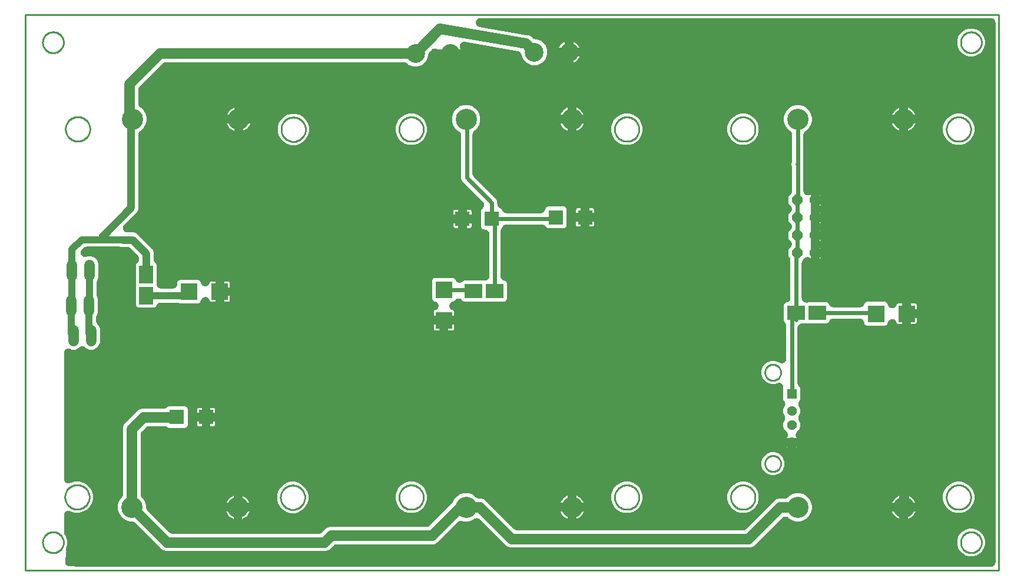
<source format=gbr>
G04 EAGLE Gerber RS-274X export*
G75*
%MOIN*%
%FSLAX34Y34*%
%LPD*%
%INTop Copper*%
%IPPOS*%
%AMOC8*
5,1,8,0,0,1.08239X$1,22.5*%
G01*
%ADD10C,0.120000*%
%ADD11R,0.082677X0.082677*%
%ADD12R,0.094488X0.094488*%
%ADD13R,0.078740X0.098425*%
%ADD14R,0.098425X0.078740*%
%ADD15R,0.056220X0.056220*%
%ADD16C,0.056220*%
%ADD17C,0.060000*%
%ADD18P,0.064943X8X112.500000*%
%ADD19C,0.106299*%
%ADD20C,0.040000*%
%ADD21C,0.059055*%
%ADD22C,0.024000*%
%ADD23C,0.043307*%
%ADD24C,0.010000*%

G36*
X54672Y198D02*
X54672Y198D01*
X54685Y198D01*
X54699Y199D01*
X54700Y199D01*
X54713Y202D01*
X54727Y204D01*
X54728Y204D01*
X54741Y208D01*
X54754Y212D01*
X54767Y217D01*
X54780Y222D01*
X54780Y223D01*
X54792Y229D01*
X54804Y236D01*
X54805Y236D01*
X54816Y244D01*
X54827Y252D01*
X54828Y253D01*
X54838Y262D01*
X54848Y271D01*
X54857Y282D01*
X54866Y292D01*
X54867Y292D01*
X54875Y303D01*
X54883Y315D01*
X54889Y327D01*
X54896Y339D01*
X54896Y340D01*
X54902Y353D01*
X54907Y365D01*
X54907Y366D01*
X54911Y379D01*
X54914Y392D01*
X54915Y393D01*
X54917Y406D01*
X54919Y420D01*
X54921Y447D01*
X54921Y31049D01*
X54920Y31050D01*
X54921Y31050D01*
X54920Y31063D01*
X54919Y31077D01*
X54919Y31078D01*
X54917Y31091D01*
X54914Y31105D01*
X54914Y31106D01*
X54910Y31119D01*
X54906Y31132D01*
X54901Y31145D01*
X54896Y31158D01*
X54895Y31158D01*
X54889Y31170D01*
X54882Y31182D01*
X54882Y31183D01*
X54874Y31194D01*
X54866Y31205D01*
X54865Y31205D01*
X54856Y31216D01*
X54847Y31226D01*
X54836Y31235D01*
X54826Y31244D01*
X54826Y31245D01*
X54815Y31253D01*
X54803Y31261D01*
X54791Y31267D01*
X54779Y31274D01*
X54778Y31274D01*
X54765Y31280D01*
X54753Y31285D01*
X54752Y31285D01*
X54739Y31289D01*
X54726Y31292D01*
X54725Y31293D01*
X54712Y31295D01*
X54698Y31297D01*
X54671Y31298D01*
X25753Y31298D01*
X25747Y31298D01*
X25740Y31298D01*
X25733Y31297D01*
X25725Y31297D01*
X25719Y31296D01*
X25712Y31295D01*
X25705Y31293D01*
X25698Y31292D01*
X25691Y31290D01*
X25685Y31289D01*
X25678Y31286D01*
X25671Y31284D01*
X25665Y31282D01*
X25659Y31280D01*
X25652Y31277D01*
X25645Y31274D01*
X25639Y31270D01*
X25633Y31268D01*
X25627Y31264D01*
X25621Y31260D01*
X25615Y31256D01*
X25610Y31253D01*
X25604Y31248D01*
X25598Y31244D01*
X25593Y31239D01*
X25588Y31235D01*
X25582Y31230D01*
X25577Y31225D01*
X25572Y31220D01*
X25568Y31216D01*
X25563Y31210D01*
X25558Y31204D01*
X25554Y31199D01*
X25550Y31194D01*
X25546Y31187D01*
X25542Y31181D01*
X25539Y31176D01*
X25535Y31170D01*
X25532Y31163D01*
X25529Y31157D01*
X25526Y31151D01*
X25523Y31145D01*
X25521Y31138D01*
X25518Y31131D01*
X25516Y31125D01*
X25514Y31118D01*
X25512Y31111D01*
X25510Y31104D01*
X25509Y31098D01*
X25508Y31091D01*
X25507Y31084D01*
X25506Y31076D01*
X25505Y31070D01*
X25505Y31063D01*
X25505Y31056D01*
X25504Y31048D01*
X25505Y31042D01*
X25505Y31035D01*
X25505Y31028D01*
X25506Y31020D01*
X25507Y31014D01*
X25508Y31007D01*
X25509Y31000D01*
X25511Y30993D01*
X25512Y30987D01*
X25514Y30980D01*
X25516Y30973D01*
X25518Y30966D01*
X25521Y30960D01*
X25523Y30954D01*
X25526Y30947D01*
X25529Y30940D01*
X25532Y30934D01*
X25535Y30928D01*
X25539Y30922D01*
X25543Y30916D01*
X25547Y30910D01*
X25550Y30905D01*
X25555Y30899D01*
X25559Y30893D01*
X25564Y30888D01*
X25568Y30883D01*
X25573Y30878D01*
X25578Y30872D01*
X25583Y30868D01*
X25588Y30863D01*
X25593Y30858D01*
X25599Y30854D01*
X25604Y30850D01*
X25610Y30846D01*
X25616Y30842D01*
X25622Y30837D01*
X25628Y30834D01*
X25633Y30831D01*
X25640Y30828D01*
X25646Y30824D01*
X25653Y30822D01*
X25659Y30819D01*
X25666Y30816D01*
X25672Y30813D01*
X25679Y30812D01*
X25685Y30810D01*
X25693Y30808D01*
X25699Y30806D01*
X25705Y30805D01*
X25711Y30804D01*
X28364Y30343D01*
X28372Y30342D01*
X28380Y30341D01*
X28386Y30340D01*
X28392Y30340D01*
X28399Y30340D01*
X28406Y30339D01*
X28441Y30339D01*
X28455Y30333D01*
X28456Y30333D01*
X28468Y30329D01*
X28482Y30324D01*
X28508Y30318D01*
X28523Y30315D01*
X28552Y30297D01*
X28559Y30293D01*
X28566Y30289D01*
X28572Y30286D01*
X28577Y30283D01*
X28583Y30281D01*
X28590Y30277D01*
X28622Y30264D01*
X28633Y30253D01*
X28644Y30244D01*
X28654Y30235D01*
X28654Y30234D01*
X28676Y30219D01*
X28689Y30210D01*
X28693Y30205D01*
X28698Y30199D01*
X28703Y30192D01*
X28707Y30188D01*
X28710Y30183D01*
X28716Y30177D01*
X28721Y30171D01*
X28726Y30167D01*
X28730Y30163D01*
X28736Y30158D01*
X28742Y30153D01*
X28747Y30149D01*
X28752Y30146D01*
X28759Y30141D01*
X28765Y30137D01*
X28770Y30134D01*
X28776Y30131D01*
X28783Y30127D01*
X28790Y30123D01*
X28795Y30121D01*
X28801Y30118D01*
X28808Y30116D01*
X28816Y30113D01*
X28821Y30111D01*
X28827Y30109D01*
X28835Y30107D01*
X28843Y30105D01*
X28849Y30104D01*
X28854Y30103D01*
X28862Y30102D01*
X28870Y30101D01*
X28877Y30100D01*
X28882Y30100D01*
X28889Y30100D01*
X28897Y30099D01*
X28964Y30099D01*
X29232Y29988D01*
X29437Y29783D01*
X29548Y29515D01*
X29548Y29225D01*
X29437Y28957D01*
X29232Y28752D01*
X28964Y28641D01*
X28674Y28641D01*
X28406Y28752D01*
X28201Y28957D01*
X28080Y29248D01*
X28080Y29250D01*
X28078Y29256D01*
X28076Y29263D01*
X28073Y29269D01*
X28071Y29276D01*
X28068Y29282D01*
X28065Y29289D01*
X28062Y29295D01*
X28059Y29301D01*
X28055Y29307D01*
X28051Y29313D01*
X28047Y29319D01*
X28044Y29325D01*
X28039Y29330D01*
X28035Y29336D01*
X28031Y29341D01*
X28026Y29347D01*
X28021Y29352D01*
X28017Y29357D01*
X28011Y29362D01*
X28006Y29367D01*
X28001Y29371D01*
X27996Y29376D01*
X27990Y29380D01*
X27984Y29384D01*
X27978Y29388D01*
X27973Y29392D01*
X27967Y29395D01*
X27961Y29399D01*
X27954Y29402D01*
X27948Y29405D01*
X27942Y29408D01*
X27935Y29411D01*
X27929Y29413D01*
X27922Y29416D01*
X27916Y29418D01*
X27909Y29420D01*
X27902Y29422D01*
X27895Y29424D01*
X27890Y29425D01*
X27883Y29426D01*
X24878Y29948D01*
X24875Y29948D01*
X24873Y29949D01*
X24862Y29950D01*
X24851Y29951D01*
X24848Y29951D01*
X24845Y29951D01*
X24834Y29951D01*
X24823Y29951D01*
X24820Y29951D01*
X24817Y29951D01*
X24806Y29949D01*
X24795Y29948D01*
X24792Y29947D01*
X24789Y29947D01*
X24778Y29944D01*
X24767Y29942D01*
X24765Y29941D01*
X24762Y29940D01*
X24751Y29936D01*
X24741Y29933D01*
X24738Y29931D01*
X24736Y29930D01*
X24726Y29925D01*
X24716Y29920D01*
X24713Y29919D01*
X24711Y29918D01*
X24701Y29911D01*
X24692Y29906D01*
X24690Y29904D01*
X24687Y29902D01*
X24679Y29895D01*
X24670Y29888D01*
X24668Y29886D01*
X24666Y29884D01*
X24658Y29876D01*
X24650Y29868D01*
X24648Y29866D01*
X24646Y29864D01*
X24640Y29855D01*
X24633Y29847D01*
X24631Y29844D01*
X24629Y29842D01*
X24624Y29832D01*
X24618Y29823D01*
X24617Y29820D01*
X24615Y29818D01*
X24610Y29808D01*
X24606Y29798D01*
X24605Y29795D01*
X24603Y29792D01*
X24600Y29782D01*
X24596Y29771D01*
X24596Y29768D01*
X24595Y29765D01*
X24593Y29755D01*
X24590Y29744D01*
X24590Y29741D01*
X24589Y29738D01*
X24588Y29727D01*
X24587Y29716D01*
X24587Y29713D01*
X24587Y29710D01*
X24587Y29699D01*
X24587Y29688D01*
X24587Y29685D01*
X24587Y29682D01*
X24589Y29671D01*
X24590Y29660D01*
X24591Y29657D01*
X24591Y29654D01*
X24594Y29644D01*
X24596Y29633D01*
X24597Y29630D01*
X24598Y29627D01*
X24602Y29617D01*
X24606Y29607D01*
X24607Y29604D01*
X24608Y29601D01*
X24614Y29590D01*
X24618Y29581D01*
X24619Y29579D01*
X24620Y29577D01*
X24623Y29572D01*
X24636Y29541D01*
X24055Y29541D01*
X23305Y29541D01*
X23294Y29547D01*
X23281Y29554D01*
X23268Y29559D01*
X23255Y29564D01*
X23242Y29568D01*
X23228Y29572D01*
X23215Y29574D01*
X23201Y29577D01*
X23200Y29577D01*
X23187Y29577D01*
X23173Y29578D01*
X23172Y29578D01*
X23158Y29577D01*
X23145Y29576D01*
X23144Y29576D01*
X23131Y29574D01*
X23117Y29572D01*
X23104Y29568D01*
X23090Y29564D01*
X23077Y29558D01*
X23065Y29553D01*
X23064Y29553D01*
X23052Y29546D01*
X23040Y29539D01*
X23029Y29531D01*
X23017Y29523D01*
X22997Y29505D01*
X22889Y29396D01*
X22888Y29396D01*
X22879Y29386D01*
X22870Y29376D01*
X22870Y29375D01*
X22869Y29375D01*
X22862Y29364D01*
X22854Y29353D01*
X22854Y29352D01*
X22853Y29352D01*
X22847Y29340D01*
X22840Y29328D01*
X22840Y29327D01*
X22835Y29315D01*
X22830Y29302D01*
X22829Y29302D01*
X22829Y29301D01*
X22826Y29288D01*
X22822Y29275D01*
X22822Y29274D01*
X22819Y29261D01*
X22817Y29248D01*
X22817Y29247D01*
X22816Y29220D01*
X22816Y29146D01*
X22705Y28878D01*
X22500Y28673D01*
X22232Y28562D01*
X21942Y28562D01*
X21674Y28673D01*
X21621Y28725D01*
X21621Y28726D01*
X21611Y28735D01*
X21601Y28744D01*
X21600Y28744D01*
X21600Y28745D01*
X21589Y28753D01*
X21578Y28760D01*
X21577Y28761D01*
X21565Y28767D01*
X21553Y28774D01*
X21552Y28774D01*
X21540Y28779D01*
X21527Y28785D01*
X21526Y28785D01*
X21513Y28789D01*
X21500Y28792D01*
X21499Y28793D01*
X21486Y28795D01*
X21473Y28797D01*
X21472Y28797D01*
X21445Y28798D01*
X7945Y28798D01*
X7944Y28798D01*
X7931Y28798D01*
X7917Y28797D01*
X7916Y28797D01*
X7903Y28794D01*
X7890Y28792D01*
X7889Y28792D01*
X7888Y28792D01*
X7876Y28788D01*
X7863Y28784D01*
X7862Y28784D01*
X7849Y28779D01*
X7837Y28774D01*
X7836Y28773D01*
X7824Y28767D01*
X7812Y28760D01*
X7811Y28759D01*
X7800Y28752D01*
X7790Y28744D01*
X7789Y28743D01*
X7769Y28725D01*
X6471Y27428D01*
X6471Y27427D01*
X6462Y27417D01*
X6453Y27407D01*
X6452Y27407D01*
X6452Y27406D01*
X6444Y27395D01*
X6437Y27384D01*
X6436Y27384D01*
X6436Y27383D01*
X6429Y27371D01*
X6423Y27360D01*
X6423Y27359D01*
X6422Y27359D01*
X6417Y27346D01*
X6412Y27334D01*
X6412Y27333D01*
X6408Y27320D01*
X6405Y27307D01*
X6404Y27306D01*
X6402Y27292D01*
X6400Y27279D01*
X6400Y27278D01*
X6398Y27252D01*
X6398Y26450D01*
X6399Y26445D01*
X6399Y26440D01*
X6399Y26431D01*
X6400Y26422D01*
X6401Y26417D01*
X6401Y26412D01*
X6403Y26403D01*
X6405Y26394D01*
X6406Y26389D01*
X6407Y26384D01*
X6410Y26376D01*
X6412Y26367D01*
X6414Y26363D01*
X6416Y26358D01*
X6420Y26350D01*
X6423Y26342D01*
X6426Y26337D01*
X6428Y26332D01*
X6432Y26325D01*
X6437Y26317D01*
X6440Y26313D01*
X6442Y26308D01*
X6448Y26301D01*
X6453Y26294D01*
X6456Y26290D01*
X6460Y26286D01*
X6466Y26280D01*
X6472Y26273D01*
X6476Y26270D01*
X6479Y26266D01*
X6486Y26261D01*
X6493Y26255D01*
X6497Y26252D01*
X6501Y26248D01*
X6509Y26243D01*
X6515Y26239D01*
X6519Y26237D01*
X6523Y26234D01*
X6564Y26210D01*
X6713Y26062D01*
X6818Y25880D01*
X6872Y25677D01*
X6872Y25467D01*
X6818Y25264D01*
X6713Y25082D01*
X6564Y24934D01*
X6519Y24908D01*
X6515Y24905D01*
X6511Y24903D01*
X6503Y24898D01*
X6496Y24893D01*
X6492Y24890D01*
X6488Y24886D01*
X6481Y24881D01*
X6474Y24875D01*
X6471Y24871D01*
X6467Y24868D01*
X6461Y24861D01*
X6455Y24855D01*
X6452Y24851D01*
X6448Y24847D01*
X6443Y24840D01*
X6438Y24833D01*
X6435Y24828D01*
X6432Y24824D01*
X6428Y24816D01*
X6424Y24809D01*
X6421Y24804D01*
X6419Y24799D01*
X6416Y24791D01*
X6412Y24783D01*
X6410Y24778D01*
X6408Y24773D01*
X6406Y24765D01*
X6403Y24756D01*
X6402Y24751D01*
X6401Y24746D01*
X6399Y24738D01*
X6398Y24729D01*
X6397Y24724D01*
X6396Y24719D01*
X6396Y24709D01*
X6395Y24701D01*
X6395Y24697D01*
X6395Y24692D01*
X6395Y20465D01*
X6332Y20313D01*
X6083Y20064D01*
X5600Y19581D01*
X5599Y19581D01*
X5590Y19570D01*
X5581Y19560D01*
X5573Y19548D01*
X5565Y19537D01*
X5558Y19525D01*
X5551Y19513D01*
X5551Y19512D01*
X5546Y19499D01*
X5541Y19487D01*
X5540Y19486D01*
X5537Y19473D01*
X5533Y19460D01*
X5530Y19445D01*
X5528Y19432D01*
X5527Y19418D01*
X5527Y19404D01*
X5528Y19390D01*
X5528Y19376D01*
X5531Y19362D01*
X5533Y19349D01*
X5533Y19348D01*
X5537Y19335D01*
X5541Y19322D01*
X5541Y19321D01*
X5547Y19308D01*
X5552Y19296D01*
X5559Y19283D01*
X5565Y19272D01*
X5565Y19271D01*
X5574Y19260D01*
X5582Y19249D01*
X5582Y19248D01*
X5591Y19238D01*
X5600Y19228D01*
X5601Y19228D01*
X5611Y19219D01*
X5621Y19209D01*
X5622Y19209D01*
X5633Y19201D01*
X5644Y19193D01*
X5656Y19186D01*
X5669Y19180D01*
X5682Y19174D01*
X5695Y19169D01*
X5709Y19165D01*
X5722Y19161D01*
X5736Y19159D01*
X5749Y19157D01*
X5750Y19157D01*
X5776Y19155D01*
X6144Y19155D01*
X6296Y19092D01*
X7202Y18187D01*
X7265Y18035D01*
X7265Y17627D01*
X7265Y17626D01*
X7266Y17613D01*
X7266Y17599D01*
X7267Y17599D01*
X7267Y17598D01*
X7269Y17585D01*
X7271Y17572D01*
X7271Y17571D01*
X7271Y17570D01*
X7275Y17558D01*
X7279Y17545D01*
X7279Y17544D01*
X7284Y17531D01*
X7290Y17519D01*
X7290Y17518D01*
X7297Y17506D01*
X7303Y17494D01*
X7304Y17494D01*
X7304Y17493D01*
X7312Y17482D01*
X7319Y17472D01*
X7320Y17471D01*
X7338Y17451D01*
X7412Y17377D01*
X7442Y17304D01*
X7442Y16220D01*
X7442Y16219D01*
X7443Y16205D01*
X7444Y16192D01*
X7444Y16191D01*
X7446Y16178D01*
X7448Y16164D01*
X7448Y16163D01*
X7452Y16150D01*
X7456Y16137D01*
X7456Y16136D01*
X7462Y16124D01*
X7467Y16111D01*
X7474Y16099D01*
X7480Y16087D01*
X7481Y16087D01*
X7481Y16086D01*
X7489Y16075D01*
X7497Y16064D01*
X7497Y16063D01*
X7506Y16053D01*
X7515Y16043D01*
X7516Y16043D01*
X7526Y16034D01*
X7536Y16025D01*
X7537Y16024D01*
X7548Y16016D01*
X7559Y16008D01*
X7560Y16008D01*
X7572Y16001D01*
X7584Y15995D01*
X7597Y15989D01*
X7610Y15984D01*
X7623Y15980D01*
X7636Y15977D01*
X7637Y15976D01*
X7651Y15974D01*
X7664Y15972D01*
X7665Y15972D01*
X7691Y15970D01*
X8352Y15970D01*
X8353Y15970D01*
X8366Y15971D01*
X8380Y15972D01*
X8394Y15974D01*
X8407Y15977D01*
X8408Y15977D01*
X8421Y15981D01*
X8434Y15984D01*
X8435Y15985D01*
X8448Y15990D01*
X8460Y15995D01*
X8461Y15996D01*
X8473Y16002D01*
X8485Y16009D01*
X8496Y16017D01*
X8507Y16025D01*
X8508Y16025D01*
X8508Y16026D01*
X8518Y16035D01*
X8528Y16044D01*
X8529Y16044D01*
X8538Y16054D01*
X8547Y16065D01*
X8555Y16076D01*
X8563Y16088D01*
X8570Y16100D01*
X8577Y16112D01*
X8577Y16113D01*
X8582Y16125D01*
X8587Y16138D01*
X8587Y16139D01*
X8591Y16152D01*
X8595Y16165D01*
X8595Y16166D01*
X8597Y16179D01*
X8599Y16193D01*
X8600Y16193D01*
X8601Y16220D01*
X8601Y16305D01*
X8631Y16378D01*
X8687Y16433D01*
X8759Y16463D01*
X9783Y16463D01*
X9855Y16433D01*
X9911Y16378D01*
X9949Y16286D01*
X9949Y16285D01*
X9952Y16275D01*
X9955Y16265D01*
X9956Y16262D01*
X9958Y16259D01*
X9962Y16249D01*
X9966Y16239D01*
X9968Y16236D01*
X9969Y16233D01*
X9974Y16224D01*
X9979Y16215D01*
X9981Y16212D01*
X9983Y16209D01*
X9990Y16201D01*
X9996Y16192D01*
X9998Y16189D01*
X10000Y16187D01*
X10007Y16179D01*
X10014Y16171D01*
X10017Y16169D01*
X10019Y16166D01*
X10027Y16160D01*
X10035Y16153D01*
X10038Y16151D01*
X10041Y16148D01*
X10050Y16142D01*
X10058Y16136D01*
X10061Y16135D01*
X10064Y16133D01*
X10074Y16128D01*
X10083Y16123D01*
X10086Y16122D01*
X10089Y16120D01*
X10099Y16116D01*
X10109Y16112D01*
X10112Y16111D01*
X10115Y16110D01*
X10125Y16107D01*
X10136Y16105D01*
X10139Y16104D01*
X10142Y16103D01*
X10153Y16102D01*
X10163Y16100D01*
X10167Y16100D01*
X10170Y16099D01*
X10181Y16099D01*
X10191Y16098D01*
X10195Y16099D01*
X10198Y16099D01*
X10209Y16100D01*
X10219Y16100D01*
X10223Y16101D01*
X10226Y16101D01*
X10236Y16103D01*
X10247Y16105D01*
X10250Y16106D01*
X10254Y16107D01*
X10264Y16110D01*
X10274Y16113D01*
X10277Y16114D01*
X10280Y16115D01*
X10290Y16120D01*
X10299Y16124D01*
X10302Y16125D01*
X10306Y16127D01*
X10315Y16132D01*
X10324Y16137D01*
X10327Y16139D01*
X10330Y16141D01*
X10338Y16147D01*
X10347Y16154D01*
X10349Y16156D01*
X10352Y16158D01*
X10360Y16165D01*
X10367Y16172D01*
X10370Y16175D01*
X10372Y16177D01*
X10379Y16185D01*
X10386Y16193D01*
X10388Y16196D01*
X10390Y16199D01*
X10396Y16208D01*
X10402Y16216D01*
X10404Y16219D01*
X10406Y16222D01*
X10410Y16232D01*
X10415Y16241D01*
X10417Y16244D01*
X10418Y16247D01*
X10422Y16257D01*
X10426Y16267D01*
X10427Y16270D01*
X10428Y16273D01*
X10431Y16285D01*
X10434Y16294D01*
X10434Y16295D01*
X10442Y16313D01*
X10453Y16330D01*
X10467Y16344D01*
X10483Y16355D01*
X10501Y16363D01*
X10521Y16366D01*
X10754Y16366D01*
X10754Y15793D01*
X10754Y15220D01*
X10521Y15220D01*
X10501Y15224D01*
X10483Y15232D01*
X10467Y15243D01*
X10453Y15257D01*
X10442Y15273D01*
X10434Y15292D01*
X10433Y15294D01*
X10430Y15305D01*
X10428Y15315D01*
X10427Y15318D01*
X10426Y15321D01*
X10422Y15331D01*
X10418Y15341D01*
X10416Y15344D01*
X10415Y15347D01*
X10410Y15356D01*
X10405Y15366D01*
X10403Y15369D01*
X10401Y15372D01*
X10395Y15380D01*
X10389Y15389D01*
X10387Y15392D01*
X10385Y15395D01*
X10378Y15402D01*
X10371Y15410D01*
X10369Y15413D01*
X10366Y15415D01*
X10358Y15422D01*
X10351Y15430D01*
X10348Y15432D01*
X10345Y15434D01*
X10337Y15440D01*
X10328Y15446D01*
X10325Y15448D01*
X10322Y15450D01*
X10313Y15455D01*
X10304Y15461D01*
X10301Y15462D01*
X10298Y15464D01*
X10288Y15468D01*
X10279Y15472D01*
X10275Y15473D01*
X10272Y15474D01*
X10262Y15477D01*
X10252Y15480D01*
X10249Y15481D01*
X10245Y15482D01*
X10235Y15484D01*
X10225Y15486D01*
X10221Y15486D01*
X10217Y15487D01*
X10207Y15487D01*
X10197Y15488D01*
X10193Y15488D01*
X10190Y15488D01*
X10179Y15488D01*
X10169Y15487D01*
X10165Y15487D01*
X10162Y15486D01*
X10151Y15485D01*
X10141Y15483D01*
X10137Y15482D01*
X10134Y15482D01*
X10124Y15479D01*
X10114Y15476D01*
X10110Y15475D01*
X10107Y15474D01*
X10097Y15470D01*
X10088Y15466D01*
X10085Y15464D01*
X10081Y15463D01*
X10072Y15458D01*
X10063Y15453D01*
X10060Y15451D01*
X10057Y15449D01*
X10048Y15443D01*
X10040Y15437D01*
X10037Y15435D01*
X10034Y15433D01*
X10026Y15426D01*
X10018Y15419D01*
X10016Y15417D01*
X10013Y15414D01*
X10006Y15406D01*
X9999Y15399D01*
X9997Y15396D01*
X9995Y15393D01*
X9989Y15385D01*
X9982Y15376D01*
X9981Y15373D01*
X9979Y15370D01*
X9974Y15361D01*
X9968Y15352D01*
X9967Y15349D01*
X9965Y15346D01*
X9961Y15336D01*
X9957Y15327D01*
X9956Y15323D01*
X9955Y15320D01*
X9952Y15310D01*
X9949Y15300D01*
X9911Y15209D01*
X9855Y15153D01*
X9783Y15123D01*
X8759Y15123D01*
X8680Y15156D01*
X8672Y15159D01*
X8665Y15162D01*
X8659Y15163D01*
X8653Y15166D01*
X8646Y15167D01*
X8638Y15169D01*
X8632Y15170D01*
X8626Y15172D01*
X8618Y15173D01*
X8611Y15174D01*
X8604Y15174D01*
X8598Y15175D01*
X8592Y15175D01*
X8584Y15175D01*
X7664Y15175D01*
X7656Y15175D01*
X7649Y15175D01*
X7643Y15174D01*
X7636Y15174D01*
X7629Y15172D01*
X7621Y15172D01*
X7615Y15170D01*
X7608Y15169D01*
X7601Y15167D01*
X7594Y15165D01*
X7588Y15163D01*
X7582Y15161D01*
X7575Y15158D01*
X7568Y15156D01*
X7562Y15153D01*
X7556Y15150D01*
X7549Y15147D01*
X7542Y15144D01*
X7537Y15140D01*
X7531Y15137D01*
X7525Y15133D01*
X7519Y15129D01*
X7514Y15124D01*
X7508Y15121D01*
X7503Y15116D01*
X7497Y15111D01*
X7492Y15106D01*
X7487Y15102D01*
X7482Y15096D01*
X7477Y15091D01*
X7473Y15086D01*
X7469Y15081D01*
X7465Y15075D01*
X7460Y15069D01*
X7456Y15063D01*
X7453Y15058D01*
X7449Y15052D01*
X7445Y15045D01*
X7442Y15039D01*
X7439Y15034D01*
X7437Y15028D01*
X7434Y15021D01*
X7412Y14969D01*
X7356Y14913D01*
X7284Y14883D01*
X6418Y14883D01*
X6345Y14913D01*
X6289Y14969D01*
X6259Y15041D01*
X6259Y16112D01*
X6261Y16118D01*
X6264Y16131D01*
X6264Y16132D01*
X6265Y16146D01*
X6267Y16159D01*
X6267Y16160D01*
X6267Y16174D01*
X6267Y16187D01*
X6267Y16188D01*
X6265Y16202D01*
X6264Y16215D01*
X6264Y16216D01*
X6260Y16229D01*
X6259Y16234D01*
X6259Y17304D01*
X6289Y17377D01*
X6364Y17451D01*
X6364Y17452D01*
X6373Y17462D01*
X6382Y17472D01*
X6383Y17472D01*
X6383Y17473D01*
X6391Y17484D01*
X6398Y17495D01*
X6399Y17495D01*
X6399Y17496D01*
X6405Y17507D01*
X6412Y17519D01*
X6412Y17520D01*
X6418Y17533D01*
X6423Y17545D01*
X6423Y17546D01*
X6427Y17559D01*
X6430Y17572D01*
X6430Y17573D01*
X6431Y17573D01*
X6433Y17586D01*
X6435Y17600D01*
X6435Y17601D01*
X6437Y17627D01*
X6437Y17678D01*
X6437Y17679D01*
X6436Y17692D01*
X6435Y17706D01*
X6435Y17707D01*
X6433Y17720D01*
X6430Y17733D01*
X6430Y17734D01*
X6426Y17747D01*
X6423Y17760D01*
X6422Y17761D01*
X6417Y17774D01*
X6412Y17786D01*
X6412Y17787D01*
X6411Y17787D01*
X6405Y17799D01*
X6398Y17811D01*
X6398Y17812D01*
X6390Y17822D01*
X6382Y17833D01*
X6382Y17834D01*
X6381Y17834D01*
X6364Y17854D01*
X5963Y18254D01*
X5963Y18255D01*
X5962Y18255D01*
X5952Y18264D01*
X5942Y18273D01*
X5941Y18274D01*
X5930Y18281D01*
X5920Y18289D01*
X5919Y18289D01*
X5919Y18290D01*
X5907Y18296D01*
X5895Y18303D01*
X5894Y18303D01*
X5881Y18308D01*
X5869Y18313D01*
X5868Y18314D01*
X5855Y18317D01*
X5842Y18321D01*
X5841Y18321D01*
X5828Y18323D01*
X5815Y18326D01*
X5814Y18326D01*
X5813Y18326D01*
X5787Y18327D01*
X5428Y18327D01*
X5421Y18330D01*
X5415Y18332D01*
X5409Y18334D01*
X5401Y18336D01*
X5394Y18338D01*
X5388Y18339D01*
X5382Y18340D01*
X5374Y18341D01*
X5366Y18342D01*
X5360Y18343D01*
X5354Y18343D01*
X5347Y18343D01*
X5340Y18344D01*
X3470Y18344D01*
X3469Y18344D01*
X3456Y18343D01*
X3442Y18342D01*
X3441Y18342D01*
X3428Y18340D01*
X3414Y18337D01*
X3413Y18337D01*
X3400Y18333D01*
X3387Y18330D01*
X3387Y18329D01*
X3386Y18329D01*
X3374Y18324D01*
X3362Y18319D01*
X3361Y18319D01*
X3360Y18318D01*
X3349Y18312D01*
X3337Y18305D01*
X3336Y18305D01*
X3325Y18297D01*
X3314Y18289D01*
X3313Y18288D01*
X3294Y18271D01*
X3204Y18181D01*
X3199Y18176D01*
X3194Y18170D01*
X3190Y18165D01*
X3185Y18160D01*
X3181Y18154D01*
X3177Y18149D01*
X3173Y18143D01*
X3169Y18137D01*
X3165Y18131D01*
X3162Y18125D01*
X3159Y18119D01*
X3155Y18113D01*
X3153Y18106D01*
X3150Y18100D01*
X3147Y18093D01*
X3145Y18087D01*
X3143Y18080D01*
X3140Y18073D01*
X3139Y18066D01*
X3137Y18060D01*
X3136Y18053D01*
X3134Y18046D01*
X3133Y18039D01*
X3132Y18032D01*
X3132Y18025D01*
X3131Y18018D01*
X3131Y18011D01*
X3131Y18004D01*
X3131Y17997D01*
X3131Y17990D01*
X3132Y17983D01*
X3132Y17976D01*
X3134Y17969D01*
X3134Y17962D01*
X3136Y17955D01*
X3137Y17949D01*
X3139Y17942D01*
X3141Y17935D01*
X3143Y17928D01*
X3145Y17922D01*
X3148Y17915D01*
X3150Y17908D01*
X3153Y17902D01*
X3156Y17896D01*
X3159Y17890D01*
X3162Y17883D01*
X3166Y17877D01*
X3169Y17871D01*
X3173Y17866D01*
X3177Y17860D01*
X3182Y17854D01*
X3186Y17849D01*
X3190Y17843D01*
X3195Y17838D01*
X3200Y17833D01*
X3204Y17828D01*
X3210Y17823D01*
X3215Y17818D01*
X3220Y17814D01*
X3225Y17809D01*
X3231Y17805D01*
X3237Y17801D01*
X3243Y17797D01*
X3248Y17793D01*
X3254Y17790D01*
X3260Y17786D01*
X3267Y17783D01*
X3273Y17780D01*
X3279Y17777D01*
X3286Y17774D01*
X3292Y17772D01*
X3299Y17769D01*
X3305Y17767D01*
X3312Y17765D01*
X3319Y17763D01*
X3326Y17761D01*
X3333Y17760D01*
X3340Y17759D01*
X3346Y17758D01*
X3353Y17757D01*
X3360Y17756D01*
X3367Y17756D01*
X3374Y17756D01*
X3381Y17755D01*
X3388Y17756D01*
X3395Y17756D01*
X3402Y17757D01*
X3409Y17757D01*
X3416Y17758D01*
X3423Y17759D01*
X3430Y17761D01*
X3437Y17762D01*
X3444Y17764D01*
X3450Y17765D01*
X3457Y17768D01*
X3464Y17770D01*
X3469Y17772D01*
X3475Y17774D01*
X3551Y17805D01*
X3749Y17805D01*
X3931Y17730D01*
X4071Y17590D01*
X4147Y17407D01*
X4147Y16609D01*
X4066Y16413D01*
X4064Y16406D01*
X4061Y16399D01*
X4059Y16393D01*
X4057Y16387D01*
X4055Y16379D01*
X4053Y16372D01*
X4052Y16366D01*
X4051Y16360D01*
X4050Y16352D01*
X4049Y16344D01*
X4048Y16338D01*
X4048Y16332D01*
X4048Y16325D01*
X4047Y16318D01*
X4047Y15595D01*
X4048Y15587D01*
X4048Y15580D01*
X4048Y15573D01*
X4049Y15567D01*
X4050Y15559D01*
X4051Y15552D01*
X4052Y15546D01*
X4053Y15539D01*
X4056Y15532D01*
X4057Y15524D01*
X4060Y15518D01*
X4061Y15512D01*
X4064Y15506D01*
X4066Y15500D01*
X4108Y15399D01*
X4108Y14601D01*
X4027Y14405D01*
X4024Y14398D01*
X4021Y14391D01*
X4020Y14385D01*
X4018Y14379D01*
X4016Y14371D01*
X4014Y14364D01*
X4013Y14358D01*
X4011Y14352D01*
X4010Y14344D01*
X4009Y14336D01*
X4009Y14330D01*
X4008Y14324D01*
X4008Y14317D01*
X4008Y14310D01*
X4008Y14135D01*
X4008Y14134D01*
X4008Y14133D01*
X4009Y14120D01*
X4009Y14107D01*
X4010Y14106D01*
X4010Y14105D01*
X4012Y14092D01*
X4014Y14079D01*
X4014Y14078D01*
X4018Y14065D01*
X4022Y14052D01*
X4022Y14051D01*
X4028Y14039D01*
X4033Y14026D01*
X4033Y14025D01*
X4040Y14013D01*
X4046Y14002D01*
X4047Y14001D01*
X4055Y13990D01*
X4062Y13979D01*
X4063Y13978D01*
X4081Y13958D01*
X4150Y13889D01*
X4226Y13706D01*
X4226Y12908D01*
X4150Y12725D01*
X4010Y12585D01*
X3827Y12509D01*
X3629Y12509D01*
X3446Y12585D01*
X3405Y12627D01*
X3404Y12627D01*
X3404Y12628D01*
X3394Y12637D01*
X3384Y12646D01*
X3383Y12646D01*
X3372Y12654D01*
X3361Y12662D01*
X3360Y12662D01*
X3348Y12669D01*
X3336Y12676D01*
X3323Y12681D01*
X3310Y12686D01*
X3296Y12690D01*
X3284Y12694D01*
X3283Y12694D01*
X3269Y12696D01*
X3256Y12699D01*
X3255Y12699D01*
X3241Y12699D01*
X3228Y12700D01*
X3227Y12700D01*
X3214Y12699D01*
X3200Y12699D01*
X3200Y12698D01*
X3199Y12698D01*
X3186Y12696D01*
X3172Y12694D01*
X3159Y12690D01*
X3145Y12686D01*
X3132Y12680D01*
X3120Y12675D01*
X3119Y12675D01*
X3107Y12668D01*
X3095Y12662D01*
X3095Y12661D01*
X3094Y12661D01*
X3083Y12653D01*
X3072Y12645D01*
X3052Y12627D01*
X3012Y12587D01*
X3010Y12585D01*
X2827Y12509D01*
X2629Y12509D01*
X2536Y12548D01*
X2529Y12550D01*
X2523Y12553D01*
X2516Y12555D01*
X2510Y12557D01*
X2503Y12559D01*
X2496Y12561D01*
X2489Y12562D01*
X2483Y12563D01*
X2475Y12564D01*
X2468Y12566D01*
X2461Y12566D01*
X2455Y12567D01*
X2447Y12567D01*
X2440Y12567D01*
X2433Y12567D01*
X2427Y12567D01*
X2419Y12566D01*
X2412Y12565D01*
X2406Y12564D01*
X2399Y12563D01*
X2392Y12562D01*
X2385Y12561D01*
X2378Y12559D01*
X2372Y12557D01*
X2365Y12555D01*
X2358Y12553D01*
X2352Y12550D01*
X2345Y12548D01*
X2339Y12545D01*
X2332Y12542D01*
X2326Y12539D01*
X2320Y12536D01*
X2314Y12532D01*
X2307Y12528D01*
X2302Y12524D01*
X2296Y12521D01*
X2291Y12516D01*
X2285Y12512D01*
X2280Y12507D01*
X2274Y12503D01*
X2269Y12498D01*
X2264Y12493D01*
X2259Y12488D01*
X2255Y12483D01*
X2250Y12478D01*
X2245Y12472D01*
X2241Y12467D01*
X2237Y12461D01*
X2233Y12455D01*
X2229Y12449D01*
X2226Y12443D01*
X2222Y12438D01*
X2219Y12431D01*
X2216Y12425D01*
X2213Y12418D01*
X2210Y12412D01*
X2208Y12406D01*
X2205Y12399D01*
X2203Y12392D01*
X2201Y12386D01*
X2200Y12379D01*
X2198Y12372D01*
X2197Y12365D01*
X2195Y12359D01*
X2194Y12351D01*
X2193Y12344D01*
X2193Y12337D01*
X2192Y12331D01*
X2192Y12325D01*
X2192Y12318D01*
X2192Y5171D01*
X2192Y5161D01*
X2192Y5152D01*
X2193Y5148D01*
X2193Y5143D01*
X2195Y5134D01*
X2196Y5124D01*
X2197Y5120D01*
X2198Y5116D01*
X2201Y5106D01*
X2203Y5097D01*
X2205Y5093D01*
X2206Y5089D01*
X2209Y5080D01*
X2213Y5071D01*
X2215Y5067D01*
X2216Y5063D01*
X2221Y5054D01*
X2225Y5046D01*
X2228Y5042D01*
X2230Y5038D01*
X2236Y5030D01*
X2241Y5022D01*
X2244Y5019D01*
X2246Y5015D01*
X2253Y5008D01*
X2259Y5001D01*
X2262Y4998D01*
X2265Y4995D01*
X2272Y4988D01*
X2279Y4982D01*
X2283Y4979D01*
X2286Y4976D01*
X2294Y4970D01*
X2301Y4965D01*
X2305Y4962D01*
X2309Y4960D01*
X2317Y4955D01*
X2325Y4950D01*
X2329Y4948D01*
X2333Y4946D01*
X2342Y4943D01*
X2351Y4939D01*
X2355Y4937D01*
X2359Y4936D01*
X2368Y4933D01*
X2378Y4930D01*
X2382Y4929D01*
X2386Y4928D01*
X2396Y4926D01*
X2405Y4924D01*
X2409Y4924D01*
X2414Y4923D01*
X2423Y4923D01*
X2433Y4922D01*
X2437Y4922D01*
X2442Y4922D01*
X2451Y4922D01*
X2461Y4923D01*
X2465Y4923D01*
X2470Y4923D01*
X2479Y4925D01*
X2489Y4926D01*
X2493Y4928D01*
X2497Y4928D01*
X2507Y4931D01*
X2516Y4933D01*
X2520Y4935D01*
X2524Y4936D01*
X2533Y4940D01*
X2542Y4943D01*
X2546Y4945D01*
X2550Y4947D01*
X2557Y4951D01*
X2566Y4955D01*
X2592Y4971D01*
X2818Y5031D01*
X3051Y5031D01*
X3277Y4971D01*
X3479Y4854D01*
X3644Y4689D01*
X3761Y4487D01*
X3821Y4261D01*
X3821Y4028D01*
X3761Y3802D01*
X3644Y3600D01*
X3479Y3435D01*
X3277Y3318D01*
X3051Y3258D01*
X2818Y3258D01*
X2592Y3318D01*
X2566Y3334D01*
X2557Y3338D01*
X2549Y3343D01*
X2545Y3344D01*
X2541Y3346D01*
X2532Y3350D01*
X2523Y3353D01*
X2518Y3355D01*
X2514Y3356D01*
X2505Y3358D01*
X2496Y3361D01*
X2491Y3362D01*
X2487Y3363D01*
X2478Y3364D01*
X2468Y3366D01*
X2464Y3366D01*
X2459Y3367D01*
X2450Y3367D01*
X2440Y3367D01*
X2436Y3367D01*
X2431Y3367D01*
X2422Y3366D01*
X2412Y3366D01*
X2408Y3365D01*
X2403Y3364D01*
X2394Y3362D01*
X2385Y3361D01*
X2380Y3360D01*
X2376Y3359D01*
X2367Y3356D01*
X2358Y3353D01*
X2354Y3351D01*
X2349Y3350D01*
X2341Y3346D01*
X2332Y3342D01*
X2328Y3340D01*
X2324Y3338D01*
X2316Y3333D01*
X2307Y3328D01*
X2304Y3326D01*
X2300Y3324D01*
X2292Y3318D01*
X2285Y3312D01*
X2281Y3309D01*
X2278Y3306D01*
X2271Y3300D01*
X2264Y3293D01*
X2261Y3290D01*
X2258Y3287D01*
X2252Y3280D01*
X2245Y3272D01*
X2243Y3269D01*
X2240Y3265D01*
X2235Y3257D01*
X2229Y3249D01*
X2227Y3246D01*
X2225Y3242D01*
X2220Y3233D01*
X2216Y3225D01*
X2214Y3221D01*
X2212Y3217D01*
X2209Y3208D01*
X2205Y3199D01*
X2204Y3195D01*
X2203Y3191D01*
X2200Y3181D01*
X2198Y3172D01*
X2197Y3168D01*
X2196Y3163D01*
X2195Y3154D01*
X2193Y3144D01*
X2193Y3140D01*
X2192Y3136D01*
X2192Y3127D01*
X2192Y3118D01*
X2192Y2149D01*
X2192Y2139D01*
X2192Y2129D01*
X2193Y2125D01*
X2193Y2121D01*
X2195Y2112D01*
X2196Y2102D01*
X2197Y2098D01*
X2198Y2094D01*
X2201Y2084D01*
X2203Y2075D01*
X2205Y2071D01*
X2206Y2067D01*
X2210Y2058D01*
X2213Y2048D01*
X2215Y2045D01*
X2216Y2041D01*
X2221Y2034D01*
X2225Y2025D01*
X2309Y1879D01*
X2363Y1679D01*
X2363Y1471D01*
X2301Y1241D01*
X2299Y1229D01*
X2296Y1217D01*
X2296Y1215D01*
X2296Y1214D01*
X2295Y1202D01*
X2293Y1189D01*
X2293Y1188D01*
X2293Y1186D01*
X2293Y1174D01*
X2293Y1161D01*
X2294Y1160D01*
X2294Y1158D01*
X2295Y1146D01*
X2297Y1134D01*
X2297Y1132D01*
X2297Y1130D01*
X2300Y1118D01*
X2303Y1106D01*
X2304Y1105D01*
X2304Y1103D01*
X2307Y1094D01*
X2312Y1081D01*
X2319Y1065D01*
X2319Y1059D01*
X2320Y1053D01*
X2321Y1047D01*
X2322Y1043D01*
X2319Y1025D01*
X2319Y1023D01*
X2319Y1020D01*
X2318Y1007D01*
X2317Y997D01*
X2317Y996D01*
X2317Y994D01*
X2317Y976D01*
X2315Y970D01*
X2314Y965D01*
X2312Y959D01*
X2311Y950D01*
X2309Y943D01*
X2309Y938D01*
X2308Y933D01*
X2254Y504D01*
X2254Y502D01*
X2253Y500D01*
X2253Y488D01*
X2252Y476D01*
X2252Y474D01*
X2252Y472D01*
X2252Y460D01*
X2253Y448D01*
X2253Y446D01*
X2253Y444D01*
X2255Y432D01*
X2257Y420D01*
X2258Y418D01*
X2258Y416D01*
X2262Y405D01*
X2265Y393D01*
X2265Y391D01*
X2266Y389D01*
X2271Y378D01*
X2275Y367D01*
X2276Y365D01*
X2277Y363D01*
X2283Y353D01*
X2288Y342D01*
X2289Y341D01*
X2290Y339D01*
X2297Y329D01*
X2304Y319D01*
X2306Y318D01*
X2307Y316D01*
X2315Y307D01*
X2323Y298D01*
X2324Y297D01*
X2326Y295D01*
X2335Y287D01*
X2343Y279D01*
X2345Y278D01*
X2347Y277D01*
X2356Y270D01*
X2366Y263D01*
X2368Y262D01*
X2369Y261D01*
X2380Y255D01*
X2390Y249D01*
X2392Y248D01*
X2394Y247D01*
X2405Y243D01*
X2416Y238D01*
X2418Y237D01*
X2420Y237D01*
X2432Y233D01*
X2443Y230D01*
X2445Y230D01*
X2447Y229D01*
X2459Y227D01*
X2471Y225D01*
X2473Y225D01*
X2475Y225D01*
X2490Y224D01*
X2499Y223D01*
X2500Y223D01*
X2501Y223D01*
X2781Y223D01*
X2797Y217D01*
X2804Y214D01*
X2811Y211D01*
X2817Y209D01*
X2823Y207D01*
X2831Y206D01*
X2838Y204D01*
X2844Y203D01*
X2850Y201D01*
X2858Y200D01*
X2866Y199D01*
X2872Y199D01*
X2878Y198D01*
X2885Y198D01*
X2892Y198D01*
X54671Y198D01*
X54672Y198D01*
G37*
%LPC*%
G36*
X7935Y1082D02*
X7935Y1082D01*
X7754Y1157D01*
X6209Y2702D01*
X6199Y2711D01*
X6189Y2720D01*
X6188Y2721D01*
X6177Y2729D01*
X6166Y2736D01*
X6165Y2737D01*
X6153Y2743D01*
X6141Y2750D01*
X6140Y2750D01*
X6128Y2756D01*
X6115Y2761D01*
X6114Y2761D01*
X6101Y2765D01*
X6088Y2768D01*
X6087Y2769D01*
X6074Y2771D01*
X6061Y2773D01*
X6060Y2773D01*
X6033Y2775D01*
X5931Y2775D01*
X5728Y2829D01*
X5546Y2934D01*
X5398Y3082D01*
X5293Y3264D01*
X5238Y3467D01*
X5238Y3677D01*
X5293Y3880D01*
X5398Y4062D01*
X5470Y4134D01*
X5470Y4135D01*
X5471Y4135D01*
X5480Y4145D01*
X5489Y4155D01*
X5489Y4156D01*
X5497Y4167D01*
X5505Y4178D01*
X5505Y4179D01*
X5506Y4179D01*
X5512Y4191D01*
X5518Y4203D01*
X5519Y4203D01*
X5519Y4204D01*
X5524Y4216D01*
X5529Y4228D01*
X5529Y4229D01*
X5530Y4230D01*
X5533Y4243D01*
X5537Y4255D01*
X5537Y4256D01*
X5539Y4270D01*
X5542Y4283D01*
X5542Y4284D01*
X5543Y4311D01*
X5543Y8102D01*
X5618Y8284D01*
X6414Y9079D01*
X6595Y9154D01*
X7842Y9154D01*
X7843Y9154D01*
X7844Y9154D01*
X7857Y9155D01*
X7870Y9156D01*
X7871Y9156D01*
X7872Y9156D01*
X7885Y9158D01*
X7898Y9161D01*
X7899Y9161D01*
X7912Y9165D01*
X7925Y9168D01*
X7925Y9169D01*
X7926Y9169D01*
X7938Y9174D01*
X7951Y9179D01*
X7952Y9180D01*
X7964Y9186D01*
X7975Y9193D01*
X7976Y9193D01*
X7987Y9201D01*
X7998Y9209D01*
X7999Y9209D01*
X7999Y9210D01*
X8019Y9227D01*
X8057Y9266D01*
X8130Y9296D01*
X9035Y9296D01*
X9108Y9266D01*
X9164Y9210D01*
X9194Y9138D01*
X9194Y8232D01*
X9164Y8160D01*
X9108Y8104D01*
X9035Y8074D01*
X8130Y8074D01*
X8055Y8105D01*
X8045Y8114D01*
X8045Y8115D01*
X8044Y8115D01*
X8033Y8123D01*
X8022Y8130D01*
X8022Y8131D01*
X8021Y8131D01*
X8009Y8137D01*
X7998Y8144D01*
X7997Y8144D01*
X7984Y8150D01*
X7972Y8155D01*
X7971Y8155D01*
X7958Y8159D01*
X7945Y8162D01*
X7944Y8162D01*
X7944Y8163D01*
X7930Y8165D01*
X7917Y8167D01*
X7916Y8167D01*
X7890Y8169D01*
X7000Y8169D01*
X6999Y8169D01*
X6986Y8168D01*
X6972Y8167D01*
X6971Y8167D01*
X6958Y8165D01*
X6945Y8162D01*
X6944Y8162D01*
X6931Y8158D01*
X6918Y8154D01*
X6917Y8154D01*
X6904Y8149D01*
X6892Y8144D01*
X6891Y8143D01*
X6879Y8137D01*
X6867Y8130D01*
X6866Y8130D01*
X6856Y8122D01*
X6845Y8114D01*
X6844Y8114D01*
X6844Y8113D01*
X6824Y8096D01*
X6602Y7873D01*
X6601Y7873D01*
X6601Y7872D01*
X6592Y7862D01*
X6583Y7852D01*
X6582Y7851D01*
X6575Y7840D01*
X6567Y7830D01*
X6567Y7829D01*
X6566Y7829D01*
X6560Y7817D01*
X6553Y7805D01*
X6553Y7804D01*
X6548Y7791D01*
X6543Y7779D01*
X6542Y7778D01*
X6539Y7765D01*
X6535Y7752D01*
X6535Y7751D01*
X6533Y7738D01*
X6530Y7725D01*
X6530Y7724D01*
X6530Y7723D01*
X6529Y7697D01*
X6529Y4311D01*
X6529Y4310D01*
X6529Y4309D01*
X6530Y4296D01*
X6530Y4283D01*
X6530Y4282D01*
X6531Y4281D01*
X6533Y4268D01*
X6535Y4255D01*
X6535Y4254D01*
X6539Y4241D01*
X6543Y4228D01*
X6543Y4227D01*
X6548Y4214D01*
X6554Y4202D01*
X6554Y4201D01*
X6561Y4189D01*
X6567Y4178D01*
X6567Y4177D01*
X6568Y4177D01*
X6576Y4166D01*
X6583Y4155D01*
X6584Y4154D01*
X6602Y4134D01*
X6674Y4062D01*
X6779Y3880D01*
X6834Y3677D01*
X6834Y3575D01*
X6834Y3574D01*
X6834Y3560D01*
X6835Y3547D01*
X6835Y3546D01*
X6838Y3533D01*
X6840Y3519D01*
X6840Y3518D01*
X6844Y3505D01*
X6848Y3492D01*
X6848Y3491D01*
X6853Y3479D01*
X6858Y3467D01*
X6859Y3466D01*
X6859Y3465D01*
X6865Y3454D01*
X6872Y3442D01*
X6873Y3441D01*
X6880Y3430D01*
X6888Y3419D01*
X6889Y3419D01*
X6889Y3418D01*
X6907Y3399D01*
X8164Y2141D01*
X8165Y2140D01*
X8175Y2131D01*
X8185Y2122D01*
X8186Y2122D01*
X8186Y2121D01*
X8197Y2114D01*
X8208Y2106D01*
X8209Y2106D01*
X8209Y2105D01*
X8221Y2099D01*
X8233Y2092D01*
X8234Y2092D01*
X8246Y2087D01*
X8259Y2082D01*
X8259Y2081D01*
X8260Y2081D01*
X8273Y2078D01*
X8286Y2074D01*
X8287Y2074D01*
X8300Y2071D01*
X8313Y2069D01*
X8314Y2069D01*
X8341Y2068D01*
X16622Y2068D01*
X16623Y2068D01*
X16636Y2068D01*
X16650Y2069D01*
X16651Y2069D01*
X16664Y2072D01*
X16677Y2074D01*
X16678Y2074D01*
X16691Y2078D01*
X16704Y2082D01*
X16705Y2082D01*
X16718Y2087D01*
X16730Y2092D01*
X16731Y2093D01*
X16743Y2100D01*
X16755Y2106D01*
X16756Y2107D01*
X16766Y2115D01*
X16777Y2122D01*
X16778Y2123D01*
X16798Y2141D01*
X16870Y2213D01*
X17044Y2386D01*
X17225Y2461D01*
X22724Y2461D01*
X22725Y2461D01*
X22739Y2462D01*
X22752Y2463D01*
X22753Y2463D01*
X22766Y2465D01*
X22780Y2468D01*
X22781Y2468D01*
X22794Y2472D01*
X22807Y2475D01*
X22807Y2476D01*
X22808Y2476D01*
X22820Y2481D01*
X22832Y2486D01*
X22833Y2486D01*
X22834Y2487D01*
X22845Y2493D01*
X22857Y2500D01*
X22858Y2500D01*
X22869Y2508D01*
X22880Y2516D01*
X22881Y2517D01*
X22900Y2534D01*
X24151Y3785D01*
X24158Y3792D01*
X24164Y3800D01*
X24167Y3803D01*
X24170Y3806D01*
X24175Y3814D01*
X24181Y3822D01*
X24183Y3825D01*
X24186Y3829D01*
X24191Y3837D01*
X24196Y3846D01*
X24197Y3850D01*
X24199Y3853D01*
X24203Y3862D01*
X24206Y3868D01*
X24315Y4057D01*
X24463Y4205D01*
X24645Y4310D01*
X24848Y4365D01*
X25058Y4365D01*
X25261Y4310D01*
X25442Y4205D01*
X25515Y4133D01*
X25515Y4132D01*
X25516Y4132D01*
X25526Y4123D01*
X25536Y4114D01*
X25537Y4113D01*
X25548Y4106D01*
X25559Y4098D01*
X25560Y4097D01*
X25571Y4091D01*
X25583Y4084D01*
X25584Y4084D01*
X25597Y4079D01*
X25609Y4074D01*
X25610Y4074D01*
X25610Y4073D01*
X25623Y4070D01*
X25636Y4066D01*
X25637Y4066D01*
X25650Y4064D01*
X25664Y4061D01*
X25665Y4061D01*
X25691Y4060D01*
X25838Y4060D01*
X26019Y3985D01*
X27667Y2338D01*
X27667Y2337D01*
X27677Y2328D01*
X27687Y2319D01*
X27688Y2319D01*
X27688Y2318D01*
X27699Y2310D01*
X27710Y2303D01*
X27711Y2302D01*
X27723Y2296D01*
X27735Y2289D01*
X27736Y2289D01*
X27748Y2284D01*
X27761Y2278D01*
X27762Y2278D01*
X27775Y2274D01*
X27788Y2271D01*
X27789Y2270D01*
X27802Y2268D01*
X27815Y2266D01*
X27816Y2266D01*
X27843Y2265D01*
X40637Y2265D01*
X40638Y2265D01*
X40639Y2265D01*
X40652Y2265D01*
X40665Y2266D01*
X40666Y2266D01*
X40667Y2266D01*
X40680Y2269D01*
X40693Y2271D01*
X40694Y2271D01*
X40707Y2275D01*
X40720Y2279D01*
X40721Y2279D01*
X40733Y2284D01*
X40746Y2289D01*
X40746Y2290D01*
X40747Y2290D01*
X40759Y2296D01*
X40770Y2303D01*
X40771Y2303D01*
X40771Y2304D01*
X40782Y2311D01*
X40793Y2319D01*
X40794Y2320D01*
X40814Y2338D01*
X42461Y3985D01*
X42642Y4060D01*
X42994Y4060D01*
X42995Y4060D01*
X43008Y4061D01*
X43022Y4061D01*
X43023Y4062D01*
X43036Y4064D01*
X43050Y4066D01*
X43051Y4066D01*
X43064Y4070D01*
X43076Y4074D01*
X43077Y4074D01*
X43078Y4074D01*
X43090Y4079D01*
X43102Y4085D01*
X43103Y4085D01*
X43115Y4092D01*
X43127Y4098D01*
X43127Y4099D01*
X43128Y4099D01*
X43139Y4107D01*
X43150Y4114D01*
X43150Y4115D01*
X43151Y4115D01*
X43170Y4133D01*
X43243Y4205D01*
X43424Y4310D01*
X43627Y4365D01*
X43837Y4365D01*
X44040Y4310D01*
X44222Y4205D01*
X44371Y4057D01*
X44476Y3875D01*
X44530Y3672D01*
X44530Y3462D01*
X44476Y3259D01*
X44371Y3077D01*
X44222Y2929D01*
X44040Y2824D01*
X43837Y2769D01*
X43627Y2769D01*
X43424Y2824D01*
X43243Y2929D01*
X43197Y2974D01*
X43197Y2975D01*
X43196Y2975D01*
X43186Y2984D01*
X43176Y2993D01*
X43175Y2993D01*
X43164Y3001D01*
X43153Y3009D01*
X43153Y3010D01*
X43141Y3016D01*
X43129Y3023D01*
X43128Y3023D01*
X43116Y3028D01*
X43103Y3033D01*
X43102Y3033D01*
X43102Y3034D01*
X43089Y3037D01*
X43076Y3041D01*
X43075Y3041D01*
X43062Y3043D01*
X43048Y3046D01*
X43034Y3046D01*
X43020Y3047D01*
X43006Y3046D01*
X42992Y3046D01*
X42978Y3043D01*
X42965Y3041D01*
X42964Y3041D01*
X42951Y3037D01*
X42938Y3033D01*
X42937Y3033D01*
X42925Y3028D01*
X42912Y3022D01*
X42911Y3022D01*
X42899Y3015D01*
X42888Y3009D01*
X42887Y3008D01*
X42876Y3000D01*
X42865Y2992D01*
X42864Y2992D01*
X42845Y2974D01*
X41989Y2118D01*
X41739Y1869D01*
X41490Y1620D01*
X41241Y1371D01*
X41224Y1354D01*
X41043Y1279D01*
X27437Y1279D01*
X27256Y1354D01*
X25729Y2881D01*
X25722Y2887D01*
X25715Y2894D01*
X25711Y2897D01*
X25708Y2900D01*
X25700Y2905D01*
X25692Y2911D01*
X25689Y2913D01*
X25685Y2916D01*
X25677Y2920D01*
X25668Y2926D01*
X25665Y2927D01*
X25661Y2929D01*
X25652Y2933D01*
X25643Y2937D01*
X25639Y2938D01*
X25635Y2940D01*
X25626Y2943D01*
X25616Y2946D01*
X25612Y2947D01*
X25608Y2948D01*
X25598Y2949D01*
X25589Y2951D01*
X25585Y2952D01*
X25580Y2952D01*
X25571Y2953D01*
X25561Y2954D01*
X25557Y2954D01*
X25553Y2954D01*
X25543Y2953D01*
X25533Y2953D01*
X25529Y2953D01*
X25525Y2952D01*
X25515Y2951D01*
X25505Y2949D01*
X25501Y2948D01*
X25497Y2948D01*
X25488Y2945D01*
X25478Y2942D01*
X25474Y2941D01*
X25470Y2940D01*
X25461Y2936D01*
X25452Y2932D01*
X25448Y2930D01*
X25444Y2929D01*
X25437Y2925D01*
X25428Y2920D01*
X25261Y2824D01*
X25058Y2769D01*
X24848Y2769D01*
X24736Y2799D01*
X24731Y2800D01*
X24726Y2802D01*
X24717Y2803D01*
X24708Y2805D01*
X24703Y2806D01*
X24698Y2806D01*
X24689Y2807D01*
X24680Y2808D01*
X24675Y2808D01*
X24670Y2808D01*
X24661Y2807D01*
X24652Y2807D01*
X24647Y2806D01*
X24642Y2806D01*
X24633Y2805D01*
X24625Y2803D01*
X24620Y2802D01*
X24614Y2801D01*
X24606Y2799D01*
X24597Y2797D01*
X24593Y2795D01*
X24588Y2793D01*
X24579Y2790D01*
X24571Y2787D01*
X24567Y2785D01*
X24562Y2783D01*
X24554Y2778D01*
X24546Y2774D01*
X24542Y2771D01*
X24537Y2769D01*
X24530Y2764D01*
X24523Y2759D01*
X24519Y2756D01*
X24515Y2753D01*
X24507Y2746D01*
X24501Y2741D01*
X24498Y2738D01*
X24495Y2735D01*
X23878Y2118D01*
X23629Y1869D01*
X23380Y1620D01*
X23311Y1551D01*
X23130Y1476D01*
X17630Y1476D01*
X17629Y1476D01*
X17616Y1475D01*
X17602Y1474D01*
X17601Y1474D01*
X17588Y1472D01*
X17575Y1469D01*
X17574Y1469D01*
X17561Y1465D01*
X17548Y1462D01*
X17547Y1461D01*
X17534Y1456D01*
X17522Y1451D01*
X17521Y1451D01*
X17521Y1450D01*
X17509Y1444D01*
X17497Y1437D01*
X17496Y1437D01*
X17486Y1429D01*
X17475Y1421D01*
X17474Y1421D01*
X17474Y1420D01*
X17454Y1403D01*
X17422Y1371D01*
X17382Y1331D01*
X17208Y1157D01*
X17027Y1082D01*
X7935Y1082D01*
G37*
%LPD*%
%LPC*%
G36*
X43390Y7493D02*
X43390Y7493D01*
X43099Y7493D01*
X43107Y7502D01*
X43116Y7512D01*
X43116Y7513D01*
X43124Y7524D01*
X43132Y7535D01*
X43132Y7536D01*
X43139Y7548D01*
X43146Y7560D01*
X43151Y7573D01*
X43156Y7586D01*
X43160Y7599D01*
X43164Y7613D01*
X43166Y7627D01*
X43169Y7640D01*
X43169Y7641D01*
X43169Y7655D01*
X43170Y7668D01*
X43170Y7669D01*
X43169Y7683D01*
X43169Y7696D01*
X43168Y7696D01*
X43168Y7697D01*
X43166Y7710D01*
X43164Y7724D01*
X43160Y7738D01*
X43156Y7751D01*
X43150Y7764D01*
X43145Y7776D01*
X43145Y7777D01*
X43138Y7789D01*
X43132Y7801D01*
X43131Y7801D01*
X43131Y7802D01*
X43123Y7813D01*
X43115Y7824D01*
X43097Y7844D01*
X42984Y7957D01*
X42911Y8133D01*
X42911Y8324D01*
X42995Y8527D01*
X42996Y8528D01*
X43000Y8541D01*
X43004Y8553D01*
X43005Y8554D01*
X43008Y8567D01*
X43011Y8580D01*
X43011Y8581D01*
X43011Y8582D01*
X43012Y8595D01*
X43014Y8608D01*
X43014Y8609D01*
X43014Y8623D01*
X43014Y8636D01*
X43014Y8637D01*
X43012Y8651D01*
X43011Y8664D01*
X43010Y8665D01*
X43007Y8678D01*
X43004Y8691D01*
X43004Y8692D01*
X43004Y8693D01*
X42995Y8717D01*
X42911Y8921D01*
X42911Y9111D01*
X43001Y9329D01*
X43004Y9336D01*
X43005Y9338D01*
X43007Y9343D01*
X43009Y9349D01*
X43011Y9356D01*
X43012Y9363D01*
X43014Y9370D01*
X43015Y9377D01*
X43017Y9383D01*
X43018Y9390D01*
X43019Y9398D01*
X43019Y9404D01*
X43020Y9411D01*
X43020Y9418D01*
X43020Y9426D01*
X43020Y9432D01*
X43020Y9439D01*
X43019Y9446D01*
X43019Y9454D01*
X43018Y9460D01*
X43017Y9467D01*
X43015Y9474D01*
X43014Y9481D01*
X43012Y9487D01*
X43011Y9494D01*
X43008Y9501D01*
X43006Y9508D01*
X43003Y9514D01*
X43001Y9520D01*
X42998Y9527D01*
X42995Y9534D01*
X42992Y9540D01*
X42989Y9545D01*
X42985Y9552D01*
X42981Y9558D01*
X42978Y9564D01*
X42974Y9569D01*
X42969Y9575D01*
X42965Y9581D01*
X42960Y9586D01*
X42957Y9591D01*
X42952Y9595D01*
X42947Y9601D01*
X42941Y9607D01*
X42911Y9680D01*
X42911Y10342D01*
X42912Y10349D01*
X42913Y10363D01*
X42913Y10377D01*
X42913Y10391D01*
X42912Y10405D01*
X42910Y10418D01*
X42910Y10419D01*
X42907Y10432D01*
X42904Y10446D01*
X42899Y10459D01*
X42895Y10472D01*
X42894Y10473D01*
X42888Y10485D01*
X42882Y10497D01*
X42882Y10498D01*
X42875Y10509D01*
X42867Y10521D01*
X42859Y10532D01*
X42850Y10543D01*
X42840Y10553D01*
X42830Y10563D01*
X42819Y10572D01*
X42808Y10580D01*
X42796Y10588D01*
X42784Y10595D01*
X42772Y10601D01*
X42759Y10607D01*
X42746Y10612D01*
X42733Y10616D01*
X42732Y10616D01*
X42719Y10619D01*
X42705Y10622D01*
X42691Y10624D01*
X42678Y10625D01*
X42677Y10625D01*
X42663Y10625D01*
X42650Y10625D01*
X42649Y10625D01*
X42635Y10624D01*
X42622Y10622D01*
X42621Y10622D01*
X42608Y10619D01*
X42594Y10616D01*
X42569Y10607D01*
X42452Y10558D01*
X42193Y10558D01*
X41954Y10657D01*
X41771Y10840D01*
X41672Y11079D01*
X41672Y11338D01*
X41771Y11577D01*
X41954Y11760D01*
X42193Y11859D01*
X42452Y11859D01*
X42728Y11745D01*
X42734Y11743D01*
X42741Y11740D01*
X42748Y11738D01*
X42754Y11736D01*
X42761Y11734D01*
X42768Y11732D01*
X42775Y11731D01*
X42781Y11730D01*
X42789Y11729D01*
X42796Y11727D01*
X42802Y11727D01*
X42809Y11726D01*
X42816Y11726D01*
X42824Y11726D01*
X42830Y11726D01*
X42837Y11726D01*
X42844Y11727D01*
X42852Y11728D01*
X42858Y11729D01*
X42865Y11730D01*
X42872Y11731D01*
X42879Y11732D01*
X42886Y11734D01*
X42892Y11736D01*
X42899Y11738D01*
X42906Y11740D01*
X42912Y11743D01*
X42919Y11745D01*
X42925Y11748D01*
X42932Y11751D01*
X42938Y11754D01*
X42944Y11757D01*
X42950Y11761D01*
X42956Y11765D01*
X42962Y11769D01*
X42968Y11772D01*
X42973Y11777D01*
X42979Y11781D01*
X42984Y11786D01*
X42989Y11790D01*
X42995Y11795D01*
X43000Y11800D01*
X43004Y11805D01*
X43009Y11810D01*
X43014Y11815D01*
X43019Y11821D01*
X43022Y11826D01*
X43027Y11832D01*
X43030Y11838D01*
X43035Y11844D01*
X43038Y11850D01*
X43041Y11855D01*
X43045Y11862D01*
X43048Y11868D01*
X43051Y11875D01*
X43053Y11881D01*
X43056Y11887D01*
X43059Y11894D01*
X43060Y11901D01*
X43063Y11907D01*
X43064Y11914D01*
X43066Y11921D01*
X43067Y11928D01*
X43069Y11934D01*
X43070Y11942D01*
X43071Y11949D01*
X43071Y11956D01*
X43072Y11962D01*
X43072Y11968D01*
X43072Y11975D01*
X43072Y13881D01*
X43072Y13882D01*
X43071Y13895D01*
X43071Y13909D01*
X43070Y13909D01*
X43070Y13910D01*
X43068Y13923D01*
X43066Y13936D01*
X43066Y13937D01*
X43062Y13950D01*
X43058Y13963D01*
X43058Y13964D01*
X43052Y13977D01*
X43047Y13989D01*
X43047Y13990D01*
X43040Y14002D01*
X43034Y14014D01*
X43033Y14014D01*
X43033Y14015D01*
X43025Y14025D01*
X43018Y14036D01*
X43017Y14037D01*
X42999Y14057D01*
X42975Y14082D01*
X42944Y14154D01*
X42944Y15020D01*
X42975Y15093D01*
X43030Y15148D01*
X43114Y15183D01*
X43123Y15185D01*
X43124Y15185D01*
X43137Y15189D01*
X43150Y15193D01*
X43151Y15193D01*
X43163Y15198D01*
X43176Y15203D01*
X43176Y15204D01*
X43188Y15210D01*
X43200Y15217D01*
X43201Y15217D01*
X43212Y15225D01*
X43223Y15233D01*
X43224Y15234D01*
X43234Y15243D01*
X43244Y15252D01*
X43253Y15263D01*
X43262Y15273D01*
X43263Y15273D01*
X43271Y15284D01*
X43279Y15296D01*
X43285Y15308D01*
X43292Y15320D01*
X43292Y15321D01*
X43298Y15334D01*
X43303Y15346D01*
X43303Y15347D01*
X43307Y15360D01*
X43310Y15373D01*
X43311Y15373D01*
X43311Y15374D01*
X43313Y15387D01*
X43315Y15401D01*
X43317Y15428D01*
X43317Y17577D01*
X43317Y17578D01*
X43316Y17591D01*
X43315Y17605D01*
X43315Y17606D01*
X43313Y17620D01*
X43310Y17633D01*
X43310Y17634D01*
X43306Y17647D01*
X43303Y17660D01*
X43302Y17660D01*
X43302Y17661D01*
X43297Y17673D01*
X43292Y17686D01*
X43291Y17687D01*
X43285Y17698D01*
X43278Y17710D01*
X43278Y17711D01*
X43270Y17722D01*
X43262Y17733D01*
X43261Y17734D01*
X43244Y17754D01*
X43215Y17782D01*
X43215Y18194D01*
X43322Y18301D01*
X43322Y18302D01*
X43323Y18302D01*
X43332Y18312D01*
X43341Y18322D01*
X43341Y18323D01*
X43349Y18334D01*
X43357Y18345D01*
X43357Y18346D01*
X43364Y18358D01*
X43370Y18370D01*
X43371Y18370D01*
X43371Y18371D01*
X43376Y18383D01*
X43381Y18395D01*
X43381Y18396D01*
X43381Y18397D01*
X43385Y18410D01*
X43389Y18422D01*
X43389Y18423D01*
X43389Y18424D01*
X43391Y18437D01*
X43393Y18450D01*
X43394Y18451D01*
X43395Y18478D01*
X43395Y18499D01*
X43395Y18500D01*
X43394Y18513D01*
X43393Y18527D01*
X43393Y18528D01*
X43391Y18541D01*
X43389Y18554D01*
X43389Y18555D01*
X43388Y18556D01*
X43385Y18568D01*
X43381Y18581D01*
X43381Y18582D01*
X43375Y18595D01*
X43370Y18607D01*
X43370Y18608D01*
X43363Y18620D01*
X43357Y18632D01*
X43356Y18632D01*
X43356Y18633D01*
X43348Y18643D01*
X43340Y18655D01*
X43322Y18675D01*
X43215Y18782D01*
X43215Y19194D01*
X43322Y19301D01*
X43322Y19302D01*
X43323Y19302D01*
X43332Y19312D01*
X43341Y19322D01*
X43341Y19323D01*
X43349Y19334D01*
X43357Y19345D01*
X43357Y19346D01*
X43364Y19358D01*
X43370Y19370D01*
X43371Y19370D01*
X43371Y19371D01*
X43376Y19383D01*
X43381Y19395D01*
X43381Y19396D01*
X43381Y19397D01*
X43385Y19409D01*
X43389Y19422D01*
X43389Y19423D01*
X43389Y19424D01*
X43391Y19437D01*
X43393Y19450D01*
X43394Y19451D01*
X43395Y19478D01*
X43395Y19499D01*
X43395Y19500D01*
X43394Y19513D01*
X43393Y19527D01*
X43393Y19528D01*
X43391Y19541D01*
X43389Y19554D01*
X43389Y19555D01*
X43388Y19556D01*
X43385Y19568D01*
X43381Y19581D01*
X43381Y19582D01*
X43375Y19595D01*
X43370Y19607D01*
X43370Y19608D01*
X43363Y19620D01*
X43357Y19632D01*
X43356Y19632D01*
X43356Y19633D01*
X43348Y19644D01*
X43340Y19655D01*
X43322Y19675D01*
X43215Y19782D01*
X43215Y20194D01*
X43322Y20301D01*
X43322Y20302D01*
X43323Y20302D01*
X43332Y20312D01*
X43341Y20322D01*
X43341Y20323D01*
X43349Y20334D01*
X43357Y20345D01*
X43357Y20346D01*
X43364Y20358D01*
X43370Y20370D01*
X43371Y20370D01*
X43371Y20371D01*
X43376Y20383D01*
X43381Y20395D01*
X43381Y20396D01*
X43381Y20397D01*
X43385Y20409D01*
X43389Y20422D01*
X43389Y20423D01*
X43389Y20424D01*
X43391Y20437D01*
X43393Y20450D01*
X43394Y20451D01*
X43395Y20478D01*
X43395Y20499D01*
X43395Y20500D01*
X43394Y20513D01*
X43393Y20527D01*
X43393Y20528D01*
X43391Y20541D01*
X43389Y20554D01*
X43389Y20555D01*
X43388Y20556D01*
X43385Y20568D01*
X43381Y20581D01*
X43381Y20582D01*
X43375Y20595D01*
X43370Y20607D01*
X43370Y20608D01*
X43363Y20620D01*
X43357Y20632D01*
X43356Y20632D01*
X43356Y20633D01*
X43348Y20644D01*
X43340Y20655D01*
X43322Y20675D01*
X43215Y20782D01*
X43215Y21194D01*
X43342Y21321D01*
X43343Y21322D01*
X43351Y21332D01*
X43360Y21342D01*
X43361Y21342D01*
X43361Y21343D01*
X43369Y21354D01*
X43377Y21365D01*
X43377Y21366D01*
X43384Y21378D01*
X43390Y21389D01*
X43390Y21390D01*
X43391Y21390D01*
X43396Y21403D01*
X43401Y21415D01*
X43401Y21416D01*
X43405Y21429D01*
X43408Y21442D01*
X43409Y21443D01*
X43411Y21456D01*
X43413Y21470D01*
X43413Y21471D01*
X43415Y21497D01*
X43415Y22843D01*
X43414Y22850D01*
X43414Y22858D01*
X43413Y22864D01*
X43413Y22871D01*
X43412Y22878D01*
X43411Y22886D01*
X43409Y22892D01*
X43408Y22898D01*
X43406Y22906D01*
X43405Y22913D01*
X43402Y22919D01*
X43401Y22925D01*
X43398Y22931D01*
X43396Y22938D01*
X43383Y22968D01*
X43383Y23095D01*
X43396Y23125D01*
X43398Y23132D01*
X43401Y23139D01*
X43403Y23145D01*
X43405Y23151D01*
X43407Y23159D01*
X43409Y23166D01*
X43410Y23172D01*
X43411Y23179D01*
X43412Y23186D01*
X43413Y23194D01*
X43414Y23201D01*
X43414Y23206D01*
X43414Y23213D01*
X43415Y23220D01*
X43415Y24685D01*
X43414Y24691D01*
X43414Y24696D01*
X43414Y24705D01*
X43413Y24713D01*
X43412Y24718D01*
X43412Y24724D01*
X43410Y24732D01*
X43408Y24741D01*
X43407Y24746D01*
X43406Y24751D01*
X43403Y24759D01*
X43401Y24768D01*
X43399Y24773D01*
X43397Y24778D01*
X43393Y24786D01*
X43390Y24794D01*
X43387Y24798D01*
X43385Y24803D01*
X43381Y24811D01*
X43376Y24818D01*
X43373Y24822D01*
X43371Y24827D01*
X43365Y24834D01*
X43360Y24841D01*
X43357Y24845D01*
X43353Y24849D01*
X43347Y24855D01*
X43341Y24862D01*
X43338Y24865D01*
X43334Y24869D01*
X43327Y24875D01*
X43320Y24881D01*
X43316Y24884D01*
X43312Y24887D01*
X43304Y24892D01*
X43298Y24897D01*
X43294Y24899D01*
X43290Y24901D01*
X43243Y24929D01*
X43094Y25077D01*
X42989Y25259D01*
X42935Y25462D01*
X42935Y25672D01*
X42989Y25875D01*
X43094Y26057D01*
X43243Y26205D01*
X43424Y26310D01*
X43627Y26365D01*
X43837Y26365D01*
X44040Y26310D01*
X44222Y26205D01*
X44371Y26057D01*
X44476Y25875D01*
X44530Y25672D01*
X44530Y25462D01*
X44476Y25259D01*
X44371Y25077D01*
X44222Y24929D01*
X44175Y24901D01*
X44170Y24898D01*
X44166Y24896D01*
X44158Y24891D01*
X44151Y24886D01*
X44147Y24883D01*
X44143Y24880D01*
X44136Y24874D01*
X44130Y24868D01*
X44126Y24864D01*
X44122Y24861D01*
X44116Y24854D01*
X44110Y24848D01*
X44107Y24844D01*
X44103Y24840D01*
X44098Y24833D01*
X44093Y24826D01*
X44090Y24821D01*
X44087Y24817D01*
X44083Y24809D01*
X44079Y24802D01*
X44076Y24797D01*
X44074Y24792D01*
X44071Y24784D01*
X44067Y24776D01*
X44065Y24771D01*
X44063Y24766D01*
X44061Y24758D01*
X44058Y24750D01*
X44057Y24744D01*
X44056Y24739D01*
X44054Y24731D01*
X44053Y24722D01*
X44052Y24717D01*
X44051Y24712D01*
X44051Y24702D01*
X44050Y24694D01*
X44050Y24690D01*
X44050Y24685D01*
X44050Y21494D01*
X44051Y21480D01*
X44051Y21466D01*
X44052Y21466D01*
X44054Y21452D01*
X44056Y21438D01*
X44060Y21425D01*
X44064Y21411D01*
X44069Y21398D01*
X44075Y21386D01*
X44075Y21385D01*
X44082Y21373D01*
X44088Y21361D01*
X44096Y21350D01*
X44104Y21338D01*
X44105Y21338D01*
X44114Y21328D01*
X44123Y21317D01*
X44134Y21308D01*
X44144Y21299D01*
X44156Y21291D01*
X44167Y21283D01*
X44167Y21282D01*
X44179Y21276D01*
X44191Y21269D01*
X44192Y21269D01*
X44205Y21264D01*
X44217Y21258D01*
X44218Y21258D01*
X44231Y21255D01*
X44244Y21251D01*
X44245Y21251D01*
X44258Y21249D01*
X44272Y21246D01*
X44286Y21245D01*
X44300Y21245D01*
X44314Y21246D01*
X44328Y21246D01*
X44342Y21249D01*
X44355Y21251D01*
X44356Y21251D01*
X44369Y21255D01*
X44382Y21259D01*
X44383Y21259D01*
X44396Y21265D01*
X44408Y21270D01*
X44409Y21270D01*
X44421Y21277D01*
X44433Y21283D01*
X44433Y21284D01*
X44444Y21292D01*
X44455Y21300D01*
X44456Y21300D01*
X44463Y21307D01*
X44463Y20988D01*
X44463Y19988D01*
X44463Y18988D01*
X44463Y17988D01*
X44463Y17671D01*
X44457Y17677D01*
X44447Y17686D01*
X44436Y17695D01*
X44436Y17696D01*
X44425Y17704D01*
X44414Y17712D01*
X44413Y17712D01*
X44401Y17719D01*
X44389Y17725D01*
X44388Y17725D01*
X44376Y17731D01*
X44363Y17736D01*
X44362Y17736D01*
X44349Y17740D01*
X44336Y17744D01*
X44335Y17744D01*
X44322Y17746D01*
X44309Y17748D01*
X44308Y17748D01*
X44294Y17749D01*
X44281Y17750D01*
X44280Y17750D01*
X44266Y17749D01*
X44253Y17748D01*
X44252Y17748D01*
X44239Y17746D01*
X44225Y17743D01*
X44224Y17743D01*
X44211Y17739D01*
X44198Y17736D01*
X44198Y17735D01*
X44197Y17735D01*
X44185Y17730D01*
X44172Y17725D01*
X44172Y17724D01*
X44160Y17718D01*
X44148Y17711D01*
X44147Y17711D01*
X44136Y17703D01*
X44125Y17695D01*
X44124Y17694D01*
X44105Y17677D01*
X44025Y17597D01*
X44024Y17596D01*
X44015Y17586D01*
X44006Y17576D01*
X44006Y17575D01*
X44005Y17575D01*
X43998Y17564D01*
X43990Y17553D01*
X43990Y17552D01*
X43989Y17552D01*
X43983Y17540D01*
X43976Y17528D01*
X43976Y17527D01*
X43971Y17515D01*
X43966Y17503D01*
X43966Y17502D01*
X43965Y17501D01*
X43962Y17488D01*
X43958Y17476D01*
X43958Y17475D01*
X43958Y17474D01*
X43956Y17461D01*
X43953Y17448D01*
X43953Y17447D01*
X43952Y17420D01*
X43952Y15428D01*
X43952Y15427D01*
X43953Y15414D01*
X43953Y15400D01*
X43953Y15399D01*
X43956Y15386D01*
X43958Y15372D01*
X43958Y15371D01*
X43962Y15358D01*
X43966Y15345D01*
X43971Y15332D01*
X43977Y15319D01*
X43984Y15307D01*
X43990Y15295D01*
X43991Y15294D01*
X43998Y15283D01*
X44006Y15272D01*
X44007Y15272D01*
X44016Y15261D01*
X44025Y15251D01*
X44026Y15251D01*
X44036Y15242D01*
X44046Y15233D01*
X44046Y15232D01*
X44047Y15232D01*
X44058Y15224D01*
X44069Y15216D01*
X44070Y15216D01*
X44081Y15210D01*
X44093Y15203D01*
X44094Y15203D01*
X44107Y15197D01*
X44119Y15192D01*
X44120Y15192D01*
X44133Y15188D01*
X44146Y15185D01*
X44147Y15185D01*
X44147Y15184D01*
X44159Y15182D01*
X44165Y15180D01*
X44166Y15180D01*
X44179Y15177D01*
X44193Y15174D01*
X44194Y15174D01*
X44207Y15173D01*
X44220Y15171D01*
X44221Y15171D01*
X44222Y15171D01*
X44235Y15171D01*
X44248Y15171D01*
X44249Y15171D01*
X44250Y15171D01*
X44263Y15173D01*
X44276Y15174D01*
X44277Y15174D01*
X44290Y15178D01*
X44295Y15179D01*
X45366Y15179D01*
X45438Y15148D01*
X45494Y15093D01*
X45508Y15059D01*
X45511Y15052D01*
X45514Y15045D01*
X45517Y15039D01*
X45520Y15033D01*
X45524Y15027D01*
X45528Y15021D01*
X45532Y15015D01*
X45535Y15010D01*
X45540Y15004D01*
X45544Y14998D01*
X45548Y14993D01*
X45553Y14988D01*
X45558Y14983D01*
X45563Y14977D01*
X45568Y14973D01*
X45572Y14968D01*
X45578Y14963D01*
X45584Y14958D01*
X45589Y14955D01*
X45594Y14951D01*
X45601Y14947D01*
X45607Y14942D01*
X45612Y14939D01*
X45618Y14936D01*
X45625Y14933D01*
X45631Y14929D01*
X45637Y14926D01*
X45643Y14924D01*
X45650Y14921D01*
X45657Y14918D01*
X45664Y14917D01*
X45670Y14914D01*
X45677Y14913D01*
X45684Y14911D01*
X45691Y14910D01*
X45697Y14908D01*
X45704Y14907D01*
X45712Y14906D01*
X45719Y14906D01*
X45725Y14905D01*
X45731Y14905D01*
X45738Y14905D01*
X47260Y14905D01*
X47267Y14905D01*
X47275Y14905D01*
X47281Y14906D01*
X47287Y14906D01*
X47295Y14908D01*
X47302Y14909D01*
X47309Y14910D01*
X47315Y14911D01*
X47322Y14913D01*
X47330Y14915D01*
X47336Y14917D01*
X47342Y14919D01*
X47349Y14922D01*
X47356Y14924D01*
X47362Y14927D01*
X47368Y14930D01*
X47374Y14933D01*
X47381Y14937D01*
X47387Y14940D01*
X47392Y14943D01*
X47398Y14948D01*
X47405Y14952D01*
X47410Y14956D01*
X47415Y14959D01*
X47421Y14964D01*
X47427Y14969D01*
X47431Y14974D01*
X47436Y14978D01*
X47441Y14984D01*
X47446Y14989D01*
X47450Y14994D01*
X47455Y14999D01*
X47459Y15005D01*
X47464Y15011D01*
X47467Y15017D01*
X47471Y15022D01*
X47474Y15028D01*
X47478Y15035D01*
X47481Y15041D01*
X47484Y15046D01*
X47487Y15052D01*
X47490Y15059D01*
X47518Y15126D01*
X47573Y15182D01*
X47646Y15212D01*
X48670Y15212D01*
X48742Y15182D01*
X48798Y15126D01*
X48836Y15035D01*
X48836Y15034D01*
X48839Y15024D01*
X48842Y15014D01*
X48843Y15011D01*
X48844Y15007D01*
X48849Y14998D01*
X48853Y14988D01*
X48854Y14985D01*
X48856Y14982D01*
X48861Y14973D01*
X48866Y14964D01*
X48868Y14961D01*
X48870Y14958D01*
X48876Y14949D01*
X48882Y14941D01*
X48885Y14938D01*
X48887Y14935D01*
X48894Y14928D01*
X48901Y14920D01*
X48904Y14918D01*
X48906Y14915D01*
X48914Y14908D01*
X48922Y14901D01*
X48925Y14899D01*
X48928Y14897D01*
X48936Y14891D01*
X48945Y14885D01*
X48948Y14883D01*
X48951Y14881D01*
X48960Y14877D01*
X48969Y14872D01*
X48973Y14870D01*
X48976Y14869D01*
X48986Y14865D01*
X48995Y14861D01*
X48999Y14860D01*
X49002Y14859D01*
X49012Y14856D01*
X49022Y14853D01*
X49026Y14853D01*
X49029Y14852D01*
X49040Y14850D01*
X49050Y14849D01*
X49053Y14848D01*
X49057Y14848D01*
X49067Y14848D01*
X49078Y14847D01*
X49081Y14847D01*
X49085Y14847D01*
X49095Y14848D01*
X49106Y14849D01*
X49109Y14849D01*
X49113Y14850D01*
X49123Y14852D01*
X49133Y14854D01*
X49137Y14855D01*
X49140Y14855D01*
X49150Y14859D01*
X49160Y14862D01*
X49164Y14863D01*
X49167Y14864D01*
X49176Y14868D01*
X49186Y14872D01*
X49189Y14874D01*
X49193Y14876D01*
X49201Y14881D01*
X49211Y14886D01*
X49214Y14888D01*
X49217Y14890D01*
X49225Y14896D01*
X49233Y14902D01*
X49236Y14905D01*
X49239Y14907D01*
X49246Y14914D01*
X49254Y14921D01*
X49257Y14924D01*
X49259Y14926D01*
X49266Y14934D01*
X49273Y14942D01*
X49275Y14945D01*
X49277Y14948D01*
X49283Y14956D01*
X49289Y14965D01*
X49291Y14968D01*
X49292Y14971D01*
X49297Y14980D01*
X49302Y14990D01*
X49304Y14993D01*
X49305Y14996D01*
X49309Y15006D01*
X49313Y15015D01*
X49314Y15019D01*
X49315Y15022D01*
X49318Y15034D01*
X49320Y15042D01*
X49321Y15043D01*
X49328Y15062D01*
X49339Y15079D01*
X49353Y15093D01*
X49370Y15104D01*
X49388Y15111D01*
X49408Y15115D01*
X49641Y15115D01*
X49641Y14542D01*
X49641Y13969D01*
X49408Y13969D01*
X49388Y13973D01*
X49370Y13980D01*
X49353Y13991D01*
X49339Y14005D01*
X49328Y14022D01*
X49320Y14041D01*
X49320Y14043D01*
X49317Y14053D01*
X49315Y14063D01*
X49313Y14067D01*
X49312Y14070D01*
X49308Y14080D01*
X49305Y14090D01*
X49303Y14093D01*
X49302Y14096D01*
X49296Y14105D01*
X49292Y14114D01*
X49290Y14117D01*
X49288Y14120D01*
X49282Y14129D01*
X49276Y14138D01*
X49274Y14140D01*
X49272Y14143D01*
X49265Y14151D01*
X49258Y14159D01*
X49255Y14162D01*
X49253Y14164D01*
X49245Y14171D01*
X49238Y14178D01*
X49235Y14180D01*
X49232Y14183D01*
X49224Y14189D01*
X49215Y14195D01*
X49212Y14197D01*
X49209Y14199D01*
X49200Y14204D01*
X49191Y14209D01*
X49188Y14211D01*
X49185Y14212D01*
X49175Y14216D01*
X49166Y14221D01*
X49162Y14222D01*
X49159Y14223D01*
X49149Y14226D01*
X49139Y14229D01*
X49135Y14230D01*
X49132Y14231D01*
X49122Y14233D01*
X49111Y14235D01*
X49108Y14235D01*
X49104Y14235D01*
X49094Y14236D01*
X49083Y14237D01*
X49080Y14237D01*
X49076Y14237D01*
X49066Y14236D01*
X49055Y14236D01*
X49052Y14235D01*
X49048Y14235D01*
X49038Y14233D01*
X49028Y14232D01*
X49024Y14231D01*
X49021Y14230D01*
X49011Y14228D01*
X49001Y14225D01*
X48997Y14224D01*
X48994Y14223D01*
X48984Y14219D01*
X48974Y14215D01*
X48971Y14213D01*
X48968Y14212D01*
X48959Y14207D01*
X48950Y14202D01*
X48947Y14200D01*
X48944Y14198D01*
X48935Y14192D01*
X48926Y14186D01*
X48924Y14184D01*
X48921Y14182D01*
X48913Y14175D01*
X48905Y14168D01*
X48903Y14165D01*
X48900Y14163D01*
X48893Y14155D01*
X48886Y14148D01*
X48884Y14145D01*
X48881Y14142D01*
X48875Y14134D01*
X48869Y14125D01*
X48867Y14122D01*
X48865Y14119D01*
X48860Y14110D01*
X48855Y14101D01*
X48854Y14098D01*
X48852Y14095D01*
X48848Y14085D01*
X48844Y14075D01*
X48843Y14072D01*
X48841Y14069D01*
X48839Y14059D01*
X48835Y14049D01*
X48798Y13958D01*
X48742Y13902D01*
X48670Y13872D01*
X47646Y13872D01*
X47573Y13902D01*
X47518Y13958D01*
X47487Y14032D01*
X47487Y14034D01*
X47486Y14048D01*
X47486Y14049D01*
X47484Y14062D01*
X47481Y14076D01*
X47481Y14077D01*
X47478Y14090D01*
X47474Y14103D01*
X47473Y14104D01*
X47468Y14116D01*
X47463Y14129D01*
X47456Y14141D01*
X47449Y14153D01*
X47449Y14154D01*
X47441Y14165D01*
X47433Y14176D01*
X47433Y14177D01*
X47424Y14187D01*
X47414Y14197D01*
X47404Y14206D01*
X47394Y14216D01*
X47393Y14216D01*
X47382Y14224D01*
X47371Y14232D01*
X47370Y14232D01*
X47358Y14239D01*
X47346Y14245D01*
X47345Y14246D01*
X47333Y14251D01*
X47320Y14256D01*
X47319Y14256D01*
X47306Y14260D01*
X47293Y14264D01*
X47279Y14266D01*
X47266Y14268D01*
X47265Y14268D01*
X47239Y14270D01*
X45738Y14270D01*
X45731Y14269D01*
X45723Y14269D01*
X45717Y14268D01*
X45710Y14268D01*
X45703Y14267D01*
X45695Y14266D01*
X45689Y14264D01*
X45683Y14263D01*
X45675Y14261D01*
X45668Y14260D01*
X45662Y14257D01*
X45656Y14256D01*
X45649Y14253D01*
X45642Y14250D01*
X45636Y14247D01*
X45630Y14245D01*
X45623Y14241D01*
X45617Y14238D01*
X45611Y14234D01*
X45605Y14231D01*
X45599Y14227D01*
X45593Y14223D01*
X45588Y14219D01*
X45583Y14215D01*
X45577Y14210D01*
X45571Y14205D01*
X45567Y14201D01*
X45562Y14196D01*
X45557Y14191D01*
X45551Y14185D01*
X45547Y14180D01*
X45543Y14175D01*
X45539Y14169D01*
X45534Y14163D01*
X45531Y14158D01*
X45527Y14153D01*
X45523Y14146D01*
X45519Y14140D01*
X45516Y14133D01*
X45513Y14128D01*
X45511Y14122D01*
X45508Y14116D01*
X45494Y14082D01*
X45438Y14026D01*
X45366Y13996D01*
X44295Y13996D01*
X44289Y13997D01*
X44276Y14000D01*
X44275Y14000D01*
X44275Y14001D01*
X44261Y14002D01*
X44248Y14003D01*
X44247Y14003D01*
X44233Y14003D01*
X44220Y14003D01*
X44219Y14003D01*
X44205Y14002D01*
X44192Y14000D01*
X44191Y14000D01*
X44178Y13997D01*
X44173Y13996D01*
X43989Y13996D01*
X43988Y13996D01*
X43975Y13995D01*
X43961Y13994D01*
X43960Y13994D01*
X43947Y13992D01*
X43933Y13990D01*
X43932Y13989D01*
X43919Y13986D01*
X43906Y13982D01*
X43905Y13982D01*
X43893Y13976D01*
X43881Y13971D01*
X43880Y13971D01*
X43868Y13964D01*
X43856Y13958D01*
X43856Y13957D01*
X43855Y13957D01*
X43844Y13949D01*
X43833Y13941D01*
X43832Y13941D01*
X43813Y13923D01*
X43780Y13891D01*
X43780Y13890D01*
X43771Y13880D01*
X43762Y13870D01*
X43761Y13869D01*
X43753Y13858D01*
X43746Y13847D01*
X43745Y13846D01*
X43738Y13834D01*
X43732Y13822D01*
X43731Y13821D01*
X43726Y13809D01*
X43721Y13796D01*
X43721Y13795D01*
X43717Y13782D01*
X43714Y13770D01*
X43713Y13769D01*
X43713Y13768D01*
X43711Y13755D01*
X43709Y13742D01*
X43709Y13741D01*
X43707Y13714D01*
X43707Y10627D01*
X43707Y10626D01*
X43708Y10613D01*
X43709Y10599D01*
X43709Y10598D01*
X43711Y10585D01*
X43714Y10572D01*
X43714Y10571D01*
X43718Y10558D01*
X43721Y10545D01*
X43722Y10544D01*
X43727Y10531D01*
X43732Y10519D01*
X43732Y10518D01*
X43733Y10518D01*
X43739Y10506D01*
X43746Y10494D01*
X43746Y10493D01*
X43754Y10483D01*
X43762Y10472D01*
X43762Y10471D01*
X43763Y10471D01*
X43780Y10451D01*
X43838Y10393D01*
X43868Y10320D01*
X43868Y9680D01*
X43838Y9607D01*
X43832Y9601D01*
X43827Y9595D01*
X43822Y9590D01*
X43818Y9585D01*
X43813Y9580D01*
X43809Y9574D01*
X43804Y9568D01*
X43801Y9562D01*
X43797Y9557D01*
X43794Y9550D01*
X43790Y9544D01*
X43787Y9538D01*
X43784Y9532D01*
X43781Y9526D01*
X43778Y9519D01*
X43776Y9513D01*
X43773Y9507D01*
X43771Y9499D01*
X43769Y9492D01*
X43767Y9486D01*
X43765Y9480D01*
X43764Y9472D01*
X43762Y9465D01*
X43762Y9458D01*
X43761Y9452D01*
X43760Y9445D01*
X43759Y9437D01*
X43759Y9431D01*
X43759Y9424D01*
X43760Y9417D01*
X43760Y9409D01*
X43760Y9403D01*
X43761Y9396D01*
X43762Y9389D01*
X43763Y9381D01*
X43764Y9375D01*
X43766Y9369D01*
X43768Y9361D01*
X43769Y9354D01*
X43772Y9348D01*
X43773Y9342D01*
X43775Y9337D01*
X43776Y9335D01*
X43778Y9329D01*
X43868Y9111D01*
X43868Y8921D01*
X43784Y8717D01*
X43784Y8716D01*
X43780Y8704D01*
X43775Y8691D01*
X43775Y8690D01*
X43772Y8677D01*
X43769Y8664D01*
X43769Y8663D01*
X43767Y8649D01*
X43766Y8636D01*
X43766Y8635D01*
X43766Y8621D01*
X43766Y8608D01*
X43766Y8607D01*
X43767Y8593D01*
X43769Y8580D01*
X43769Y8579D01*
X43772Y8566D01*
X43775Y8553D01*
X43775Y8552D01*
X43776Y8552D01*
X43784Y8527D01*
X43868Y8324D01*
X43868Y8133D01*
X43796Y7957D01*
X43682Y7844D01*
X43682Y7843D01*
X43673Y7833D01*
X43664Y7823D01*
X43663Y7823D01*
X43663Y7822D01*
X43655Y7811D01*
X43648Y7800D01*
X43647Y7800D01*
X43641Y7788D01*
X43634Y7776D01*
X43634Y7775D01*
X43629Y7762D01*
X43623Y7750D01*
X43623Y7749D01*
X43619Y7736D01*
X43616Y7723D01*
X43615Y7722D01*
X43613Y7709D01*
X43611Y7695D01*
X43610Y7681D01*
X43609Y7667D01*
X43610Y7653D01*
X43611Y7639D01*
X43613Y7625D01*
X43616Y7612D01*
X43616Y7611D01*
X43620Y7598D01*
X43624Y7585D01*
X43624Y7584D01*
X43629Y7572D01*
X43634Y7559D01*
X43635Y7559D01*
X43635Y7558D01*
X43641Y7546D01*
X43648Y7535D01*
X43648Y7534D01*
X43656Y7523D01*
X43664Y7512D01*
X43664Y7511D01*
X43665Y7511D01*
X43680Y7494D01*
X43681Y7493D01*
X43390Y7493D01*
X43390Y7493D01*
G37*
%LPD*%
%LPC*%
G36*
X23701Y14422D02*
X23701Y14422D01*
X23128Y14422D01*
X23128Y14656D01*
X23131Y14675D01*
X23139Y14693D01*
X23150Y14710D01*
X23164Y14724D01*
X23181Y14735D01*
X23200Y14743D01*
X23202Y14743D01*
X23212Y14746D01*
X23222Y14749D01*
X23225Y14750D01*
X23229Y14751D01*
X23238Y14755D01*
X23248Y14759D01*
X23251Y14760D01*
X23255Y14762D01*
X23264Y14767D01*
X23273Y14772D01*
X23276Y14774D01*
X23279Y14775D01*
X23288Y14781D01*
X23296Y14787D01*
X23299Y14789D01*
X23302Y14792D01*
X23310Y14799D01*
X23318Y14805D01*
X23320Y14808D01*
X23323Y14810D01*
X23330Y14818D01*
X23337Y14826D01*
X23339Y14829D01*
X23342Y14831D01*
X23348Y14840D01*
X23354Y14848D01*
X23356Y14851D01*
X23358Y14854D01*
X23363Y14863D01*
X23368Y14872D01*
X23369Y14875D01*
X23371Y14879D01*
X23375Y14888D01*
X23379Y14898D01*
X23380Y14901D01*
X23382Y14904D01*
X23385Y14915D01*
X23388Y14924D01*
X23389Y14928D01*
X23390Y14931D01*
X23391Y14942D01*
X23393Y14952D01*
X23394Y14956D01*
X23394Y14959D01*
X23395Y14969D01*
X23396Y14980D01*
X23395Y14983D01*
X23396Y14987D01*
X23395Y14997D01*
X23395Y15008D01*
X23394Y15011D01*
X23394Y15015D01*
X23392Y15025D01*
X23391Y15036D01*
X23390Y15039D01*
X23389Y15043D01*
X23386Y15053D01*
X23384Y15063D01*
X23382Y15066D01*
X23381Y15069D01*
X23377Y15079D01*
X23374Y15089D01*
X23372Y15092D01*
X23371Y15095D01*
X23365Y15104D01*
X23361Y15114D01*
X23359Y15117D01*
X23357Y15120D01*
X23351Y15128D01*
X23345Y15137D01*
X23343Y15140D01*
X23341Y15143D01*
X23334Y15150D01*
X23327Y15158D01*
X23324Y15161D01*
X23322Y15163D01*
X23314Y15170D01*
X23306Y15177D01*
X23303Y15180D01*
X23301Y15182D01*
X23292Y15188D01*
X23284Y15194D01*
X23281Y15196D01*
X23278Y15198D01*
X23269Y15203D01*
X23260Y15208D01*
X23256Y15210D01*
X23253Y15211D01*
X23244Y15215D01*
X23234Y15220D01*
X23231Y15221D01*
X23227Y15222D01*
X23217Y15225D01*
X23207Y15228D01*
X23116Y15266D01*
X23061Y15321D01*
X23031Y15394D01*
X23031Y16417D01*
X23061Y16490D01*
X23116Y16545D01*
X23189Y16576D01*
X24213Y16576D01*
X24285Y16545D01*
X24341Y16490D01*
X24357Y16452D01*
X24360Y16445D01*
X24363Y16438D01*
X24366Y16433D01*
X24369Y16426D01*
X24373Y16420D01*
X24376Y16414D01*
X24380Y16408D01*
X24384Y16403D01*
X24388Y16397D01*
X24392Y16391D01*
X24397Y16386D01*
X24401Y16381D01*
X24406Y16376D01*
X24411Y16370D01*
X24416Y16366D01*
X24421Y16361D01*
X24427Y16357D01*
X24432Y16352D01*
X24438Y16348D01*
X24443Y16344D01*
X24449Y16340D01*
X24455Y16336D01*
X24461Y16332D01*
X24467Y16329D01*
X24473Y16326D01*
X24480Y16322D01*
X24486Y16320D01*
X24492Y16317D01*
X24499Y16314D01*
X24505Y16312D01*
X24512Y16310D01*
X24518Y16307D01*
X24525Y16306D01*
X24532Y16304D01*
X24539Y16303D01*
X24546Y16301D01*
X24553Y16300D01*
X24560Y16299D01*
X24567Y16299D01*
X24573Y16298D01*
X24581Y16298D01*
X24588Y16298D01*
X24595Y16298D01*
X24601Y16298D01*
X24609Y16299D01*
X24616Y16300D01*
X24623Y16301D01*
X24629Y16301D01*
X24636Y16303D01*
X24644Y16304D01*
X24650Y16306D01*
X24657Y16308D01*
X24663Y16310D01*
X24670Y16312D01*
X24677Y16315D01*
X24683Y16317D01*
X24690Y16320D01*
X24696Y16323D01*
X24702Y16326D01*
X24708Y16329D01*
X24714Y16333D01*
X24721Y16337D01*
X24726Y16341D01*
X24732Y16344D01*
X24737Y16349D01*
X24743Y16353D01*
X24749Y16358D01*
X24754Y16362D01*
X24758Y16366D01*
X24763Y16371D01*
X24780Y16388D01*
X24853Y16418D01*
X25923Y16418D01*
X25930Y16417D01*
X25943Y16414D01*
X25944Y16414D01*
X25957Y16412D01*
X25970Y16411D01*
X25971Y16411D01*
X25972Y16411D01*
X25985Y16411D01*
X25998Y16411D01*
X25999Y16411D01*
X26000Y16411D01*
X26013Y16412D01*
X26026Y16414D01*
X26027Y16414D01*
X26041Y16417D01*
X26054Y16420D01*
X26055Y16420D01*
X26059Y16422D01*
X26073Y16424D01*
X26074Y16425D01*
X26087Y16428D01*
X26100Y16432D01*
X26101Y16432D01*
X26113Y16438D01*
X26126Y16443D01*
X26138Y16450D01*
X26150Y16456D01*
X26151Y16457D01*
X26162Y16465D01*
X26173Y16473D01*
X26174Y16473D01*
X26184Y16482D01*
X26194Y16491D01*
X26194Y16492D01*
X26203Y16502D01*
X26213Y16512D01*
X26213Y16513D01*
X26221Y16524D01*
X26229Y16535D01*
X26229Y16536D01*
X26236Y16548D01*
X26242Y16560D01*
X26243Y16560D01*
X26248Y16573D01*
X26253Y16586D01*
X26257Y16599D01*
X26261Y16613D01*
X26263Y16627D01*
X26265Y16640D01*
X26265Y16641D01*
X26267Y16667D01*
X26267Y19061D01*
X26267Y19062D01*
X26266Y19075D01*
X26265Y19089D01*
X26265Y19090D01*
X26263Y19103D01*
X26260Y19117D01*
X26256Y19130D01*
X26253Y19144D01*
X26252Y19144D01*
X26247Y19157D01*
X26242Y19169D01*
X26242Y19170D01*
X26235Y19182D01*
X26228Y19194D01*
X26228Y19195D01*
X26220Y19206D01*
X26212Y19217D01*
X26202Y19227D01*
X26193Y19238D01*
X26183Y19247D01*
X26172Y19256D01*
X26172Y19257D01*
X26161Y19264D01*
X26150Y19272D01*
X26149Y19273D01*
X26137Y19279D01*
X26125Y19286D01*
X26124Y19286D01*
X26112Y19291D01*
X26099Y19296D01*
X26099Y19297D01*
X26098Y19297D01*
X26085Y19300D01*
X26072Y19304D01*
X26071Y19304D01*
X26058Y19307D01*
X26045Y19309D01*
X26044Y19309D01*
X26017Y19310D01*
X25949Y19310D01*
X25876Y19340D01*
X25821Y19396D01*
X25791Y19469D01*
X25791Y20374D01*
X25821Y20447D01*
X25908Y20534D01*
X25909Y20534D01*
X25909Y20535D01*
X25918Y20545D01*
X25927Y20555D01*
X25927Y20556D01*
X25935Y20567D01*
X25943Y20578D01*
X25944Y20579D01*
X25950Y20591D01*
X25957Y20602D01*
X25957Y20603D01*
X25962Y20616D01*
X25967Y20628D01*
X25967Y20629D01*
X25968Y20629D01*
X25971Y20642D01*
X25975Y20655D01*
X25975Y20656D01*
X25977Y20669D01*
X25980Y20683D01*
X25980Y20684D01*
X25981Y20697D01*
X25981Y20711D01*
X25981Y20712D01*
X25980Y20725D01*
X25980Y20739D01*
X25980Y20740D01*
X25977Y20753D01*
X25975Y20766D01*
X25975Y20767D01*
X25971Y20780D01*
X25967Y20793D01*
X25967Y20794D01*
X25962Y20807D01*
X25956Y20819D01*
X25956Y20820D01*
X25949Y20832D01*
X25943Y20844D01*
X25942Y20844D01*
X25934Y20855D01*
X25926Y20866D01*
X25926Y20867D01*
X25908Y20887D01*
X24731Y22064D01*
X24682Y22181D01*
X24682Y24658D01*
X24682Y24663D01*
X24682Y24669D01*
X24681Y24677D01*
X24681Y24686D01*
X24680Y24691D01*
X24679Y24696D01*
X24678Y24705D01*
X24676Y24714D01*
X24675Y24719D01*
X24674Y24724D01*
X24671Y24732D01*
X24668Y24741D01*
X24666Y24745D01*
X24665Y24750D01*
X24661Y24758D01*
X24658Y24766D01*
X24655Y24771D01*
X24653Y24776D01*
X24648Y24783D01*
X24644Y24791D01*
X24641Y24795D01*
X24638Y24800D01*
X24633Y24807D01*
X24628Y24814D01*
X24624Y24818D01*
X24621Y24822D01*
X24615Y24828D01*
X24609Y24835D01*
X24605Y24838D01*
X24602Y24842D01*
X24595Y24847D01*
X24588Y24853D01*
X24584Y24856D01*
X24580Y24860D01*
X24572Y24865D01*
X24565Y24869D01*
X24562Y24871D01*
X24558Y24874D01*
X24463Y24929D01*
X24315Y25077D01*
X24210Y25259D01*
X24155Y25462D01*
X24155Y25672D01*
X24210Y25875D01*
X24315Y26057D01*
X24463Y26205D01*
X24645Y26310D01*
X24848Y26365D01*
X25058Y26365D01*
X25261Y26310D01*
X25442Y26205D01*
X25591Y26057D01*
X25696Y25875D01*
X25750Y25672D01*
X25750Y25462D01*
X25696Y25259D01*
X25591Y25077D01*
X25442Y24929D01*
X25438Y24926D01*
X25433Y24923D01*
X25426Y24918D01*
X25419Y24913D01*
X25415Y24910D01*
X25411Y24907D01*
X25404Y24901D01*
X25397Y24895D01*
X25394Y24892D01*
X25390Y24888D01*
X25384Y24881D01*
X25378Y24875D01*
X25375Y24871D01*
X25371Y24867D01*
X25366Y24860D01*
X25361Y24853D01*
X25358Y24848D01*
X25355Y24844D01*
X25351Y24836D01*
X25346Y24829D01*
X25344Y24824D01*
X25342Y24820D01*
X25338Y24811D01*
X25335Y24803D01*
X25333Y24798D01*
X25331Y24794D01*
X25329Y24785D01*
X25326Y24777D01*
X25325Y24772D01*
X25324Y24767D01*
X25322Y24758D01*
X25320Y24749D01*
X25320Y24744D01*
X25319Y24739D01*
X25318Y24730D01*
X25318Y24721D01*
X25318Y24717D01*
X25318Y24713D01*
X25318Y22479D01*
X25318Y22478D01*
X25318Y22464D01*
X25319Y22451D01*
X25319Y22450D01*
X25322Y22437D01*
X25324Y22423D01*
X25324Y22422D01*
X25328Y22409D01*
X25332Y22396D01*
X25332Y22395D01*
X25337Y22383D01*
X25342Y22371D01*
X25343Y22370D01*
X25343Y22369D01*
X25349Y22358D01*
X25356Y22346D01*
X25357Y22345D01*
X25364Y22334D01*
X25372Y22323D01*
X25373Y22323D01*
X25373Y22322D01*
X25391Y22303D01*
X26671Y21022D01*
X26719Y20906D01*
X26719Y20755D01*
X26720Y20747D01*
X26720Y20740D01*
X26720Y20733D01*
X26721Y20727D01*
X26722Y20719D01*
X26723Y20712D01*
X26724Y20706D01*
X26725Y20699D01*
X26728Y20692D01*
X26729Y20685D01*
X26731Y20679D01*
X26733Y20672D01*
X26736Y20665D01*
X26739Y20658D01*
X26741Y20652D01*
X26744Y20646D01*
X26748Y20640D01*
X26751Y20633D01*
X26754Y20628D01*
X26758Y20622D01*
X26762Y20616D01*
X26766Y20609D01*
X26770Y20604D01*
X26774Y20599D01*
X26779Y20593D01*
X26783Y20588D01*
X26788Y20583D01*
X26792Y20578D01*
X26798Y20573D01*
X26803Y20568D01*
X26809Y20564D01*
X26813Y20560D01*
X26819Y20555D01*
X26825Y20551D01*
X26831Y20547D01*
X26836Y20543D01*
X26843Y20540D01*
X26849Y20536D01*
X26855Y20533D01*
X26861Y20530D01*
X26867Y20528D01*
X26873Y20524D01*
X26927Y20502D01*
X26982Y20447D01*
X27005Y20393D01*
X27008Y20386D01*
X27011Y20379D01*
X27014Y20373D01*
X27017Y20367D01*
X27021Y20361D01*
X27025Y20355D01*
X27028Y20349D01*
X27032Y20344D01*
X27037Y20338D01*
X27041Y20332D01*
X27045Y20327D01*
X27049Y20322D01*
X27055Y20317D01*
X27060Y20311D01*
X27065Y20307D01*
X27069Y20302D01*
X27075Y20297D01*
X27081Y20292D01*
X27086Y20289D01*
X27091Y20285D01*
X27097Y20281D01*
X27104Y20276D01*
X27109Y20273D01*
X27115Y20270D01*
X27122Y20267D01*
X27128Y20263D01*
X27134Y20260D01*
X27140Y20258D01*
X27147Y20255D01*
X27154Y20252D01*
X27160Y20251D01*
X27166Y20248D01*
X27174Y20247D01*
X27181Y20245D01*
X27187Y20244D01*
X27194Y20242D01*
X27201Y20241D01*
X27209Y20240D01*
X27216Y20240D01*
X27222Y20239D01*
X27228Y20239D01*
X27235Y20239D01*
X29179Y20239D01*
X29180Y20239D01*
X29193Y20240D01*
X29207Y20240D01*
X29208Y20241D01*
X29221Y20243D01*
X29235Y20245D01*
X29249Y20249D01*
X29262Y20253D01*
X29275Y20258D01*
X29287Y20264D01*
X29288Y20264D01*
X29300Y20271D01*
X29312Y20277D01*
X29313Y20278D01*
X29324Y20286D01*
X29335Y20293D01*
X29335Y20294D01*
X29346Y20303D01*
X29356Y20312D01*
X29356Y20313D01*
X29365Y20323D01*
X29374Y20333D01*
X29375Y20333D01*
X29375Y20334D01*
X29383Y20345D01*
X29390Y20356D01*
X29391Y20356D01*
X29391Y20357D01*
X29397Y20369D01*
X29404Y20380D01*
X29404Y20381D01*
X29409Y20394D01*
X29415Y20406D01*
X29415Y20407D01*
X29419Y20420D01*
X29422Y20433D01*
X29422Y20434D01*
X29424Y20441D01*
X29458Y20525D01*
X29514Y20581D01*
X29587Y20611D01*
X30492Y20611D01*
X30565Y20581D01*
X30620Y20525D01*
X30650Y20453D01*
X30650Y19547D01*
X30620Y19475D01*
X30565Y19419D01*
X30492Y19389D01*
X29587Y19389D01*
X29514Y19419D01*
X29454Y19479D01*
X29453Y19481D01*
X29449Y19488D01*
X29445Y19493D01*
X29442Y19499D01*
X29437Y19505D01*
X29433Y19511D01*
X29428Y19516D01*
X29424Y19521D01*
X29419Y19526D01*
X29414Y19531D01*
X29409Y19536D01*
X29404Y19540D01*
X29399Y19545D01*
X29393Y19550D01*
X29388Y19554D01*
X29383Y19558D01*
X29376Y19562D01*
X29370Y19566D01*
X29364Y19569D01*
X29359Y19573D01*
X29352Y19576D01*
X29345Y19580D01*
X29339Y19582D01*
X29334Y19585D01*
X29326Y19587D01*
X29319Y19590D01*
X29313Y19592D01*
X29307Y19594D01*
X29300Y19596D01*
X29293Y19598D01*
X29286Y19599D01*
X29280Y19600D01*
X29272Y19601D01*
X29265Y19602D01*
X29258Y19603D01*
X29252Y19603D01*
X29246Y19603D01*
X29238Y19604D01*
X27235Y19604D01*
X27228Y19603D01*
X27220Y19603D01*
X27214Y19602D01*
X27207Y19602D01*
X27200Y19601D01*
X27192Y19600D01*
X27186Y19598D01*
X27179Y19597D01*
X27172Y19595D01*
X27165Y19594D01*
X27159Y19591D01*
X27153Y19590D01*
X27146Y19587D01*
X27139Y19584D01*
X27133Y19581D01*
X27127Y19579D01*
X27120Y19575D01*
X27113Y19572D01*
X27108Y19568D01*
X27102Y19565D01*
X27096Y19561D01*
X27090Y19557D01*
X27085Y19553D01*
X27079Y19549D01*
X27074Y19544D01*
X27068Y19539D01*
X27063Y19535D01*
X27059Y19530D01*
X27054Y19525D01*
X27048Y19519D01*
X27044Y19514D01*
X27040Y19509D01*
X27036Y19503D01*
X27031Y19497D01*
X27028Y19492D01*
X27024Y19487D01*
X27020Y19480D01*
X27016Y19474D01*
X27013Y19467D01*
X27010Y19462D01*
X27008Y19456D01*
X27005Y19450D01*
X26982Y19396D01*
X26975Y19388D01*
X26974Y19388D01*
X26974Y19387D01*
X26965Y19377D01*
X26956Y19367D01*
X26955Y19367D01*
X26948Y19356D01*
X26940Y19345D01*
X26940Y19344D01*
X26939Y19344D01*
X26933Y19332D01*
X26926Y19320D01*
X26926Y19319D01*
X26921Y19306D01*
X26916Y19294D01*
X26915Y19293D01*
X26912Y19280D01*
X26908Y19267D01*
X26908Y19266D01*
X26906Y19253D01*
X26903Y19240D01*
X26903Y19239D01*
X26903Y19238D01*
X26902Y19212D01*
X26902Y16667D01*
X26903Y16653D01*
X26903Y16639D01*
X26904Y16639D01*
X26906Y16625D01*
X26908Y16612D01*
X26908Y16611D01*
X26912Y16598D01*
X26916Y16585D01*
X26916Y16584D01*
X26921Y16571D01*
X26927Y16559D01*
X26927Y16558D01*
X26934Y16546D01*
X26940Y16534D01*
X26941Y16534D01*
X26949Y16523D01*
X26956Y16512D01*
X26957Y16511D01*
X26966Y16501D01*
X26975Y16491D01*
X26976Y16490D01*
X26986Y16481D01*
X26996Y16472D01*
X26997Y16472D01*
X27008Y16464D01*
X27019Y16456D01*
X27020Y16456D01*
X27031Y16449D01*
X27043Y16443D01*
X27044Y16442D01*
X27057Y16437D01*
X27069Y16432D01*
X27070Y16432D01*
X27083Y16428D01*
X27096Y16424D01*
X27097Y16424D01*
X27104Y16423D01*
X27188Y16388D01*
X27244Y16332D01*
X27274Y16260D01*
X27274Y15394D01*
X27244Y15321D01*
X27188Y15266D01*
X27116Y15235D01*
X26045Y15235D01*
X26039Y15237D01*
X26026Y15240D01*
X26025Y15240D01*
X26011Y15241D01*
X25998Y15243D01*
X25997Y15243D01*
X25983Y15243D01*
X25970Y15243D01*
X25969Y15243D01*
X25955Y15241D01*
X25942Y15240D01*
X25941Y15240D01*
X25928Y15237D01*
X25924Y15235D01*
X24853Y15235D01*
X24780Y15266D01*
X24709Y15337D01*
X24708Y15337D01*
X24698Y15346D01*
X24688Y15355D01*
X24688Y15356D01*
X24687Y15356D01*
X24676Y15364D01*
X24665Y15372D01*
X24653Y15379D01*
X24641Y15385D01*
X24640Y15385D01*
X24640Y15386D01*
X24627Y15391D01*
X24615Y15396D01*
X24614Y15396D01*
X24601Y15400D01*
X24588Y15404D01*
X24587Y15404D01*
X24574Y15406D01*
X24560Y15408D01*
X24559Y15408D01*
X24546Y15409D01*
X24532Y15410D01*
X24531Y15410D01*
X24518Y15409D01*
X24504Y15408D01*
X24490Y15406D01*
X24477Y15403D01*
X24476Y15403D01*
X24463Y15399D01*
X24450Y15396D01*
X24449Y15396D01*
X24449Y15395D01*
X24436Y15390D01*
X24424Y15385D01*
X24423Y15385D01*
X24411Y15378D01*
X24399Y15371D01*
X24388Y15363D01*
X24377Y15355D01*
X24376Y15355D01*
X24376Y15354D01*
X24356Y15337D01*
X24285Y15266D01*
X24194Y15228D01*
X24193Y15228D01*
X24183Y15224D01*
X24173Y15221D01*
X24169Y15220D01*
X24166Y15219D01*
X24156Y15215D01*
X24147Y15211D01*
X24144Y15209D01*
X24140Y15208D01*
X24131Y15202D01*
X24122Y15197D01*
X24119Y15195D01*
X24116Y15193D01*
X24108Y15187D01*
X24100Y15181D01*
X24097Y15179D01*
X24094Y15176D01*
X24086Y15169D01*
X24079Y15162D01*
X24076Y15160D01*
X24074Y15157D01*
X24067Y15149D01*
X24060Y15141D01*
X24058Y15138D01*
X24056Y15136D01*
X24050Y15127D01*
X24044Y15118D01*
X24042Y15115D01*
X24040Y15112D01*
X24035Y15103D01*
X24030Y15094D01*
X24029Y15091D01*
X24027Y15087D01*
X24024Y15078D01*
X24020Y15068D01*
X24019Y15065D01*
X24017Y15061D01*
X24015Y15051D01*
X24012Y15041D01*
X24011Y15038D01*
X24011Y15034D01*
X24009Y15024D01*
X24007Y15013D01*
X24007Y15010D01*
X24007Y15006D01*
X24006Y14996D01*
X24006Y14985D01*
X24006Y14982D01*
X24006Y14978D01*
X24007Y14968D01*
X24008Y14957D01*
X24008Y14954D01*
X24009Y14950D01*
X24011Y14940D01*
X24012Y14930D01*
X24013Y14926D01*
X24014Y14923D01*
X24017Y14913D01*
X24020Y14903D01*
X24022Y14900D01*
X24023Y14896D01*
X24027Y14887D01*
X24031Y14877D01*
X24033Y14874D01*
X24034Y14871D01*
X24040Y14862D01*
X24045Y14853D01*
X24047Y14850D01*
X24049Y14847D01*
X24055Y14838D01*
X24061Y14830D01*
X24063Y14827D01*
X24066Y14824D01*
X24073Y14817D01*
X24080Y14809D01*
X24082Y14807D01*
X24085Y14804D01*
X24093Y14798D01*
X24101Y14791D01*
X24104Y14789D01*
X24106Y14786D01*
X24115Y14780D01*
X24124Y14774D01*
X24127Y14773D01*
X24130Y14771D01*
X24139Y14766D01*
X24148Y14761D01*
X24152Y14760D01*
X24155Y14758D01*
X24165Y14754D01*
X24174Y14750D01*
X24178Y14750D01*
X24181Y14748D01*
X24192Y14745D01*
X24201Y14743D01*
X24202Y14743D01*
X24221Y14735D01*
X24237Y14724D01*
X24251Y14710D01*
X24263Y14693D01*
X24270Y14675D01*
X24274Y14656D01*
X24274Y14422D01*
X23701Y14422D01*
X23701Y14422D01*
G37*
%LPD*%
%LPC*%
G36*
X15023Y3237D02*
X15023Y3237D01*
X14797Y3297D01*
X14595Y3414D01*
X14430Y3579D01*
X14313Y3781D01*
X14253Y4007D01*
X14253Y4240D01*
X14313Y4465D01*
X14430Y4668D01*
X14595Y4833D01*
X14797Y4949D01*
X15023Y5010D01*
X15256Y5010D01*
X15481Y4949D01*
X15684Y4833D01*
X15849Y4668D01*
X15965Y4465D01*
X16026Y4240D01*
X16026Y4007D01*
X15965Y3781D01*
X15849Y3579D01*
X15684Y3414D01*
X15481Y3297D01*
X15256Y3237D01*
X15023Y3237D01*
G37*
%LPD*%
%LPC*%
G36*
X33938Y3247D02*
X33938Y3247D01*
X33713Y3308D01*
X33511Y3424D01*
X33346Y3589D01*
X33229Y3792D01*
X33169Y4017D01*
X33169Y4251D01*
X33229Y4476D01*
X33346Y4678D01*
X33511Y4843D01*
X33713Y4960D01*
X33938Y5020D01*
X34172Y5020D01*
X34397Y4960D01*
X34599Y4843D01*
X34765Y4678D01*
X34881Y4476D01*
X34942Y4251D01*
X34942Y4017D01*
X34881Y3792D01*
X34765Y3589D01*
X34599Y3424D01*
X34397Y3308D01*
X34172Y3247D01*
X33938Y3247D01*
G37*
%LPD*%
%LPC*%
G36*
X40513Y3247D02*
X40513Y3247D01*
X40288Y3308D01*
X40086Y3424D01*
X39920Y3589D01*
X39804Y3792D01*
X39743Y4017D01*
X39743Y4251D01*
X39804Y4476D01*
X39920Y4678D01*
X40086Y4843D01*
X40288Y4960D01*
X40513Y5020D01*
X40747Y5020D01*
X40972Y4960D01*
X41174Y4843D01*
X41339Y4678D01*
X41456Y4476D01*
X41516Y4251D01*
X41516Y4017D01*
X41456Y3792D01*
X41339Y3589D01*
X41174Y3424D01*
X40972Y3308D01*
X40747Y3247D01*
X40513Y3247D01*
G37*
%LPD*%
%LPC*%
G36*
X21734Y3247D02*
X21734Y3247D01*
X21508Y3308D01*
X21306Y3424D01*
X21141Y3589D01*
X21024Y3792D01*
X20964Y4017D01*
X20964Y4251D01*
X21024Y4476D01*
X21141Y4678D01*
X21306Y4843D01*
X21508Y4960D01*
X21734Y5020D01*
X21967Y5020D01*
X22193Y4960D01*
X22395Y4843D01*
X22560Y4678D01*
X22677Y4476D01*
X22737Y4251D01*
X22737Y4017D01*
X22677Y3792D01*
X22560Y3589D01*
X22395Y3424D01*
X22193Y3308D01*
X21967Y3247D01*
X21734Y3247D01*
G37*
%LPD*%
%LPC*%
G36*
X52718Y3247D02*
X52718Y3247D01*
X52492Y3308D01*
X52290Y3424D01*
X52125Y3589D01*
X52008Y3792D01*
X51948Y4017D01*
X51948Y4251D01*
X52008Y4476D01*
X52125Y4678D01*
X52290Y4843D01*
X52492Y4960D01*
X52718Y5020D01*
X52951Y5020D01*
X53177Y4960D01*
X53379Y4843D01*
X53544Y4678D01*
X53661Y4476D01*
X53721Y4251D01*
X53721Y4017D01*
X53661Y3792D01*
X53544Y3589D01*
X53379Y3424D01*
X53177Y3308D01*
X52951Y3247D01*
X52718Y3247D01*
G37*
%LPD*%
%LPC*%
G36*
X15059Y24103D02*
X15059Y24103D01*
X14833Y24163D01*
X14631Y24280D01*
X14466Y24445D01*
X14350Y24647D01*
X14289Y24873D01*
X14289Y25106D01*
X14350Y25332D01*
X14466Y25534D01*
X14631Y25699D01*
X14833Y25815D01*
X15059Y25876D01*
X15292Y25876D01*
X15518Y25815D01*
X15720Y25699D01*
X15885Y25534D01*
X16002Y25332D01*
X16062Y25106D01*
X16062Y24873D01*
X16002Y24647D01*
X15885Y24445D01*
X15720Y24280D01*
X15518Y24163D01*
X15292Y24103D01*
X15059Y24103D01*
G37*
%LPD*%
%LPC*%
G36*
X33938Y24113D02*
X33938Y24113D01*
X33713Y24174D01*
X33511Y24291D01*
X33346Y24456D01*
X33229Y24658D01*
X33169Y24883D01*
X33169Y25117D01*
X33229Y25342D01*
X33346Y25544D01*
X33511Y25709D01*
X33713Y25826D01*
X33938Y25887D01*
X34172Y25887D01*
X34397Y25826D01*
X34599Y25709D01*
X34765Y25544D01*
X34881Y25342D01*
X34942Y25117D01*
X34942Y24883D01*
X34881Y24658D01*
X34765Y24456D01*
X34599Y24291D01*
X34397Y24174D01*
X34172Y24113D01*
X33938Y24113D01*
G37*
%LPD*%
%LPC*%
G36*
X40513Y24113D02*
X40513Y24113D01*
X40288Y24174D01*
X40086Y24291D01*
X39920Y24456D01*
X39804Y24658D01*
X39743Y24883D01*
X39743Y25117D01*
X39804Y25342D01*
X39920Y25544D01*
X40086Y25709D01*
X40288Y25826D01*
X40513Y25887D01*
X40747Y25887D01*
X40972Y25826D01*
X41174Y25709D01*
X41339Y25544D01*
X41456Y25342D01*
X41516Y25117D01*
X41516Y24883D01*
X41456Y24658D01*
X41339Y24456D01*
X41174Y24291D01*
X40972Y24174D01*
X40747Y24113D01*
X40513Y24113D01*
G37*
%LPD*%
%LPC*%
G36*
X21734Y24113D02*
X21734Y24113D01*
X21508Y24174D01*
X21306Y24291D01*
X21141Y24456D01*
X21024Y24658D01*
X20964Y24883D01*
X20964Y25117D01*
X21024Y25342D01*
X21141Y25544D01*
X21306Y25709D01*
X21508Y25826D01*
X21734Y25887D01*
X21967Y25887D01*
X22193Y25826D01*
X22395Y25709D01*
X22560Y25544D01*
X22677Y25342D01*
X22737Y25117D01*
X22737Y24883D01*
X22677Y24658D01*
X22560Y24456D01*
X22395Y24291D01*
X22193Y24174D01*
X21967Y24113D01*
X21734Y24113D01*
G37*
%LPD*%
%LPC*%
G36*
X52718Y24113D02*
X52718Y24113D01*
X52492Y24174D01*
X52290Y24291D01*
X52125Y24456D01*
X52008Y24658D01*
X51948Y24883D01*
X51948Y25117D01*
X52008Y25342D01*
X52125Y25544D01*
X52290Y25709D01*
X52492Y25826D01*
X52718Y25887D01*
X52951Y25887D01*
X53177Y25826D01*
X53379Y25709D01*
X53544Y25544D01*
X53661Y25342D01*
X53721Y25117D01*
X53721Y24883D01*
X53661Y24658D01*
X53544Y24456D01*
X53379Y24291D01*
X53177Y24174D01*
X52951Y24113D01*
X52718Y24113D01*
G37*
%LPD*%
%LPC*%
G36*
X53440Y29133D02*
X53440Y29133D01*
X53239Y29187D01*
X53059Y29291D01*
X52913Y29437D01*
X52809Y29617D01*
X52755Y29817D01*
X52755Y30025D01*
X52809Y30225D01*
X52913Y30405D01*
X53059Y30552D01*
X53239Y30656D01*
X53440Y30709D01*
X53647Y30709D01*
X53848Y30656D01*
X54027Y30552D01*
X54174Y30405D01*
X54278Y30225D01*
X54331Y30025D01*
X54331Y29817D01*
X54278Y29617D01*
X54174Y29437D01*
X54027Y29291D01*
X53848Y29187D01*
X53647Y29133D01*
X53440Y29133D01*
G37*
%LPD*%
%LPC*%
G36*
X53440Y787D02*
X53440Y787D01*
X53239Y840D01*
X53059Y944D01*
X52913Y1091D01*
X52809Y1271D01*
X52755Y1471D01*
X52755Y1679D01*
X52809Y1879D01*
X52913Y2059D01*
X53059Y2205D01*
X53239Y2309D01*
X53440Y2363D01*
X53647Y2363D01*
X53848Y2309D01*
X54027Y2205D01*
X54174Y2059D01*
X54278Y1879D01*
X54331Y1679D01*
X54331Y1471D01*
X54278Y1271D01*
X54174Y1091D01*
X54027Y944D01*
X53848Y840D01*
X53647Y787D01*
X53440Y787D01*
G37*
%LPD*%
%LPC*%
G36*
X42193Y5385D02*
X42193Y5385D01*
X41954Y5484D01*
X41771Y5667D01*
X41672Y5906D01*
X41672Y6165D01*
X41771Y6404D01*
X41954Y6587D01*
X42193Y6686D01*
X42452Y6686D01*
X42691Y6587D01*
X42874Y6404D01*
X42973Y6165D01*
X42973Y5906D01*
X42874Y5667D01*
X42691Y5484D01*
X42452Y5385D01*
X42193Y5385D01*
G37*
%LPD*%
%LPC*%
G36*
X12324Y25810D02*
X12324Y25810D01*
X12325Y26216D01*
X12343Y26210D01*
X12414Y26176D01*
X12480Y26134D01*
X12542Y26085D01*
X12598Y26029D01*
X12647Y25968D01*
X12689Y25901D01*
X12723Y25830D01*
X12730Y25810D01*
X12324Y25810D01*
G37*
%LPD*%
%LPC*%
G36*
X12286Y3811D02*
X12286Y3811D01*
X12286Y4217D01*
X12305Y4210D01*
X12375Y4176D01*
X12442Y4134D01*
X12504Y4085D01*
X12559Y4029D01*
X12608Y3968D01*
X12650Y3901D01*
X12684Y3830D01*
X12692Y3810D01*
X12286Y3811D01*
G37*
%LPD*%
%LPC*%
G36*
X12323Y25312D02*
X12323Y25312D01*
X12729Y25311D01*
X12723Y25293D01*
X12689Y25222D01*
X12647Y25156D01*
X12598Y25094D01*
X12542Y25038D01*
X12480Y24989D01*
X12414Y24947D01*
X12343Y24913D01*
X12322Y24906D01*
X12323Y25312D01*
G37*
%LPD*%
%LPC*%
G36*
X11420Y25812D02*
X11420Y25812D01*
X11426Y25830D01*
X11460Y25901D01*
X11502Y25968D01*
X11551Y26029D01*
X11607Y26085D01*
X11668Y26134D01*
X11735Y26176D01*
X11806Y26210D01*
X11826Y26217D01*
X11825Y25811D01*
X11420Y25812D01*
G37*
%LPD*%
%LPC*%
G36*
X11381Y3812D02*
X11381Y3812D01*
X11387Y3830D01*
X11422Y3901D01*
X11464Y3968D01*
X11513Y4029D01*
X11568Y4085D01*
X11630Y4134D01*
X11696Y4176D01*
X11767Y4210D01*
X11788Y4217D01*
X11787Y3811D01*
X11381Y3812D01*
G37*
%LPD*%
%LPC*%
G36*
X12285Y3312D02*
X12285Y3312D01*
X12691Y3311D01*
X12684Y3293D01*
X12650Y3222D01*
X12608Y3156D01*
X12559Y3094D01*
X12504Y3038D01*
X12442Y2989D01*
X12375Y2947D01*
X12305Y2913D01*
X12284Y2906D01*
X12285Y3312D01*
G37*
%LPD*%
%LPC*%
G36*
X11806Y24913D02*
X11806Y24913D01*
X11735Y24947D01*
X11668Y24989D01*
X11607Y25038D01*
X11551Y25094D01*
X11502Y25156D01*
X11460Y25222D01*
X11426Y25293D01*
X11419Y25314D01*
X11825Y25313D01*
X11824Y24907D01*
X11806Y24913D01*
G37*
%LPD*%
%LPC*%
G36*
X11767Y2913D02*
X11767Y2913D01*
X11696Y2947D01*
X11630Y2989D01*
X11568Y3038D01*
X11513Y3094D01*
X11464Y3156D01*
X11422Y3222D01*
X11387Y3293D01*
X11380Y3314D01*
X11786Y3313D01*
X11786Y2907D01*
X11767Y2913D01*
G37*
%LPD*%
%LPC*%
G36*
X49077Y3816D02*
X49077Y3816D01*
X49084Y3836D01*
X49118Y3906D01*
X49160Y3973D01*
X49206Y4031D01*
X49209Y4035D01*
X49265Y4090D01*
X49326Y4139D01*
X49393Y4181D01*
X49464Y4215D01*
X49483Y4222D01*
X49483Y3816D01*
X49077Y3816D01*
G37*
%LPD*%
%LPC*%
G36*
X30298Y3816D02*
X30298Y3816D01*
X30304Y3836D01*
X30338Y3906D01*
X30380Y3973D01*
X30426Y4031D01*
X30429Y4035D01*
X30485Y4090D01*
X30547Y4139D01*
X30613Y4181D01*
X30684Y4215D01*
X30703Y4222D01*
X30703Y3816D01*
X30298Y3816D01*
G37*
%LPD*%
%LPC*%
G36*
X30684Y2919D02*
X30684Y2919D01*
X30613Y2953D01*
X30547Y2995D01*
X30485Y3044D01*
X30429Y3099D01*
X30380Y3161D01*
X30338Y3227D01*
X30304Y3298D01*
X30298Y3318D01*
X30703Y3318D01*
X30703Y2912D01*
X30684Y2919D01*
G37*
%LPD*%
%LPC*%
G36*
X49982Y25816D02*
X49982Y25816D01*
X49982Y26222D01*
X50001Y26215D01*
X50072Y26181D01*
X50138Y26139D01*
X50200Y26090D01*
X50256Y26035D01*
X50305Y25973D01*
X50347Y25906D01*
X50381Y25836D01*
X50387Y25816D01*
X49982Y25816D01*
G37*
%LPD*%
%LPC*%
G36*
X49982Y3816D02*
X49982Y3816D01*
X49982Y4222D01*
X50001Y4215D01*
X50072Y4181D01*
X50138Y4139D01*
X50200Y4090D01*
X50256Y4035D01*
X50305Y3973D01*
X50347Y3906D01*
X50381Y3836D01*
X50387Y3816D01*
X49982Y3816D01*
G37*
%LPD*%
%LPC*%
G36*
X31202Y3816D02*
X31202Y3816D01*
X31202Y4222D01*
X31221Y4215D01*
X31292Y4181D01*
X31359Y4139D01*
X31420Y4090D01*
X31476Y4035D01*
X31525Y3973D01*
X31567Y3906D01*
X31601Y3836D01*
X31608Y3816D01*
X31202Y3816D01*
G37*
%LPD*%
%LPC*%
G36*
X49982Y3318D02*
X49982Y3318D01*
X50387Y3318D01*
X50381Y3298D01*
X50347Y3227D01*
X50305Y3161D01*
X50256Y3099D01*
X50200Y3044D01*
X50138Y2995D01*
X50072Y2953D01*
X50001Y2919D01*
X49982Y2912D01*
X49982Y3318D01*
G37*
%LPD*%
%LPC*%
G36*
X49464Y2919D02*
X49464Y2919D01*
X49393Y2953D01*
X49326Y2995D01*
X49265Y3044D01*
X49209Y3099D01*
X49160Y3161D01*
X49118Y3227D01*
X49084Y3298D01*
X49077Y3318D01*
X49483Y3318D01*
X49483Y2912D01*
X49464Y2919D01*
G37*
%LPD*%
%LPC*%
G36*
X31202Y3318D02*
X31202Y3318D01*
X31608Y3318D01*
X31601Y3298D01*
X31567Y3227D01*
X31525Y3161D01*
X31476Y3099D01*
X31420Y3044D01*
X31359Y2995D01*
X31292Y2953D01*
X31221Y2919D01*
X31202Y2912D01*
X31202Y3318D01*
G37*
%LPD*%
%LPC*%
G36*
X31202Y25318D02*
X31202Y25318D01*
X31608Y25318D01*
X31601Y25298D01*
X31567Y25227D01*
X31525Y25161D01*
X31476Y25099D01*
X31420Y25044D01*
X31359Y24995D01*
X31292Y24953D01*
X31221Y24919D01*
X31202Y24912D01*
X31202Y25318D01*
G37*
%LPD*%
%LPC*%
G36*
X49464Y24919D02*
X49464Y24919D01*
X49393Y24953D01*
X49326Y24995D01*
X49265Y25044D01*
X49209Y25099D01*
X49160Y25161D01*
X49118Y25227D01*
X49084Y25298D01*
X49077Y25318D01*
X49483Y25318D01*
X49483Y24912D01*
X49464Y24919D01*
G37*
%LPD*%
%LPC*%
G36*
X30684Y24919D02*
X30684Y24919D01*
X30613Y24953D01*
X30547Y24995D01*
X30485Y25044D01*
X30429Y25099D01*
X30380Y25161D01*
X30338Y25227D01*
X30304Y25298D01*
X30298Y25318D01*
X30703Y25318D01*
X30703Y24912D01*
X30684Y24919D01*
G37*
%LPD*%
%LPC*%
G36*
X49982Y25318D02*
X49982Y25318D01*
X50387Y25318D01*
X50381Y25298D01*
X50347Y25227D01*
X50305Y25161D01*
X50256Y25099D01*
X50200Y25044D01*
X50138Y24995D01*
X50072Y24953D01*
X50001Y24919D01*
X49982Y24912D01*
X49982Y25318D01*
G37*
%LPD*%
%LPC*%
G36*
X49077Y25816D02*
X49077Y25816D01*
X49084Y25836D01*
X49118Y25906D01*
X49160Y25973D01*
X49209Y26035D01*
X49265Y26090D01*
X49326Y26139D01*
X49393Y26181D01*
X49464Y26215D01*
X49483Y26222D01*
X49483Y25816D01*
X49077Y25816D01*
G37*
%LPD*%
%LPC*%
G36*
X30298Y25816D02*
X30298Y25816D01*
X30304Y25836D01*
X30338Y25906D01*
X30380Y25973D01*
X30429Y26035D01*
X30485Y26090D01*
X30547Y26139D01*
X30613Y26181D01*
X30684Y26215D01*
X30703Y26222D01*
X30703Y25816D01*
X30298Y25816D01*
G37*
%LPD*%
%LPC*%
G36*
X31202Y25816D02*
X31202Y25816D01*
X31202Y26222D01*
X31221Y26215D01*
X31292Y26181D01*
X31359Y26139D01*
X31420Y26090D01*
X31476Y26035D01*
X31525Y25973D01*
X31567Y25906D01*
X31601Y25836D01*
X31608Y25816D01*
X31202Y25816D01*
G37*
%LPD*%
%LPC*%
G36*
X50139Y14791D02*
X50139Y14791D01*
X50139Y15115D01*
X50372Y15115D01*
X50392Y15111D01*
X50410Y15104D01*
X50427Y15093D01*
X50441Y15079D01*
X50452Y15062D01*
X50459Y15044D01*
X50463Y15024D01*
X50463Y14791D01*
X50139Y14791D01*
G37*
%LPD*%
%LPC*%
G36*
X11253Y16043D02*
X11253Y16043D01*
X11253Y16366D01*
X11486Y16366D01*
X11505Y16363D01*
X11523Y16355D01*
X11540Y16344D01*
X11554Y16330D01*
X11565Y16313D01*
X11573Y16295D01*
X11576Y16276D01*
X11576Y16043D01*
X11253Y16043D01*
G37*
%LPD*%
%LPC*%
G36*
X11253Y15220D02*
X11253Y15220D01*
X11253Y15544D01*
X11576Y15544D01*
X11576Y15311D01*
X11573Y15291D01*
X11565Y15273D01*
X11554Y15257D01*
X11540Y15243D01*
X11523Y15232D01*
X11505Y15224D01*
X11486Y15220D01*
X11253Y15220D01*
G37*
%LPD*%
%LPC*%
G36*
X50139Y13969D02*
X50139Y13969D01*
X50139Y14293D01*
X50463Y14293D01*
X50463Y14060D01*
X50459Y14040D01*
X50452Y14022D01*
X50441Y14005D01*
X50427Y13991D01*
X50410Y13980D01*
X50392Y13973D01*
X50372Y13969D01*
X50139Y13969D01*
G37*
%LPD*%
%LPC*%
G36*
X23950Y13600D02*
X23950Y13600D01*
X23950Y13924D01*
X24274Y13924D01*
X24274Y13691D01*
X24270Y13671D01*
X24263Y13653D01*
X24251Y13637D01*
X24237Y13623D01*
X24221Y13612D01*
X24203Y13604D01*
X24183Y13600D01*
X23950Y13600D01*
G37*
%LPD*%
%LPC*%
G36*
X23218Y13600D02*
X23218Y13600D01*
X23199Y13604D01*
X23181Y13612D01*
X23164Y13623D01*
X23150Y13637D01*
X23139Y13653D01*
X23131Y13671D01*
X23128Y13691D01*
X23128Y13924D01*
X23452Y13924D01*
X23452Y13600D01*
X23218Y13600D01*
G37*
%LPD*%
%LPC*%
G36*
X30206Y29619D02*
X30206Y29619D01*
X30219Y29650D01*
X30261Y29722D01*
X30311Y29788D01*
X30370Y29846D01*
X30435Y29897D01*
X30507Y29938D01*
X30538Y29951D01*
X30538Y29619D01*
X30206Y29619D01*
G37*
%LPD*%
%LPC*%
G36*
X31037Y29619D02*
X31037Y29619D01*
X31037Y29951D01*
X31068Y29938D01*
X31139Y29897D01*
X31205Y29846D01*
X31264Y29788D01*
X31314Y29722D01*
X31356Y29650D01*
X31368Y29619D01*
X31037Y29619D01*
G37*
%LPD*%
%LPC*%
G36*
X30507Y28802D02*
X30507Y28802D01*
X30435Y28843D01*
X30370Y28894D01*
X30311Y28952D01*
X30261Y29018D01*
X30219Y29090D01*
X30206Y29121D01*
X30538Y29121D01*
X30538Y28789D01*
X30507Y28802D01*
G37*
%LPD*%
%LPC*%
G36*
X31037Y29121D02*
X31037Y29121D01*
X31368Y29121D01*
X31356Y29090D01*
X31314Y29018D01*
X31264Y28952D01*
X31205Y28894D01*
X31139Y28843D01*
X31068Y28802D01*
X31037Y28789D01*
X31037Y29121D01*
G37*
%LPD*%
%LPC*%
G36*
X23775Y28723D02*
X23775Y28723D01*
X23703Y28765D01*
X23637Y28815D01*
X23579Y28874D01*
X23528Y28939D01*
X23487Y29011D01*
X23474Y29042D01*
X23806Y29042D01*
X23806Y28710D01*
X23775Y28723D01*
G37*
%LPD*%
%LPC*%
G36*
X24304Y29042D02*
X24304Y29042D01*
X24636Y29042D01*
X24623Y29011D01*
X24582Y28939D01*
X24531Y28874D01*
X24473Y28815D01*
X24407Y28765D01*
X24335Y28723D01*
X24304Y28710D01*
X24304Y29042D01*
G37*
%LPD*%
%LPC*%
G36*
X31942Y20249D02*
X31942Y20249D01*
X31942Y20514D01*
X32116Y20514D01*
X32136Y20510D01*
X32154Y20503D01*
X32171Y20492D01*
X32185Y20478D01*
X32196Y20461D01*
X32203Y20443D01*
X32207Y20423D01*
X32207Y20249D01*
X31942Y20249D01*
G37*
%LPD*%
%LPC*%
G36*
X24997Y20171D02*
X24997Y20171D01*
X24997Y20435D01*
X25171Y20435D01*
X25191Y20432D01*
X25209Y20424D01*
X25226Y20413D01*
X25240Y20399D01*
X25251Y20382D01*
X25258Y20364D01*
X25262Y20345D01*
X25262Y20171D01*
X24997Y20171D01*
G37*
%LPD*%
%LPC*%
G36*
X10485Y8171D02*
X10485Y8171D01*
X10485Y8436D01*
X10750Y8436D01*
X10750Y8262D01*
X10746Y8242D01*
X10739Y8224D01*
X10728Y8207D01*
X10714Y8193D01*
X10697Y8182D01*
X10679Y8175D01*
X10660Y8171D01*
X10485Y8171D01*
G37*
%LPD*%
%LPC*%
G36*
X10485Y8934D02*
X10485Y8934D01*
X10485Y9199D01*
X10660Y9199D01*
X10679Y9195D01*
X10697Y9188D01*
X10714Y9177D01*
X10728Y9163D01*
X10739Y9146D01*
X10746Y9128D01*
X10750Y9108D01*
X10750Y8934D01*
X10485Y8934D01*
G37*
%LPD*%
%LPC*%
G36*
X24234Y20171D02*
X24234Y20171D01*
X24234Y20345D01*
X24238Y20364D01*
X24245Y20382D01*
X24256Y20399D01*
X24270Y20413D01*
X24287Y20424D01*
X24305Y20432D01*
X24325Y20435D01*
X24499Y20435D01*
X24499Y20171D01*
X24234Y20171D01*
G37*
%LPD*%
%LPC*%
G36*
X9722Y8934D02*
X9722Y8934D01*
X9722Y9108D01*
X9726Y9128D01*
X9734Y9146D01*
X9745Y9163D01*
X9759Y9177D01*
X9775Y9188D01*
X9793Y9195D01*
X9813Y9199D01*
X9987Y9199D01*
X9987Y8934D01*
X9722Y8934D01*
G37*
%LPD*%
%LPC*%
G36*
X31179Y20249D02*
X31179Y20249D01*
X31179Y20423D01*
X31183Y20443D01*
X31190Y20461D01*
X31201Y20478D01*
X31215Y20492D01*
X31232Y20503D01*
X31250Y20510D01*
X31270Y20514D01*
X31444Y20514D01*
X31444Y20249D01*
X31179Y20249D01*
G37*
%LPD*%
%LPC*%
G36*
X31942Y19486D02*
X31942Y19486D01*
X31942Y19751D01*
X32207Y19751D01*
X32207Y19577D01*
X32203Y19557D01*
X32196Y19539D01*
X32185Y19522D01*
X32171Y19508D01*
X32154Y19497D01*
X32136Y19490D01*
X32116Y19486D01*
X31942Y19486D01*
G37*
%LPD*%
%LPC*%
G36*
X24997Y19407D02*
X24997Y19407D01*
X24997Y19672D01*
X25262Y19672D01*
X25262Y19498D01*
X25258Y19478D01*
X25251Y19460D01*
X25240Y19444D01*
X25226Y19430D01*
X25209Y19419D01*
X25191Y19411D01*
X25171Y19407D01*
X24997Y19407D01*
G37*
%LPD*%
%LPC*%
G36*
X24325Y19407D02*
X24325Y19407D01*
X24305Y19411D01*
X24287Y19419D01*
X24270Y19430D01*
X24256Y19444D01*
X24245Y19460D01*
X24238Y19478D01*
X24234Y19498D01*
X24234Y19672D01*
X24499Y19672D01*
X24499Y19407D01*
X24325Y19407D01*
G37*
%LPD*%
%LPC*%
G36*
X31270Y19486D02*
X31270Y19486D01*
X31250Y19490D01*
X31232Y19497D01*
X31215Y19508D01*
X31201Y19522D01*
X31190Y19539D01*
X31183Y19557D01*
X31179Y19577D01*
X31179Y19751D01*
X31444Y19751D01*
X31444Y19486D01*
X31270Y19486D01*
G37*
%LPD*%
%LPC*%
G36*
X9813Y8171D02*
X9813Y8171D01*
X9793Y8175D01*
X9775Y8182D01*
X9759Y8193D01*
X9745Y8207D01*
X9734Y8224D01*
X9726Y8242D01*
X9722Y8262D01*
X9722Y8436D01*
X9987Y8436D01*
X9987Y8171D01*
X9813Y8171D01*
G37*
%LPD*%
%LPC*%
G36*
X44962Y20739D02*
X44962Y20739D01*
X45030Y20739D01*
X44962Y20671D01*
X44962Y20739D01*
G37*
%LPD*%
%LPC*%
G36*
X44962Y18739D02*
X44962Y18739D01*
X45030Y18739D01*
X44962Y18671D01*
X44962Y18739D01*
G37*
%LPD*%
%LPC*%
G36*
X44962Y19237D02*
X44962Y19237D01*
X44962Y19306D01*
X45030Y19237D01*
X44962Y19237D01*
G37*
%LPD*%
%LPC*%
G36*
X44962Y21237D02*
X44962Y21237D01*
X44962Y21306D01*
X45030Y21237D01*
X44962Y21237D01*
G37*
%LPD*%
%LPC*%
G36*
X44962Y17739D02*
X44962Y17739D01*
X45030Y17739D01*
X44962Y17671D01*
X44962Y17739D01*
G37*
%LPD*%
%LPC*%
G36*
X44962Y19739D02*
X44962Y19739D01*
X45030Y19739D01*
X44962Y19671D01*
X44962Y19739D01*
G37*
%LPD*%
%LPC*%
G36*
X44962Y20237D02*
X44962Y20237D01*
X44962Y20306D01*
X45030Y20237D01*
X44962Y20237D01*
G37*
%LPD*%
%LPC*%
G36*
X44962Y18237D02*
X44962Y18237D01*
X44962Y18306D01*
X45030Y18237D01*
X44962Y18237D01*
G37*
%LPD*%
%LPC*%
G36*
X43639Y6995D02*
X43639Y6995D01*
X43681Y6995D01*
X43639Y6953D01*
X43639Y6995D01*
G37*
%LPD*%
%LPC*%
G36*
X43099Y6995D02*
X43099Y6995D01*
X43141Y6995D01*
X43141Y6953D01*
X43099Y6995D01*
G37*
%LPD*%
D10*
X6036Y3572D03*
X12036Y3562D03*
X6074Y25572D03*
X12074Y25562D03*
X24953Y3567D03*
X30953Y3567D03*
X24953Y25567D03*
X30953Y25567D03*
X43732Y3567D03*
X49732Y3567D03*
X43732Y25567D03*
X49732Y25567D03*
D11*
X10236Y8685D03*
X8583Y8685D03*
X24748Y19921D03*
X26402Y19921D03*
D12*
X11003Y15793D03*
X9271Y15793D03*
X49890Y14542D03*
X48158Y14542D03*
D13*
X6851Y16773D03*
X6851Y15573D03*
D14*
X43634Y14587D03*
X44834Y14587D03*
D15*
X43390Y10000D03*
D16*
X43390Y9016D03*
X43390Y8228D03*
X43390Y7244D03*
D17*
X2610Y14700D02*
X2610Y15300D01*
X3610Y15300D02*
X3610Y14700D01*
X2728Y13607D02*
X2728Y13007D01*
X3728Y13007D02*
X3728Y13607D01*
X2650Y16708D02*
X2650Y17308D01*
X3650Y17308D02*
X3650Y16708D01*
D18*
X44713Y17988D03*
X43713Y17988D03*
X44713Y18988D03*
X43713Y18988D03*
X44713Y19988D03*
X43713Y19988D03*
X44713Y20988D03*
X43713Y20988D03*
D19*
X22087Y29291D03*
X24055Y29291D03*
X28819Y29370D03*
X30787Y29370D03*
D11*
X31693Y20000D03*
X30039Y20000D03*
D12*
X23701Y14173D03*
X23701Y15906D03*
D14*
X26584Y15827D03*
X25384Y15827D03*
D20*
X12074Y23124D02*
X12074Y25562D01*
D21*
X22178Y27559D02*
X24055Y29291D01*
X22178Y27559D02*
X14072Y27559D01*
X25567Y27779D02*
X28660Y27242D01*
X25567Y27779D02*
X24055Y29291D01*
X28660Y27242D02*
X30787Y29370D01*
D20*
X30984Y27205D01*
X30984Y25598D01*
X23701Y14173D02*
X23701Y10551D01*
X30953Y8614D02*
X30953Y3567D01*
X24213Y10039D02*
X23701Y10551D01*
X24213Y10039D02*
X29528Y10039D01*
X30953Y8614D01*
X12356Y15793D02*
X11003Y15793D01*
X12356Y15793D02*
X12402Y15748D01*
X12894Y16240D01*
X12894Y22305D01*
X12074Y23124D01*
X11003Y15793D02*
X11003Y8705D01*
X10236Y8685D02*
X10216Y8705D01*
X12036Y8043D02*
X12036Y3562D01*
X11373Y8705D02*
X11003Y8705D01*
X10216Y8705D01*
X11373Y8705D02*
X12036Y8043D01*
D22*
X21654Y14173D02*
X23701Y14173D01*
X21654Y14173D02*
X20472Y15354D01*
X20472Y18898D01*
X21496Y19921D02*
X24748Y19921D01*
X21496Y19921D02*
X20472Y18898D01*
X30953Y23575D02*
X30953Y23622D01*
X30512Y14173D02*
X23701Y14173D01*
X31693Y15354D02*
X31693Y20000D01*
X31693Y15354D02*
X30512Y14173D01*
X49732Y21780D02*
X49732Y25567D01*
X48941Y20988D02*
X44713Y20988D01*
X48941Y20988D02*
X49732Y21780D01*
X44713Y20988D02*
X44713Y19988D01*
X44713Y18988D01*
X44713Y17988D01*
X44787Y17913D01*
X49890Y16055D02*
X49890Y14542D01*
X48031Y17913D02*
X44787Y17913D01*
X48031Y17913D02*
X49890Y16055D01*
X49890Y14542D02*
X49890Y3725D01*
X49732Y3567D01*
X47087Y7244D02*
X43390Y7244D01*
X47441Y6890D02*
X47441Y4134D01*
X48008Y3567D01*
X49732Y3567D01*
X47441Y6890D02*
X47087Y7244D01*
X30953Y23181D02*
X30953Y25567D01*
X30953Y23181D02*
X31693Y22441D01*
X31693Y20000D01*
X30953Y25567D02*
X32654Y25567D01*
X34252Y27165D02*
X48622Y27165D01*
X49732Y26055D01*
X49732Y25567D01*
X34252Y27165D02*
X32654Y25567D01*
D21*
X14072Y27559D02*
X12074Y25562D01*
D20*
X8583Y8685D02*
X8559Y8661D01*
D21*
X6693Y8661D01*
X6036Y8004D01*
X6036Y3572D01*
X16929Y1575D02*
X17323Y1969D01*
X23031Y1969D01*
D20*
X24630Y3567D02*
X24953Y3567D01*
D21*
X24630Y3567D02*
X23031Y1969D01*
X27535Y1772D02*
X40945Y1772D01*
X25740Y3567D02*
X24953Y3567D01*
X25740Y3567D02*
X27535Y1772D01*
X42740Y3567D02*
X43732Y3567D01*
X42740Y3567D02*
X40945Y1772D01*
X16929Y1575D02*
X8033Y1575D01*
X6036Y3572D01*
D20*
X6851Y15573D02*
X9051Y15573D01*
X9271Y15793D01*
D22*
X44834Y14587D02*
X48113Y14587D01*
X48158Y14542D01*
D20*
X23031Y30315D02*
X22087Y29291D01*
D21*
X23485Y30690D01*
X28342Y29846D01*
X28819Y29370D01*
D20*
X2650Y18189D02*
X2650Y17008D01*
X2650Y18189D02*
X3202Y18741D01*
X5512Y18741D02*
X5670Y18741D01*
X5512Y18741D02*
X3202Y18741D01*
X2650Y17008D02*
X2650Y15039D01*
X2610Y15000D01*
X2610Y13425D01*
X2728Y13307D01*
D21*
X7638Y29291D02*
X22087Y29291D01*
X7638Y29291D02*
X5906Y27559D01*
X5906Y25741D01*
X6074Y25572D01*
D23*
X6062Y18741D02*
X5512Y18741D01*
X6851Y17952D02*
X6851Y16773D01*
X6851Y17952D02*
X6062Y18741D01*
X5981Y25479D02*
X6074Y25572D01*
X5981Y25479D02*
X5981Y20548D01*
X4331Y18898D01*
D22*
X24953Y25567D02*
X25000Y25520D01*
X25000Y22244D01*
X26402Y20843D02*
X26402Y19921D01*
X26402Y20843D02*
X25000Y22244D01*
X26584Y19739D02*
X26584Y15827D01*
X26584Y19739D02*
X26402Y19921D01*
X26378Y16142D02*
X26378Y16033D01*
X26584Y15827D01*
X26402Y19921D02*
X29961Y19921D01*
X30039Y20000D01*
X43701Y23031D02*
X43732Y23063D01*
X43732Y21008D02*
X43732Y25567D01*
X43732Y21008D02*
X43713Y20988D01*
X43713Y19988D01*
X43713Y18988D01*
X43713Y17988D01*
X43634Y14587D02*
X43634Y14194D01*
X43634Y14587D02*
X43634Y17910D01*
X43713Y17988D01*
X43634Y14587D02*
X43390Y14343D01*
X43390Y10000D01*
D20*
X3650Y15039D02*
X3650Y17008D01*
X3650Y15039D02*
X3610Y15000D01*
X3610Y13425D01*
X3728Y13307D01*
D22*
X23701Y15906D02*
X25306Y15906D01*
X25384Y15827D01*
X23898Y16102D02*
X23701Y15906D01*
D24*
X0Y0D02*
X55118Y0D01*
X55118Y31496D01*
X0Y31496D01*
X0Y0D01*
X2165Y29900D02*
X2162Y29858D01*
X2156Y29816D01*
X2147Y29775D01*
X2135Y29735D01*
X2121Y29695D01*
X2103Y29657D01*
X2083Y29620D01*
X2060Y29584D01*
X2035Y29550D01*
X2007Y29519D01*
X1977Y29489D01*
X1946Y29461D01*
X1912Y29436D01*
X1876Y29413D01*
X1839Y29393D01*
X1801Y29375D01*
X1761Y29361D01*
X1721Y29349D01*
X1680Y29340D01*
X1638Y29334D01*
X1596Y29331D01*
X1554Y29331D01*
X1512Y29334D01*
X1470Y29340D01*
X1429Y29349D01*
X1388Y29361D01*
X1349Y29375D01*
X1310Y29393D01*
X1273Y29413D01*
X1238Y29436D01*
X1204Y29461D01*
X1172Y29489D01*
X1142Y29519D01*
X1115Y29550D01*
X1089Y29584D01*
X1067Y29620D01*
X1046Y29657D01*
X1029Y29695D01*
X1014Y29735D01*
X1002Y29775D01*
X993Y29816D01*
X987Y29858D01*
X984Y29900D01*
X984Y29942D01*
X987Y29984D01*
X993Y30026D01*
X1002Y30067D01*
X1014Y30108D01*
X1029Y30147D01*
X1046Y30186D01*
X1067Y30223D01*
X1089Y30258D01*
X1115Y30292D01*
X1142Y30324D01*
X1172Y30354D01*
X1204Y30381D01*
X1238Y30407D01*
X1273Y30429D01*
X1310Y30450D01*
X1349Y30467D01*
X1388Y30482D01*
X1429Y30494D01*
X1470Y30503D01*
X1512Y30509D01*
X1554Y30512D01*
X1596Y30512D01*
X1638Y30509D01*
X1680Y30503D01*
X1721Y30494D01*
X1761Y30482D01*
X1801Y30467D01*
X1839Y30450D01*
X1876Y30429D01*
X1912Y30407D01*
X1946Y30381D01*
X1977Y30354D01*
X2007Y30324D01*
X2035Y30292D01*
X2060Y30258D01*
X2083Y30223D01*
X2103Y30186D01*
X2121Y30147D01*
X2135Y30108D01*
X2147Y30067D01*
X2156Y30026D01*
X2162Y29984D01*
X2165Y29942D01*
X2165Y29900D01*
X2165Y1554D02*
X2162Y1512D01*
X2156Y1470D01*
X2147Y1429D01*
X2135Y1388D01*
X2121Y1349D01*
X2103Y1310D01*
X2083Y1273D01*
X2060Y1238D01*
X2035Y1204D01*
X2007Y1172D01*
X1977Y1142D01*
X1946Y1115D01*
X1912Y1089D01*
X1876Y1067D01*
X1839Y1046D01*
X1801Y1029D01*
X1761Y1014D01*
X1721Y1002D01*
X1680Y993D01*
X1638Y987D01*
X1596Y984D01*
X1554Y984D01*
X1512Y987D01*
X1470Y993D01*
X1429Y1002D01*
X1388Y1014D01*
X1349Y1029D01*
X1310Y1046D01*
X1273Y1067D01*
X1238Y1089D01*
X1204Y1115D01*
X1172Y1142D01*
X1142Y1172D01*
X1115Y1204D01*
X1089Y1238D01*
X1067Y1273D01*
X1046Y1310D01*
X1029Y1349D01*
X1014Y1388D01*
X1002Y1429D01*
X993Y1470D01*
X987Y1512D01*
X984Y1554D01*
X984Y1596D01*
X987Y1638D01*
X993Y1680D01*
X1002Y1721D01*
X1014Y1761D01*
X1029Y1801D01*
X1046Y1839D01*
X1067Y1876D01*
X1089Y1912D01*
X1115Y1946D01*
X1142Y1977D01*
X1172Y2007D01*
X1204Y2035D01*
X1238Y2060D01*
X1273Y2083D01*
X1310Y2103D01*
X1349Y2121D01*
X1388Y2135D01*
X1429Y2147D01*
X1470Y2156D01*
X1512Y2162D01*
X1554Y2165D01*
X1596Y2165D01*
X1638Y2162D01*
X1680Y2156D01*
X1721Y2147D01*
X1761Y2135D01*
X1801Y2121D01*
X1839Y2103D01*
X1876Y2083D01*
X1912Y2060D01*
X1946Y2035D01*
X1977Y2007D01*
X2007Y1977D01*
X2035Y1946D01*
X2060Y1912D01*
X2083Y1876D01*
X2103Y1839D01*
X2121Y1801D01*
X2135Y1761D01*
X2147Y1721D01*
X2156Y1680D01*
X2162Y1638D01*
X2165Y1596D01*
X2165Y1554D01*
X54134Y29900D02*
X54131Y29858D01*
X54125Y29816D01*
X54116Y29775D01*
X54104Y29735D01*
X54089Y29695D01*
X54072Y29657D01*
X54052Y29620D01*
X54029Y29584D01*
X54003Y29550D01*
X53976Y29519D01*
X53946Y29489D01*
X53914Y29461D01*
X53880Y29436D01*
X53845Y29413D01*
X53808Y29393D01*
X53769Y29375D01*
X53730Y29361D01*
X53689Y29349D01*
X53648Y29340D01*
X53606Y29334D01*
X53564Y29331D01*
X53522Y29331D01*
X53480Y29334D01*
X53438Y29340D01*
X53397Y29349D01*
X53357Y29361D01*
X53317Y29375D01*
X53279Y29393D01*
X53242Y29413D01*
X53206Y29436D01*
X53173Y29461D01*
X53141Y29489D01*
X53111Y29519D01*
X53083Y29550D01*
X53058Y29584D01*
X53035Y29620D01*
X53015Y29657D01*
X52997Y29695D01*
X52983Y29735D01*
X52971Y29775D01*
X52962Y29816D01*
X52956Y29858D01*
X52953Y29900D01*
X52953Y29942D01*
X52956Y29984D01*
X52962Y30026D01*
X52971Y30067D01*
X52983Y30108D01*
X52997Y30147D01*
X53015Y30186D01*
X53035Y30223D01*
X53058Y30258D01*
X53083Y30292D01*
X53111Y30324D01*
X53141Y30354D01*
X53173Y30381D01*
X53206Y30407D01*
X53242Y30429D01*
X53279Y30450D01*
X53317Y30467D01*
X53357Y30482D01*
X53397Y30494D01*
X53438Y30503D01*
X53480Y30509D01*
X53522Y30512D01*
X53564Y30512D01*
X53606Y30509D01*
X53648Y30503D01*
X53689Y30494D01*
X53730Y30482D01*
X53769Y30467D01*
X53808Y30450D01*
X53845Y30429D01*
X53880Y30407D01*
X53914Y30381D01*
X53946Y30354D01*
X53976Y30324D01*
X54003Y30292D01*
X54029Y30258D01*
X54052Y30223D01*
X54072Y30186D01*
X54089Y30147D01*
X54104Y30108D01*
X54116Y30067D01*
X54125Y30026D01*
X54131Y29984D01*
X54134Y29942D01*
X54134Y29900D01*
X54134Y1554D02*
X54131Y1512D01*
X54125Y1470D01*
X54116Y1429D01*
X54104Y1388D01*
X54089Y1349D01*
X54072Y1310D01*
X54052Y1273D01*
X54029Y1238D01*
X54003Y1204D01*
X53976Y1172D01*
X53946Y1142D01*
X53914Y1115D01*
X53880Y1089D01*
X53845Y1067D01*
X53808Y1046D01*
X53769Y1029D01*
X53730Y1014D01*
X53689Y1002D01*
X53648Y993D01*
X53606Y987D01*
X53564Y984D01*
X53522Y984D01*
X53480Y987D01*
X53438Y993D01*
X53397Y1002D01*
X53357Y1014D01*
X53317Y1029D01*
X53279Y1046D01*
X53242Y1067D01*
X53206Y1089D01*
X53173Y1115D01*
X53141Y1142D01*
X53111Y1172D01*
X53083Y1204D01*
X53058Y1238D01*
X53035Y1273D01*
X53015Y1310D01*
X52997Y1349D01*
X52983Y1388D01*
X52971Y1429D01*
X52962Y1470D01*
X52956Y1512D01*
X52953Y1554D01*
X52953Y1596D01*
X52956Y1638D01*
X52962Y1680D01*
X52971Y1721D01*
X52983Y1761D01*
X52997Y1801D01*
X53015Y1839D01*
X53035Y1876D01*
X53058Y1912D01*
X53083Y1946D01*
X53111Y1977D01*
X53141Y2007D01*
X53173Y2035D01*
X53206Y2060D01*
X53242Y2083D01*
X53279Y2103D01*
X53317Y2121D01*
X53357Y2135D01*
X53397Y2147D01*
X53438Y2156D01*
X53480Y2162D01*
X53522Y2165D01*
X53564Y2165D01*
X53606Y2162D01*
X53648Y2156D01*
X53689Y2147D01*
X53730Y2135D01*
X53769Y2121D01*
X53808Y2103D01*
X53845Y2083D01*
X53880Y2060D01*
X53914Y2035D01*
X53946Y2007D01*
X53976Y1977D01*
X54003Y1946D01*
X54029Y1912D01*
X54052Y1876D01*
X54072Y1839D01*
X54089Y1801D01*
X54104Y1761D01*
X54116Y1721D01*
X54125Y1680D01*
X54131Y1638D01*
X54134Y1596D01*
X54134Y1554D01*
X2958Y4833D02*
X3003Y4830D01*
X3048Y4824D01*
X3092Y4816D01*
X3136Y4804D01*
X3179Y4789D01*
X3220Y4772D01*
X3261Y4752D01*
X3300Y4729D01*
X3337Y4704D01*
X3373Y4677D01*
X3407Y4647D01*
X3439Y4615D01*
X3468Y4581D01*
X3496Y4545D01*
X3521Y4508D01*
X3543Y4468D01*
X3563Y4428D01*
X3580Y4386D01*
X3595Y4343D01*
X3606Y4300D01*
X3615Y4256D01*
X3621Y4211D01*
X3624Y4166D01*
X3623Y4121D01*
X3620Y4076D01*
X3614Y4031D01*
X3606Y3987D01*
X3594Y3943D01*
X3579Y3901D01*
X3562Y3859D01*
X3542Y3819D01*
X3519Y3779D01*
X3494Y3742D01*
X3467Y3706D01*
X3437Y3672D01*
X3405Y3641D01*
X3371Y3611D01*
X3335Y3583D01*
X3298Y3558D01*
X3258Y3536D01*
X3218Y3516D01*
X3176Y3499D01*
X3134Y3485D01*
X3090Y3473D01*
X3046Y3464D01*
X3001Y3458D01*
X2956Y3456D01*
X2911Y3456D01*
X2866Y3459D01*
X2821Y3465D01*
X2777Y3473D01*
X2733Y3485D01*
X2691Y3500D01*
X2649Y3517D01*
X2609Y3537D01*
X2570Y3560D01*
X2532Y3585D01*
X2496Y3612D01*
X2462Y3642D01*
X2431Y3674D01*
X2401Y3708D01*
X2374Y3744D01*
X2349Y3782D01*
X2326Y3821D01*
X2306Y3861D01*
X2289Y3903D01*
X2275Y3946D01*
X2263Y3989D01*
X2254Y4033D01*
X2248Y4078D01*
X2246Y4123D01*
X2246Y4168D01*
X2249Y4213D01*
X2255Y4258D01*
X2263Y4302D01*
X2275Y4346D01*
X2290Y4388D01*
X2307Y4430D01*
X2327Y4471D01*
X2350Y4510D01*
X2375Y4547D01*
X2402Y4583D01*
X2432Y4617D01*
X2464Y4648D01*
X2498Y4678D01*
X2534Y4706D01*
X2572Y4731D01*
X2611Y4753D01*
X2651Y4773D01*
X2693Y4790D01*
X2736Y4805D01*
X2779Y4816D01*
X2823Y4825D01*
X2868Y4831D01*
X2913Y4834D01*
X2958Y4833D01*
X2995Y25700D02*
X3040Y25697D01*
X3084Y25691D01*
X3129Y25682D01*
X3172Y25670D01*
X3215Y25655D01*
X3257Y25638D01*
X3297Y25618D01*
X3336Y25595D01*
X3373Y25570D01*
X3409Y25543D01*
X3443Y25513D01*
X3475Y25481D01*
X3505Y25447D01*
X3532Y25411D01*
X3557Y25374D01*
X3579Y25335D01*
X3599Y25294D01*
X3617Y25252D01*
X3631Y25210D01*
X3643Y25166D01*
X3651Y25122D01*
X3657Y25077D01*
X3660Y25032D01*
X3660Y24987D01*
X3657Y24942D01*
X3651Y24897D01*
X3642Y24853D01*
X3630Y24809D01*
X3616Y24767D01*
X3598Y24725D01*
X3578Y24685D01*
X3556Y24646D01*
X3531Y24608D01*
X3503Y24572D01*
X3473Y24539D01*
X3441Y24507D01*
X3407Y24477D01*
X3372Y24450D01*
X3334Y24425D01*
X3295Y24402D01*
X3254Y24382D01*
X3213Y24365D01*
X3170Y24351D01*
X3126Y24339D01*
X3082Y24330D01*
X3037Y24324D01*
X2992Y24322D01*
X2947Y24322D01*
X2902Y24325D01*
X2857Y24331D01*
X2813Y24340D01*
X2770Y24351D01*
X2727Y24366D01*
X2685Y24383D01*
X2645Y24403D01*
X2606Y24426D01*
X2568Y24451D01*
X2533Y24479D01*
X2499Y24508D01*
X2467Y24540D01*
X2437Y24574D01*
X2410Y24610D01*
X2385Y24648D01*
X2362Y24687D01*
X2343Y24727D01*
X2325Y24769D01*
X2311Y24812D01*
X2299Y24855D01*
X2291Y24900D01*
X2285Y24944D01*
X2282Y24989D01*
X2282Y25034D01*
X2285Y25079D01*
X2291Y25124D01*
X2300Y25168D01*
X2312Y25212D01*
X2326Y25255D01*
X2344Y25296D01*
X2364Y25337D01*
X2386Y25376D01*
X2411Y25413D01*
X2439Y25449D01*
X2469Y25483D01*
X2501Y25515D01*
X2535Y25544D01*
X2570Y25572D01*
X2608Y25597D01*
X2647Y25619D01*
X2688Y25639D01*
X2729Y25656D01*
X2772Y25671D01*
X2816Y25682D01*
X2860Y25691D01*
X2905Y25697D01*
X2950Y25700D01*
X2995Y25700D01*
X15199Y25678D02*
X15244Y25675D01*
X15289Y25669D01*
X15333Y25660D01*
X15377Y25649D01*
X15420Y25634D01*
X15461Y25617D01*
X15502Y25597D01*
X15541Y25574D01*
X15578Y25549D01*
X15614Y25521D01*
X15648Y25492D01*
X15680Y25460D01*
X15709Y25426D01*
X15737Y25390D01*
X15762Y25352D01*
X15784Y25313D01*
X15804Y25273D01*
X15821Y25231D01*
X15836Y25188D01*
X15847Y25145D01*
X15856Y25100D01*
X15862Y25056D01*
X15865Y25011D01*
X15865Y24966D01*
X15862Y24921D01*
X15856Y24876D01*
X15847Y24832D01*
X15835Y24788D01*
X15820Y24745D01*
X15803Y24704D01*
X15783Y24663D01*
X15760Y24624D01*
X15735Y24587D01*
X15708Y24551D01*
X15678Y24517D01*
X15646Y24485D01*
X15612Y24456D01*
X15576Y24428D01*
X15539Y24403D01*
X15500Y24381D01*
X15459Y24361D01*
X15417Y24344D01*
X15375Y24329D01*
X15331Y24318D01*
X15287Y24309D01*
X15242Y24303D01*
X15197Y24300D01*
X15152Y24300D01*
X15107Y24303D01*
X15062Y24309D01*
X15018Y24318D01*
X14974Y24330D01*
X14932Y24345D01*
X14890Y24362D01*
X14850Y24382D01*
X14811Y24405D01*
X14773Y24430D01*
X14737Y24457D01*
X14704Y24487D01*
X14672Y24519D01*
X14642Y24553D01*
X14615Y24589D01*
X14590Y24626D01*
X14567Y24665D01*
X14547Y24706D01*
X14530Y24748D01*
X14516Y24790D01*
X14504Y24834D01*
X14495Y24878D01*
X14490Y24923D01*
X14487Y24968D01*
X14487Y25013D01*
X14490Y25058D01*
X14496Y25103D01*
X14505Y25147D01*
X14516Y25191D01*
X14531Y25233D01*
X14548Y25275D01*
X14568Y25315D01*
X14591Y25354D01*
X14616Y25392D01*
X14644Y25428D01*
X14673Y25461D01*
X14705Y25493D01*
X14739Y25523D01*
X14775Y25550D01*
X14813Y25575D01*
X14852Y25598D01*
X14892Y25618D01*
X14934Y25635D01*
X14977Y25649D01*
X15020Y25661D01*
X15065Y25670D01*
X15109Y25675D01*
X15154Y25678D01*
X15199Y25678D01*
X15163Y4812D02*
X15208Y4809D01*
X15253Y4803D01*
X15297Y4794D01*
X15341Y4783D01*
X15383Y4768D01*
X15425Y4751D01*
X15465Y4731D01*
X15504Y4708D01*
X15542Y4683D01*
X15578Y4655D01*
X15611Y4626D01*
X15643Y4594D01*
X15673Y4560D01*
X15700Y4524D01*
X15725Y4486D01*
X15748Y4447D01*
X15768Y4407D01*
X15785Y4365D01*
X15799Y4322D01*
X15811Y4279D01*
X15820Y4234D01*
X15825Y4190D01*
X15828Y4145D01*
X15828Y4099D01*
X15825Y4054D01*
X15819Y4010D01*
X15810Y3966D01*
X15799Y3922D01*
X15784Y3879D01*
X15767Y3838D01*
X15747Y3797D01*
X15724Y3758D01*
X15699Y3721D01*
X15671Y3685D01*
X15642Y3651D01*
X15610Y3619D01*
X15576Y3590D01*
X15540Y3562D01*
X15502Y3537D01*
X15463Y3515D01*
X15423Y3495D01*
X15381Y3478D01*
X15338Y3463D01*
X15295Y3452D01*
X15250Y3443D01*
X15206Y3437D01*
X15161Y3434D01*
X15116Y3434D01*
X15070Y3437D01*
X15026Y3443D01*
X14982Y3452D01*
X14938Y3464D01*
X14895Y3478D01*
X14854Y3496D01*
X14813Y3516D01*
X14774Y3538D01*
X14737Y3564D01*
X14701Y3591D01*
X14667Y3621D01*
X14635Y3653D01*
X14606Y3687D01*
X14578Y3723D01*
X14553Y3760D01*
X14531Y3799D01*
X14511Y3840D01*
X14494Y3882D01*
X14479Y3924D01*
X14468Y3968D01*
X14459Y4012D01*
X14453Y4057D01*
X14450Y4102D01*
X14450Y4147D01*
X14453Y4192D01*
X14459Y4237D01*
X14468Y4281D01*
X14480Y4324D01*
X14495Y4367D01*
X14512Y4409D01*
X14532Y4449D01*
X14555Y4488D01*
X14580Y4526D01*
X14607Y4561D01*
X14637Y4595D01*
X14669Y4627D01*
X14703Y4657D01*
X14739Y4684D01*
X14776Y4709D01*
X14815Y4732D01*
X14856Y4752D01*
X14898Y4769D01*
X14940Y4783D01*
X14984Y4795D01*
X15028Y4804D01*
X15073Y4809D01*
X15118Y4812D01*
X15163Y4812D01*
X21873Y4823D02*
X21918Y4820D01*
X21963Y4814D01*
X22007Y4805D01*
X22051Y4794D01*
X22093Y4779D01*
X22135Y4762D01*
X22175Y4742D01*
X22214Y4719D01*
X22252Y4694D01*
X22288Y4667D01*
X22322Y4637D01*
X22354Y4605D01*
X22383Y4571D01*
X22411Y4535D01*
X22436Y4498D01*
X22458Y4459D01*
X22478Y4418D01*
X22496Y4377D01*
X22510Y4334D01*
X22522Y4290D01*
X22531Y4246D01*
X22536Y4201D01*
X22539Y4156D01*
X22539Y4111D01*
X22536Y4066D01*
X22531Y4022D01*
X22522Y3977D01*
X22510Y3934D01*
X22496Y3891D01*
X22478Y3849D01*
X22458Y3809D01*
X22436Y3770D01*
X22411Y3732D01*
X22383Y3697D01*
X22354Y3663D01*
X22322Y3631D01*
X22288Y3601D01*
X22252Y3574D01*
X22214Y3548D01*
X22175Y3526D01*
X22135Y3506D01*
X22093Y3489D01*
X22051Y3474D01*
X22007Y3463D01*
X21963Y3454D01*
X21918Y3448D01*
X21873Y3445D01*
X21828Y3445D01*
X21783Y3448D01*
X21738Y3454D01*
X21694Y3463D01*
X21650Y3474D01*
X21608Y3489D01*
X21566Y3506D01*
X21525Y3526D01*
X21486Y3548D01*
X21449Y3574D01*
X21413Y3601D01*
X21379Y3631D01*
X21347Y3663D01*
X21318Y3697D01*
X21290Y3732D01*
X21265Y3770D01*
X21242Y3809D01*
X21222Y3849D01*
X21205Y3891D01*
X21191Y3934D01*
X21179Y3977D01*
X21170Y4022D01*
X21164Y4066D01*
X21161Y4111D01*
X21161Y4156D01*
X21164Y4201D01*
X21170Y4246D01*
X21179Y4290D01*
X21191Y4334D01*
X21205Y4377D01*
X21222Y4418D01*
X21242Y4459D01*
X21265Y4498D01*
X21290Y4535D01*
X21318Y4571D01*
X21347Y4605D01*
X21379Y4637D01*
X21413Y4667D01*
X21449Y4694D01*
X21486Y4719D01*
X21525Y4742D01*
X21566Y4762D01*
X21608Y4779D01*
X21650Y4794D01*
X21694Y4805D01*
X21738Y4814D01*
X21783Y4820D01*
X21828Y4823D01*
X21873Y4823D01*
X21873Y25689D02*
X21918Y25686D01*
X21963Y25680D01*
X22007Y25671D01*
X22051Y25660D01*
X22093Y25645D01*
X22135Y25628D01*
X22175Y25608D01*
X22214Y25585D01*
X22252Y25560D01*
X22288Y25533D01*
X22322Y25503D01*
X22354Y25471D01*
X22383Y25437D01*
X22411Y25402D01*
X22436Y25364D01*
X22458Y25325D01*
X22478Y25284D01*
X22496Y25243D01*
X22510Y25200D01*
X22522Y25157D01*
X22531Y25112D01*
X22536Y25068D01*
X22539Y25023D01*
X22539Y24977D01*
X22536Y24932D01*
X22531Y24888D01*
X22522Y24843D01*
X22510Y24800D01*
X22496Y24757D01*
X22478Y24716D01*
X22458Y24675D01*
X22436Y24636D01*
X22411Y24598D01*
X22383Y24563D01*
X22354Y24529D01*
X22322Y24497D01*
X22288Y24467D01*
X22252Y24440D01*
X22214Y24415D01*
X22175Y24392D01*
X22135Y24372D01*
X22093Y24355D01*
X22051Y24340D01*
X22007Y24329D01*
X21963Y24320D01*
X21918Y24314D01*
X21873Y24311D01*
X21828Y24311D01*
X21783Y24314D01*
X21738Y24320D01*
X21694Y24329D01*
X21650Y24340D01*
X21608Y24355D01*
X21566Y24372D01*
X21525Y24392D01*
X21486Y24415D01*
X21449Y24440D01*
X21413Y24467D01*
X21379Y24497D01*
X21347Y24529D01*
X21318Y24563D01*
X21290Y24598D01*
X21265Y24636D01*
X21242Y24675D01*
X21222Y24716D01*
X21205Y24757D01*
X21191Y24800D01*
X21179Y24843D01*
X21170Y24888D01*
X21164Y24932D01*
X21161Y24977D01*
X21161Y25023D01*
X21164Y25068D01*
X21170Y25112D01*
X21179Y25157D01*
X21191Y25200D01*
X21205Y25243D01*
X21222Y25284D01*
X21242Y25325D01*
X21265Y25364D01*
X21290Y25402D01*
X21318Y25437D01*
X21347Y25471D01*
X21379Y25503D01*
X21413Y25533D01*
X21449Y25560D01*
X21486Y25585D01*
X21525Y25608D01*
X21566Y25628D01*
X21608Y25645D01*
X21650Y25660D01*
X21694Y25671D01*
X21738Y25680D01*
X21783Y25686D01*
X21828Y25689D01*
X21873Y25689D01*
X34078Y25689D02*
X34123Y25686D01*
X34167Y25680D01*
X34212Y25671D01*
X34255Y25660D01*
X34298Y25645D01*
X34340Y25628D01*
X34380Y25608D01*
X34419Y25585D01*
X34457Y25560D01*
X34492Y25533D01*
X34526Y25503D01*
X34558Y25471D01*
X34588Y25437D01*
X34615Y25402D01*
X34641Y25364D01*
X34663Y25325D01*
X34683Y25284D01*
X34700Y25243D01*
X34715Y25200D01*
X34726Y25157D01*
X34735Y25112D01*
X34741Y25068D01*
X34744Y25023D01*
X34744Y24977D01*
X34741Y24932D01*
X34735Y24888D01*
X34726Y24843D01*
X34715Y24800D01*
X34700Y24757D01*
X34683Y24716D01*
X34663Y24675D01*
X34641Y24636D01*
X34615Y24598D01*
X34588Y24563D01*
X34558Y24529D01*
X34526Y24497D01*
X34492Y24467D01*
X34457Y24440D01*
X34419Y24415D01*
X34380Y24392D01*
X34340Y24372D01*
X34298Y24355D01*
X34255Y24340D01*
X34212Y24329D01*
X34167Y24320D01*
X34123Y24314D01*
X34078Y24311D01*
X34033Y24311D01*
X33988Y24314D01*
X33943Y24320D01*
X33899Y24329D01*
X33855Y24340D01*
X33812Y24355D01*
X33771Y24372D01*
X33730Y24392D01*
X33691Y24415D01*
X33654Y24440D01*
X33618Y24467D01*
X33584Y24497D01*
X33552Y24529D01*
X33522Y24563D01*
X33495Y24598D01*
X33470Y24636D01*
X33447Y24675D01*
X33427Y24716D01*
X33410Y24757D01*
X33395Y24800D01*
X33384Y24843D01*
X33375Y24888D01*
X33369Y24932D01*
X33366Y24977D01*
X33366Y25023D01*
X33369Y25068D01*
X33375Y25112D01*
X33384Y25157D01*
X33395Y25200D01*
X33410Y25243D01*
X33427Y25284D01*
X33447Y25325D01*
X33470Y25364D01*
X33495Y25402D01*
X33522Y25437D01*
X33552Y25471D01*
X33584Y25503D01*
X33618Y25533D01*
X33654Y25560D01*
X33691Y25585D01*
X33730Y25608D01*
X33771Y25628D01*
X33812Y25645D01*
X33855Y25660D01*
X33899Y25671D01*
X33943Y25680D01*
X33988Y25686D01*
X34033Y25689D01*
X34078Y25689D01*
X34078Y4823D02*
X34123Y4820D01*
X34167Y4814D01*
X34212Y4805D01*
X34255Y4794D01*
X34298Y4779D01*
X34340Y4762D01*
X34380Y4742D01*
X34419Y4719D01*
X34457Y4694D01*
X34492Y4667D01*
X34526Y4637D01*
X34558Y4605D01*
X34588Y4571D01*
X34615Y4535D01*
X34641Y4498D01*
X34663Y4459D01*
X34683Y4418D01*
X34700Y4377D01*
X34715Y4334D01*
X34726Y4290D01*
X34735Y4246D01*
X34741Y4201D01*
X34744Y4156D01*
X34744Y4111D01*
X34741Y4066D01*
X34735Y4022D01*
X34726Y3977D01*
X34715Y3934D01*
X34700Y3891D01*
X34683Y3849D01*
X34663Y3809D01*
X34641Y3770D01*
X34615Y3732D01*
X34588Y3697D01*
X34558Y3663D01*
X34526Y3631D01*
X34492Y3601D01*
X34457Y3574D01*
X34419Y3548D01*
X34380Y3526D01*
X34340Y3506D01*
X34298Y3489D01*
X34255Y3474D01*
X34212Y3463D01*
X34167Y3454D01*
X34123Y3448D01*
X34078Y3445D01*
X34033Y3445D01*
X33988Y3448D01*
X33943Y3454D01*
X33899Y3463D01*
X33855Y3474D01*
X33812Y3489D01*
X33771Y3506D01*
X33730Y3526D01*
X33691Y3548D01*
X33654Y3574D01*
X33618Y3601D01*
X33584Y3631D01*
X33552Y3663D01*
X33522Y3697D01*
X33495Y3732D01*
X33470Y3770D01*
X33447Y3809D01*
X33427Y3849D01*
X33410Y3891D01*
X33395Y3934D01*
X33384Y3977D01*
X33375Y4022D01*
X33369Y4066D01*
X33366Y4111D01*
X33366Y4156D01*
X33369Y4201D01*
X33375Y4246D01*
X33384Y4290D01*
X33395Y4334D01*
X33410Y4377D01*
X33427Y4418D01*
X33447Y4459D01*
X33470Y4498D01*
X33495Y4535D01*
X33522Y4571D01*
X33552Y4605D01*
X33584Y4637D01*
X33618Y4667D01*
X33654Y4694D01*
X33691Y4719D01*
X33730Y4742D01*
X33771Y4762D01*
X33812Y4779D01*
X33855Y4794D01*
X33899Y4805D01*
X33943Y4814D01*
X33988Y4820D01*
X34033Y4823D01*
X34078Y4823D01*
X40652Y4823D02*
X40697Y4820D01*
X40742Y4814D01*
X40786Y4805D01*
X40830Y4794D01*
X40873Y4779D01*
X40914Y4762D01*
X40955Y4742D01*
X40994Y4719D01*
X41031Y4694D01*
X41067Y4667D01*
X41101Y4637D01*
X41133Y4605D01*
X41163Y4571D01*
X41190Y4535D01*
X41215Y4498D01*
X41238Y4459D01*
X41258Y4418D01*
X41275Y4377D01*
X41290Y4334D01*
X41301Y4290D01*
X41310Y4246D01*
X41316Y4201D01*
X41319Y4156D01*
X41319Y4111D01*
X41316Y4066D01*
X41310Y4022D01*
X41301Y3977D01*
X41290Y3934D01*
X41275Y3891D01*
X41258Y3849D01*
X41238Y3809D01*
X41215Y3770D01*
X41190Y3732D01*
X41163Y3697D01*
X41133Y3663D01*
X41101Y3631D01*
X41067Y3601D01*
X41031Y3574D01*
X40994Y3548D01*
X40955Y3526D01*
X40914Y3506D01*
X40873Y3489D01*
X40830Y3474D01*
X40786Y3463D01*
X40742Y3454D01*
X40697Y3448D01*
X40652Y3445D01*
X40607Y3445D01*
X40562Y3448D01*
X40518Y3454D01*
X40473Y3463D01*
X40430Y3474D01*
X40387Y3489D01*
X40345Y3506D01*
X40305Y3526D01*
X40266Y3548D01*
X40228Y3574D01*
X40193Y3601D01*
X40159Y3631D01*
X40127Y3663D01*
X40097Y3697D01*
X40070Y3732D01*
X40045Y3770D01*
X40022Y3809D01*
X40002Y3849D01*
X39985Y3891D01*
X39970Y3934D01*
X39959Y3977D01*
X39950Y4022D01*
X39944Y4066D01*
X39941Y4111D01*
X39941Y4156D01*
X39944Y4201D01*
X39950Y4246D01*
X39959Y4290D01*
X39970Y4334D01*
X39985Y4377D01*
X40002Y4418D01*
X40022Y4459D01*
X40045Y4498D01*
X40070Y4535D01*
X40097Y4571D01*
X40127Y4605D01*
X40159Y4637D01*
X40193Y4667D01*
X40228Y4694D01*
X40266Y4719D01*
X40305Y4742D01*
X40345Y4762D01*
X40387Y4779D01*
X40430Y4794D01*
X40473Y4805D01*
X40518Y4814D01*
X40562Y4820D01*
X40607Y4823D01*
X40652Y4823D01*
X40652Y25689D02*
X40697Y25686D01*
X40742Y25680D01*
X40786Y25671D01*
X40830Y25660D01*
X40873Y25645D01*
X40914Y25628D01*
X40955Y25608D01*
X40994Y25585D01*
X41031Y25560D01*
X41067Y25533D01*
X41101Y25503D01*
X41133Y25471D01*
X41163Y25437D01*
X41190Y25402D01*
X41215Y25364D01*
X41238Y25325D01*
X41258Y25284D01*
X41275Y25243D01*
X41290Y25200D01*
X41301Y25157D01*
X41310Y25112D01*
X41316Y25068D01*
X41319Y25023D01*
X41319Y24977D01*
X41316Y24932D01*
X41310Y24888D01*
X41301Y24843D01*
X41290Y24800D01*
X41275Y24757D01*
X41258Y24716D01*
X41238Y24675D01*
X41215Y24636D01*
X41190Y24598D01*
X41163Y24563D01*
X41133Y24529D01*
X41101Y24497D01*
X41067Y24467D01*
X41031Y24440D01*
X40994Y24415D01*
X40955Y24392D01*
X40914Y24372D01*
X40873Y24355D01*
X40830Y24340D01*
X40786Y24329D01*
X40742Y24320D01*
X40697Y24314D01*
X40652Y24311D01*
X40607Y24311D01*
X40562Y24314D01*
X40518Y24320D01*
X40473Y24329D01*
X40430Y24340D01*
X40387Y24355D01*
X40345Y24372D01*
X40305Y24392D01*
X40266Y24415D01*
X40228Y24440D01*
X40193Y24467D01*
X40159Y24497D01*
X40127Y24529D01*
X40097Y24563D01*
X40070Y24598D01*
X40045Y24636D01*
X40022Y24675D01*
X40002Y24716D01*
X39985Y24757D01*
X39970Y24800D01*
X39959Y24843D01*
X39950Y24888D01*
X39944Y24932D01*
X39941Y24977D01*
X39941Y25023D01*
X39944Y25068D01*
X39950Y25112D01*
X39959Y25157D01*
X39970Y25200D01*
X39985Y25243D01*
X40002Y25284D01*
X40022Y25325D01*
X40045Y25364D01*
X40070Y25402D01*
X40097Y25437D01*
X40127Y25471D01*
X40159Y25503D01*
X40193Y25533D01*
X40228Y25560D01*
X40266Y25585D01*
X40305Y25608D01*
X40345Y25628D01*
X40387Y25645D01*
X40430Y25660D01*
X40473Y25671D01*
X40518Y25680D01*
X40562Y25686D01*
X40607Y25689D01*
X40652Y25689D01*
X52857Y25689D02*
X52902Y25686D01*
X52947Y25680D01*
X52991Y25671D01*
X53035Y25660D01*
X53077Y25645D01*
X53119Y25628D01*
X53160Y25608D01*
X53199Y25585D01*
X53236Y25560D01*
X53272Y25533D01*
X53306Y25503D01*
X53338Y25471D01*
X53368Y25437D01*
X53395Y25402D01*
X53420Y25364D01*
X53443Y25325D01*
X53463Y25284D01*
X53480Y25243D01*
X53494Y25200D01*
X53506Y25157D01*
X53515Y25112D01*
X53521Y25068D01*
X53524Y25023D01*
X53524Y24977D01*
X53521Y24932D01*
X53515Y24888D01*
X53506Y24843D01*
X53494Y24800D01*
X53480Y24757D01*
X53463Y24716D01*
X53443Y24675D01*
X53420Y24636D01*
X53395Y24598D01*
X53368Y24563D01*
X53338Y24529D01*
X53306Y24497D01*
X53272Y24467D01*
X53236Y24440D01*
X53199Y24415D01*
X53160Y24392D01*
X53119Y24372D01*
X53077Y24355D01*
X53035Y24340D01*
X52991Y24329D01*
X52947Y24320D01*
X52902Y24314D01*
X52857Y24311D01*
X52812Y24311D01*
X52767Y24314D01*
X52722Y24320D01*
X52678Y24329D01*
X52635Y24340D01*
X52592Y24355D01*
X52550Y24372D01*
X52510Y24392D01*
X52471Y24415D01*
X52433Y24440D01*
X52397Y24467D01*
X52363Y24497D01*
X52332Y24529D01*
X52302Y24563D01*
X52274Y24598D01*
X52249Y24636D01*
X52227Y24675D01*
X52207Y24716D01*
X52189Y24757D01*
X52175Y24800D01*
X52163Y24843D01*
X52155Y24888D01*
X52149Y24932D01*
X52146Y24977D01*
X52146Y25023D01*
X52149Y25068D01*
X52155Y25112D01*
X52163Y25157D01*
X52175Y25200D01*
X52189Y25243D01*
X52207Y25284D01*
X52227Y25325D01*
X52249Y25364D01*
X52274Y25402D01*
X52302Y25437D01*
X52332Y25471D01*
X52363Y25503D01*
X52397Y25533D01*
X52433Y25560D01*
X52471Y25585D01*
X52510Y25608D01*
X52550Y25628D01*
X52592Y25645D01*
X52635Y25660D01*
X52678Y25671D01*
X52722Y25680D01*
X52767Y25686D01*
X52812Y25689D01*
X52857Y25689D01*
X52857Y4823D02*
X52902Y4820D01*
X52947Y4814D01*
X52991Y4805D01*
X53035Y4794D01*
X53077Y4779D01*
X53119Y4762D01*
X53160Y4742D01*
X53199Y4719D01*
X53236Y4694D01*
X53272Y4667D01*
X53306Y4637D01*
X53338Y4605D01*
X53368Y4571D01*
X53395Y4535D01*
X53420Y4498D01*
X53443Y4459D01*
X53463Y4418D01*
X53480Y4377D01*
X53494Y4334D01*
X53506Y4290D01*
X53515Y4246D01*
X53521Y4201D01*
X53524Y4156D01*
X53524Y4111D01*
X53521Y4066D01*
X53515Y4022D01*
X53506Y3977D01*
X53494Y3934D01*
X53480Y3891D01*
X53463Y3849D01*
X53443Y3809D01*
X53420Y3770D01*
X53395Y3732D01*
X53368Y3697D01*
X53338Y3663D01*
X53306Y3631D01*
X53272Y3601D01*
X53236Y3574D01*
X53199Y3548D01*
X53160Y3526D01*
X53119Y3506D01*
X53077Y3489D01*
X53035Y3474D01*
X52991Y3463D01*
X52947Y3454D01*
X52902Y3448D01*
X52857Y3445D01*
X52812Y3445D01*
X52767Y3448D01*
X52722Y3454D01*
X52678Y3463D01*
X52635Y3474D01*
X52592Y3489D01*
X52550Y3506D01*
X52510Y3526D01*
X52471Y3548D01*
X52433Y3574D01*
X52397Y3601D01*
X52363Y3631D01*
X52332Y3663D01*
X52302Y3697D01*
X52274Y3732D01*
X52249Y3770D01*
X52227Y3809D01*
X52207Y3849D01*
X52189Y3891D01*
X52175Y3934D01*
X52163Y3977D01*
X52155Y4022D01*
X52149Y4066D01*
X52146Y4111D01*
X52146Y4156D01*
X52149Y4201D01*
X52155Y4246D01*
X52163Y4290D01*
X52175Y4334D01*
X52189Y4377D01*
X52207Y4418D01*
X52227Y4459D01*
X52249Y4498D01*
X52274Y4535D01*
X52302Y4571D01*
X52332Y4605D01*
X52363Y4637D01*
X52397Y4667D01*
X52433Y4694D01*
X52471Y4719D01*
X52510Y4742D01*
X52550Y4762D01*
X52592Y4779D01*
X52635Y4794D01*
X52678Y4805D01*
X52722Y4814D01*
X52767Y4820D01*
X52812Y4823D01*
X52857Y4823D01*
X42305Y10756D02*
X42270Y10759D01*
X42234Y10764D01*
X42200Y10773D01*
X42166Y10784D01*
X42133Y10797D01*
X42101Y10813D01*
X42071Y10832D01*
X42042Y10853D01*
X42015Y10876D01*
X41990Y10901D01*
X41967Y10928D01*
X41946Y10957D01*
X41928Y10987D01*
X41911Y11019D01*
X41898Y11052D01*
X41887Y11086D01*
X41878Y11120D01*
X41873Y11155D01*
X41870Y11191D01*
X41870Y11226D01*
X41873Y11262D01*
X41878Y11297D01*
X41887Y11332D01*
X41898Y11365D01*
X41911Y11398D01*
X41928Y11430D01*
X41946Y11460D01*
X41967Y11489D01*
X41990Y11516D01*
X42015Y11541D01*
X42042Y11564D01*
X42071Y11585D01*
X42101Y11604D01*
X42133Y11620D01*
X42166Y11634D01*
X42200Y11645D01*
X42234Y11653D01*
X42270Y11659D01*
X42305Y11661D01*
X42341Y11661D01*
X42376Y11659D01*
X42411Y11653D01*
X42446Y11645D01*
X42480Y11634D01*
X42513Y11620D01*
X42544Y11604D01*
X42575Y11585D01*
X42603Y11564D01*
X42630Y11541D01*
X42656Y11516D01*
X42679Y11489D01*
X42700Y11460D01*
X42718Y11430D01*
X42734Y11398D01*
X42748Y11365D01*
X42759Y11332D01*
X42767Y11297D01*
X42773Y11262D01*
X42776Y11226D01*
X42776Y11191D01*
X42773Y11155D01*
X42767Y11120D01*
X42759Y11086D01*
X42748Y11052D01*
X42734Y11019D01*
X42718Y10987D01*
X42700Y10957D01*
X42679Y10928D01*
X42656Y10901D01*
X42630Y10876D01*
X42603Y10853D01*
X42575Y10832D01*
X42544Y10813D01*
X42513Y10797D01*
X42480Y10784D01*
X42446Y10773D01*
X42411Y10764D01*
X42376Y10759D01*
X42341Y10756D01*
X42305Y10756D01*
X42305Y5583D02*
X42270Y5585D01*
X42234Y5591D01*
X42200Y5599D01*
X42166Y5610D01*
X42133Y5624D01*
X42101Y5640D01*
X42071Y5659D01*
X42042Y5680D01*
X42015Y5703D01*
X41990Y5728D01*
X41967Y5755D01*
X41946Y5784D01*
X41928Y5814D01*
X41911Y5846D01*
X41898Y5879D01*
X41887Y5912D01*
X41878Y5947D01*
X41873Y5982D01*
X41870Y6018D01*
X41870Y6053D01*
X41873Y6089D01*
X41878Y6124D01*
X41887Y6158D01*
X41898Y6192D01*
X41911Y6225D01*
X41928Y6257D01*
X41946Y6287D01*
X41967Y6316D01*
X41990Y6343D01*
X42015Y6368D01*
X42042Y6391D01*
X42071Y6412D01*
X42101Y6431D01*
X42133Y6447D01*
X42166Y6461D01*
X42200Y6472D01*
X42234Y6480D01*
X42270Y6485D01*
X42305Y6488D01*
X42341Y6488D01*
X42376Y6485D01*
X42411Y6480D01*
X42446Y6472D01*
X42480Y6461D01*
X42513Y6447D01*
X42544Y6431D01*
X42575Y6412D01*
X42603Y6391D01*
X42630Y6368D01*
X42656Y6343D01*
X42679Y6316D01*
X42700Y6287D01*
X42718Y6257D01*
X42734Y6225D01*
X42748Y6192D01*
X42759Y6158D01*
X42767Y6124D01*
X42773Y6089D01*
X42776Y6053D01*
X42776Y6018D01*
X42773Y5982D01*
X42767Y5947D01*
X42759Y5912D01*
X42748Y5879D01*
X42734Y5846D01*
X42718Y5814D01*
X42700Y5784D01*
X42679Y5755D01*
X42656Y5728D01*
X42630Y5703D01*
X42603Y5680D01*
X42575Y5659D01*
X42544Y5640D01*
X42513Y5624D01*
X42480Y5610D01*
X42446Y5599D01*
X42411Y5591D01*
X42376Y5585D01*
X42341Y5583D01*
X42305Y5583D01*
M02*

</source>
